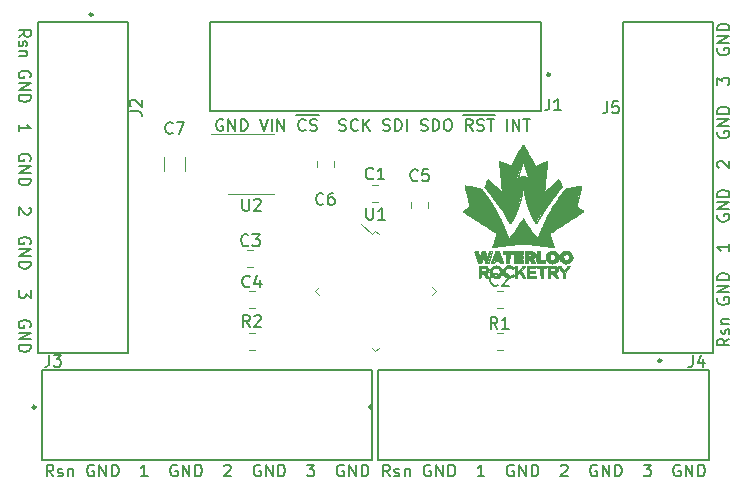
<source format=gbr>
%TF.GenerationSoftware,KiCad,Pcbnew,(5.1.6)-1*%
%TF.CreationDate,2021-05-26T21:04:48-04:00*%
%TF.ProjectId,spidey_sense,73706964-6579-45f7-9365-6e73652e6b69,rev?*%
%TF.SameCoordinates,Original*%
%TF.FileFunction,Legend,Top*%
%TF.FilePolarity,Positive*%
%FSLAX46Y46*%
G04 Gerber Fmt 4.6, Leading zero omitted, Abs format (unit mm)*
G04 Created by KiCad (PCBNEW (5.1.6)-1) date 2021-05-26 21:04:48*
%MOMM*%
%LPD*%
G01*
G04 APERTURE LIST*
%ADD10C,0.150000*%
%ADD11C,0.010000*%
%ADD12C,0.120000*%
%ADD13C,0.250000*%
G04 APERTURE END LIST*
D10*
X111833333Y-97500000D02*
X111738095Y-97452380D01*
X111595238Y-97452380D01*
X111452380Y-97500000D01*
X111357142Y-97595238D01*
X111309523Y-97690476D01*
X111261904Y-97880952D01*
X111261904Y-98023809D01*
X111309523Y-98214285D01*
X111357142Y-98309523D01*
X111452380Y-98404761D01*
X111595238Y-98452380D01*
X111690476Y-98452380D01*
X111833333Y-98404761D01*
X111880952Y-98357142D01*
X111880952Y-98023809D01*
X111690476Y-98023809D01*
X112309523Y-98452380D02*
X112309523Y-97452380D01*
X112880952Y-98452380D01*
X112880952Y-97452380D01*
X113357142Y-98452380D02*
X113357142Y-97452380D01*
X113595238Y-97452380D01*
X113738095Y-97500000D01*
X113833333Y-97595238D01*
X113880952Y-97690476D01*
X113928571Y-97880952D01*
X113928571Y-98023809D01*
X113880952Y-98214285D01*
X113833333Y-98309523D01*
X113738095Y-98404761D01*
X113595238Y-98452380D01*
X113357142Y-98452380D01*
X114976190Y-97452380D02*
X115309523Y-98452380D01*
X115642857Y-97452380D01*
X115976190Y-98452380D02*
X115976190Y-97452380D01*
X116452380Y-98452380D02*
X116452380Y-97452380D01*
X117023809Y-98452380D01*
X117023809Y-97452380D01*
X118023809Y-97085000D02*
X119023809Y-97085000D01*
X118833333Y-98357142D02*
X118785714Y-98404761D01*
X118642857Y-98452380D01*
X118547619Y-98452380D01*
X118404761Y-98404761D01*
X118309523Y-98309523D01*
X118261904Y-98214285D01*
X118214285Y-98023809D01*
X118214285Y-97880952D01*
X118261904Y-97690476D01*
X118309523Y-97595238D01*
X118404761Y-97500000D01*
X118547619Y-97452380D01*
X118642857Y-97452380D01*
X118785714Y-97500000D01*
X118833333Y-97547619D01*
X119023809Y-97085000D02*
X119976190Y-97085000D01*
X119214285Y-98404761D02*
X119357142Y-98452380D01*
X119595238Y-98452380D01*
X119690476Y-98404761D01*
X119738095Y-98357142D01*
X119785714Y-98261904D01*
X119785714Y-98166666D01*
X119738095Y-98071428D01*
X119690476Y-98023809D01*
X119595238Y-97976190D01*
X119404761Y-97928571D01*
X119309523Y-97880952D01*
X119261904Y-97833333D01*
X119214285Y-97738095D01*
X119214285Y-97642857D01*
X119261904Y-97547619D01*
X119309523Y-97500000D01*
X119404761Y-97452380D01*
X119642857Y-97452380D01*
X119785714Y-97500000D01*
X121690476Y-98404761D02*
X121833333Y-98452380D01*
X122071428Y-98452380D01*
X122166666Y-98404761D01*
X122214285Y-98357142D01*
X122261904Y-98261904D01*
X122261904Y-98166666D01*
X122214285Y-98071428D01*
X122166666Y-98023809D01*
X122071428Y-97976190D01*
X121880952Y-97928571D01*
X121785714Y-97880952D01*
X121738095Y-97833333D01*
X121690476Y-97738095D01*
X121690476Y-97642857D01*
X121738095Y-97547619D01*
X121785714Y-97500000D01*
X121880952Y-97452380D01*
X122119047Y-97452380D01*
X122261904Y-97500000D01*
X123261904Y-98357142D02*
X123214285Y-98404761D01*
X123071428Y-98452380D01*
X122976190Y-98452380D01*
X122833333Y-98404761D01*
X122738095Y-98309523D01*
X122690476Y-98214285D01*
X122642857Y-98023809D01*
X122642857Y-97880952D01*
X122690476Y-97690476D01*
X122738095Y-97595238D01*
X122833333Y-97500000D01*
X122976190Y-97452380D01*
X123071428Y-97452380D01*
X123214285Y-97500000D01*
X123261904Y-97547619D01*
X123690476Y-98452380D02*
X123690476Y-97452380D01*
X124261904Y-98452380D02*
X123833333Y-97880952D01*
X124261904Y-97452380D02*
X123690476Y-98023809D01*
X125404761Y-98404761D02*
X125547619Y-98452380D01*
X125785714Y-98452380D01*
X125880952Y-98404761D01*
X125928571Y-98357142D01*
X125976190Y-98261904D01*
X125976190Y-98166666D01*
X125928571Y-98071428D01*
X125880952Y-98023809D01*
X125785714Y-97976190D01*
X125595238Y-97928571D01*
X125500000Y-97880952D01*
X125452380Y-97833333D01*
X125404761Y-97738095D01*
X125404761Y-97642857D01*
X125452380Y-97547619D01*
X125500000Y-97500000D01*
X125595238Y-97452380D01*
X125833333Y-97452380D01*
X125976190Y-97500000D01*
X126404761Y-98452380D02*
X126404761Y-97452380D01*
X126642857Y-97452380D01*
X126785714Y-97500000D01*
X126880952Y-97595238D01*
X126928571Y-97690476D01*
X126976190Y-97880952D01*
X126976190Y-98023809D01*
X126928571Y-98214285D01*
X126880952Y-98309523D01*
X126785714Y-98404761D01*
X126642857Y-98452380D01*
X126404761Y-98452380D01*
X127404761Y-98452380D02*
X127404761Y-97452380D01*
X128595238Y-98404761D02*
X128738095Y-98452380D01*
X128976190Y-98452380D01*
X129071428Y-98404761D01*
X129119047Y-98357142D01*
X129166666Y-98261904D01*
X129166666Y-98166666D01*
X129119047Y-98071428D01*
X129071428Y-98023809D01*
X128976190Y-97976190D01*
X128785714Y-97928571D01*
X128690476Y-97880952D01*
X128642857Y-97833333D01*
X128595238Y-97738095D01*
X128595238Y-97642857D01*
X128642857Y-97547619D01*
X128690476Y-97500000D01*
X128785714Y-97452380D01*
X129023809Y-97452380D01*
X129166666Y-97500000D01*
X129595238Y-98452380D02*
X129595238Y-97452380D01*
X129833333Y-97452380D01*
X129976190Y-97500000D01*
X130071428Y-97595238D01*
X130119047Y-97690476D01*
X130166666Y-97880952D01*
X130166666Y-98023809D01*
X130119047Y-98214285D01*
X130071428Y-98309523D01*
X129976190Y-98404761D01*
X129833333Y-98452380D01*
X129595238Y-98452380D01*
X130785714Y-97452380D02*
X130976190Y-97452380D01*
X131071428Y-97500000D01*
X131166666Y-97595238D01*
X131214285Y-97785714D01*
X131214285Y-98119047D01*
X131166666Y-98309523D01*
X131071428Y-98404761D01*
X130976190Y-98452380D01*
X130785714Y-98452380D01*
X130690476Y-98404761D01*
X130595238Y-98309523D01*
X130547619Y-98119047D01*
X130547619Y-97785714D01*
X130595238Y-97595238D01*
X130690476Y-97500000D01*
X130785714Y-97452380D01*
X132166666Y-97085000D02*
X133166666Y-97085000D01*
X132976190Y-98452380D02*
X132642857Y-97976190D01*
X132404761Y-98452380D02*
X132404761Y-97452380D01*
X132785714Y-97452380D01*
X132880952Y-97500000D01*
X132928571Y-97547619D01*
X132976190Y-97642857D01*
X132976190Y-97785714D01*
X132928571Y-97880952D01*
X132880952Y-97928571D01*
X132785714Y-97976190D01*
X132404761Y-97976190D01*
X133166666Y-97085000D02*
X134119047Y-97085000D01*
X133357142Y-98404761D02*
X133499999Y-98452380D01*
X133738095Y-98452380D01*
X133833333Y-98404761D01*
X133880952Y-98357142D01*
X133928571Y-98261904D01*
X133928571Y-98166666D01*
X133880952Y-98071428D01*
X133833333Y-98023809D01*
X133738095Y-97976190D01*
X133547619Y-97928571D01*
X133452380Y-97880952D01*
X133404761Y-97833333D01*
X133357142Y-97738095D01*
X133357142Y-97642857D01*
X133404761Y-97547619D01*
X133452380Y-97500000D01*
X133547619Y-97452380D01*
X133785714Y-97452380D01*
X133928571Y-97500000D01*
X134119047Y-97085000D02*
X134880952Y-97085000D01*
X134214285Y-97452380D02*
X134785714Y-97452380D01*
X134500000Y-98452380D02*
X134500000Y-97452380D01*
X135880952Y-98452380D02*
X135880952Y-97452380D01*
X136357142Y-98452380D02*
X136357142Y-97452380D01*
X136928571Y-98452380D01*
X136928571Y-97452380D01*
X137261904Y-97452380D02*
X137833333Y-97452380D01*
X137547619Y-98452380D02*
X137547619Y-97452380D01*
X94547619Y-90476190D02*
X95023809Y-90142857D01*
X94547619Y-89904761D02*
X95547619Y-89904761D01*
X95547619Y-90285714D01*
X95500000Y-90380952D01*
X95452380Y-90428571D01*
X95357142Y-90476190D01*
X95214285Y-90476190D01*
X95119047Y-90428571D01*
X95071428Y-90380952D01*
X95023809Y-90285714D01*
X95023809Y-89904761D01*
X94595238Y-90857142D02*
X94547619Y-90952380D01*
X94547619Y-91142857D01*
X94595238Y-91238095D01*
X94690476Y-91285714D01*
X94738095Y-91285714D01*
X94833333Y-91238095D01*
X94880952Y-91142857D01*
X94880952Y-90999999D01*
X94928571Y-90904761D01*
X95023809Y-90857142D01*
X95071428Y-90857142D01*
X95166666Y-90904761D01*
X95214285Y-90999999D01*
X95214285Y-91142857D01*
X95166666Y-91238095D01*
X95214285Y-91714285D02*
X94547619Y-91714285D01*
X95119047Y-91714285D02*
X95166666Y-91761904D01*
X95214285Y-91857142D01*
X95214285Y-91999999D01*
X95166666Y-92095238D01*
X95071428Y-92142857D01*
X94547619Y-92142857D01*
X95500000Y-93904761D02*
X95547619Y-93809523D01*
X95547619Y-93666666D01*
X95500000Y-93523809D01*
X95404761Y-93428571D01*
X95309523Y-93380952D01*
X95119047Y-93333333D01*
X94976190Y-93333333D01*
X94785714Y-93380952D01*
X94690476Y-93428571D01*
X94595238Y-93523809D01*
X94547619Y-93666666D01*
X94547619Y-93761904D01*
X94595238Y-93904761D01*
X94642857Y-93952380D01*
X94976190Y-93952380D01*
X94976190Y-93761904D01*
X94547619Y-94380952D02*
X95547619Y-94380952D01*
X94547619Y-94952380D01*
X95547619Y-94952380D01*
X94547619Y-95428571D02*
X95547619Y-95428571D01*
X95547619Y-95666666D01*
X95500000Y-95809523D01*
X95404761Y-95904761D01*
X95309523Y-95952380D01*
X95119047Y-95999999D01*
X94976190Y-95999999D01*
X94785714Y-95952380D01*
X94690476Y-95904761D01*
X94595238Y-95809523D01*
X94547619Y-95666666D01*
X94547619Y-95428571D01*
X94547619Y-98476190D02*
X94547619Y-97904761D01*
X94547619Y-98190476D02*
X95547619Y-98190476D01*
X95404761Y-98095238D01*
X95309523Y-97999999D01*
X95261904Y-97904761D01*
X95500000Y-100952380D02*
X95547619Y-100857142D01*
X95547619Y-100714285D01*
X95500000Y-100571428D01*
X95404761Y-100476190D01*
X95309523Y-100428571D01*
X95119047Y-100380952D01*
X94976190Y-100380952D01*
X94785714Y-100428571D01*
X94690476Y-100476190D01*
X94595238Y-100571428D01*
X94547619Y-100714285D01*
X94547619Y-100809523D01*
X94595238Y-100952380D01*
X94642857Y-100999999D01*
X94976190Y-100999999D01*
X94976190Y-100809523D01*
X94547619Y-101428571D02*
X95547619Y-101428571D01*
X94547619Y-101999999D01*
X95547619Y-101999999D01*
X94547619Y-102476190D02*
X95547619Y-102476190D01*
X95547619Y-102714285D01*
X95500000Y-102857142D01*
X95404761Y-102952380D01*
X95309523Y-102999999D01*
X95119047Y-103047619D01*
X94976190Y-103047619D01*
X94785714Y-102999999D01*
X94690476Y-102952380D01*
X94595238Y-102857142D01*
X94547619Y-102714285D01*
X94547619Y-102476190D01*
X95452380Y-104952380D02*
X95500000Y-104999999D01*
X95547619Y-105095238D01*
X95547619Y-105333333D01*
X95500000Y-105428571D01*
X95452380Y-105476190D01*
X95357142Y-105523809D01*
X95261904Y-105523809D01*
X95119047Y-105476190D01*
X94547619Y-104904761D01*
X94547619Y-105523809D01*
X95500000Y-107999999D02*
X95547619Y-107904761D01*
X95547619Y-107761904D01*
X95500000Y-107619047D01*
X95404761Y-107523809D01*
X95309523Y-107476190D01*
X95119047Y-107428571D01*
X94976190Y-107428571D01*
X94785714Y-107476190D01*
X94690476Y-107523809D01*
X94595238Y-107619047D01*
X94547619Y-107761904D01*
X94547619Y-107857142D01*
X94595238Y-107999999D01*
X94642857Y-108047619D01*
X94976190Y-108047619D01*
X94976190Y-107857142D01*
X94547619Y-108476190D02*
X95547619Y-108476190D01*
X94547619Y-109047619D01*
X95547619Y-109047619D01*
X94547619Y-109523809D02*
X95547619Y-109523809D01*
X95547619Y-109761904D01*
X95500000Y-109904761D01*
X95404761Y-109999999D01*
X95309523Y-110047619D01*
X95119047Y-110095238D01*
X94976190Y-110095238D01*
X94785714Y-110047619D01*
X94690476Y-109999999D01*
X94595238Y-109904761D01*
X94547619Y-109761904D01*
X94547619Y-109523809D01*
X95547619Y-111952380D02*
X95547619Y-112571428D01*
X95166666Y-112238095D01*
X95166666Y-112380952D01*
X95119047Y-112476190D01*
X95071428Y-112523809D01*
X94976190Y-112571428D01*
X94738095Y-112571428D01*
X94642857Y-112523809D01*
X94595238Y-112476190D01*
X94547619Y-112380952D01*
X94547619Y-112095238D01*
X94595238Y-111999999D01*
X94642857Y-111952380D01*
X95500000Y-115047619D02*
X95547619Y-114952380D01*
X95547619Y-114809523D01*
X95500000Y-114666666D01*
X95404761Y-114571428D01*
X95309523Y-114523809D01*
X95119047Y-114476190D01*
X94976190Y-114476190D01*
X94785714Y-114523809D01*
X94690476Y-114571428D01*
X94595238Y-114666666D01*
X94547619Y-114809523D01*
X94547619Y-114904761D01*
X94595238Y-115047619D01*
X94642857Y-115095238D01*
X94976190Y-115095238D01*
X94976190Y-114904761D01*
X94547619Y-115523809D02*
X95547619Y-115523809D01*
X94547619Y-116095238D01*
X95547619Y-116095238D01*
X94547619Y-116571428D02*
X95547619Y-116571428D01*
X95547619Y-116809523D01*
X95500000Y-116952380D01*
X95404761Y-117047619D01*
X95309523Y-117095238D01*
X95119047Y-117142857D01*
X94976190Y-117142857D01*
X94785714Y-117095238D01*
X94690476Y-117047619D01*
X94595238Y-116952380D01*
X94547619Y-116809523D01*
X94547619Y-116571428D01*
X154702380Y-116023809D02*
X154226190Y-116357142D01*
X154702380Y-116595238D02*
X153702380Y-116595238D01*
X153702380Y-116214285D01*
X153750000Y-116119047D01*
X153797619Y-116071428D01*
X153892857Y-116023809D01*
X154035714Y-116023809D01*
X154130952Y-116071428D01*
X154178571Y-116119047D01*
X154226190Y-116214285D01*
X154226190Y-116595238D01*
X154654761Y-115642857D02*
X154702380Y-115547619D01*
X154702380Y-115357142D01*
X154654761Y-115261904D01*
X154559523Y-115214285D01*
X154511904Y-115214285D01*
X154416666Y-115261904D01*
X154369047Y-115357142D01*
X154369047Y-115500000D01*
X154321428Y-115595238D01*
X154226190Y-115642857D01*
X154178571Y-115642857D01*
X154083333Y-115595238D01*
X154035714Y-115500000D01*
X154035714Y-115357142D01*
X154083333Y-115261904D01*
X154035714Y-114785714D02*
X154702380Y-114785714D01*
X154130952Y-114785714D02*
X154083333Y-114738095D01*
X154035714Y-114642857D01*
X154035714Y-114500000D01*
X154083333Y-114404761D01*
X154178571Y-114357142D01*
X154702380Y-114357142D01*
X153750000Y-112595238D02*
X153702380Y-112690476D01*
X153702380Y-112833333D01*
X153750000Y-112976190D01*
X153845238Y-113071428D01*
X153940476Y-113119047D01*
X154130952Y-113166666D01*
X154273809Y-113166666D01*
X154464285Y-113119047D01*
X154559523Y-113071428D01*
X154654761Y-112976190D01*
X154702380Y-112833333D01*
X154702380Y-112738095D01*
X154654761Y-112595238D01*
X154607142Y-112547619D01*
X154273809Y-112547619D01*
X154273809Y-112738095D01*
X154702380Y-112119047D02*
X153702380Y-112119047D01*
X154702380Y-111547619D01*
X153702380Y-111547619D01*
X154702380Y-111071428D02*
X153702380Y-111071428D01*
X153702380Y-110833333D01*
X153750000Y-110690476D01*
X153845238Y-110595238D01*
X153940476Y-110547619D01*
X154130952Y-110500000D01*
X154273809Y-110500000D01*
X154464285Y-110547619D01*
X154559523Y-110595238D01*
X154654761Y-110690476D01*
X154702380Y-110833333D01*
X154702380Y-111071428D01*
X154702380Y-108023809D02*
X154702380Y-108595238D01*
X154702380Y-108309523D02*
X153702380Y-108309523D01*
X153845238Y-108404761D01*
X153940476Y-108500000D01*
X153988095Y-108595238D01*
X153750000Y-105547619D02*
X153702380Y-105642857D01*
X153702380Y-105785714D01*
X153750000Y-105928571D01*
X153845238Y-106023809D01*
X153940476Y-106071428D01*
X154130952Y-106119047D01*
X154273809Y-106119047D01*
X154464285Y-106071428D01*
X154559523Y-106023809D01*
X154654761Y-105928571D01*
X154702380Y-105785714D01*
X154702380Y-105690476D01*
X154654761Y-105547619D01*
X154607142Y-105500000D01*
X154273809Y-105500000D01*
X154273809Y-105690476D01*
X154702380Y-105071428D02*
X153702380Y-105071428D01*
X154702380Y-104500000D01*
X153702380Y-104500000D01*
X154702380Y-104023809D02*
X153702380Y-104023809D01*
X153702380Y-103785714D01*
X153750000Y-103642857D01*
X153845238Y-103547619D01*
X153940476Y-103500000D01*
X154130952Y-103452380D01*
X154273809Y-103452380D01*
X154464285Y-103500000D01*
X154559523Y-103547619D01*
X154654761Y-103642857D01*
X154702380Y-103785714D01*
X154702380Y-104023809D01*
X153797619Y-101547619D02*
X153750000Y-101500000D01*
X153702380Y-101404761D01*
X153702380Y-101166666D01*
X153750000Y-101071428D01*
X153797619Y-101023809D01*
X153892857Y-100976190D01*
X153988095Y-100976190D01*
X154130952Y-101023809D01*
X154702380Y-101595238D01*
X154702380Y-100976190D01*
X153750000Y-98500000D02*
X153702380Y-98595238D01*
X153702380Y-98738095D01*
X153750000Y-98880952D01*
X153845238Y-98976190D01*
X153940476Y-99023809D01*
X154130952Y-99071428D01*
X154273809Y-99071428D01*
X154464285Y-99023809D01*
X154559523Y-98976190D01*
X154654761Y-98880952D01*
X154702380Y-98738095D01*
X154702380Y-98642857D01*
X154654761Y-98500000D01*
X154607142Y-98452380D01*
X154273809Y-98452380D01*
X154273809Y-98642857D01*
X154702380Y-98023809D02*
X153702380Y-98023809D01*
X154702380Y-97452380D01*
X153702380Y-97452380D01*
X154702380Y-96976190D02*
X153702380Y-96976190D01*
X153702380Y-96738095D01*
X153750000Y-96595238D01*
X153845238Y-96500000D01*
X153940476Y-96452380D01*
X154130952Y-96404761D01*
X154273809Y-96404761D01*
X154464285Y-96452380D01*
X154559523Y-96500000D01*
X154654761Y-96595238D01*
X154702380Y-96738095D01*
X154702380Y-96976190D01*
X153702380Y-94547619D02*
X153702380Y-93928571D01*
X154083333Y-94261904D01*
X154083333Y-94119047D01*
X154130952Y-94023809D01*
X154178571Y-93976190D01*
X154273809Y-93928571D01*
X154511904Y-93928571D01*
X154607142Y-93976190D01*
X154654761Y-94023809D01*
X154702380Y-94119047D01*
X154702380Y-94404761D01*
X154654761Y-94500000D01*
X154607142Y-94547619D01*
X153750000Y-91452380D02*
X153702380Y-91547619D01*
X153702380Y-91690476D01*
X153750000Y-91833333D01*
X153845238Y-91928571D01*
X153940476Y-91976190D01*
X154130952Y-92023809D01*
X154273809Y-92023809D01*
X154464285Y-91976190D01*
X154559523Y-91928571D01*
X154654761Y-91833333D01*
X154702380Y-91690476D01*
X154702380Y-91595238D01*
X154654761Y-91452380D01*
X154607142Y-91404761D01*
X154273809Y-91404761D01*
X154273809Y-91595238D01*
X154702380Y-90976190D02*
X153702380Y-90976190D01*
X154702380Y-90404761D01*
X153702380Y-90404761D01*
X154702380Y-89928571D02*
X153702380Y-89928571D01*
X153702380Y-89690476D01*
X153750000Y-89547619D01*
X153845238Y-89452380D01*
X153940476Y-89404761D01*
X154130952Y-89357142D01*
X154273809Y-89357142D01*
X154464285Y-89404761D01*
X154559523Y-89452380D01*
X154654761Y-89547619D01*
X154702380Y-89690476D01*
X154702380Y-89928571D01*
X125976190Y-127702380D02*
X125642857Y-127226190D01*
X125404761Y-127702380D02*
X125404761Y-126702380D01*
X125785714Y-126702380D01*
X125880952Y-126750000D01*
X125928571Y-126797619D01*
X125976190Y-126892857D01*
X125976190Y-127035714D01*
X125928571Y-127130952D01*
X125880952Y-127178571D01*
X125785714Y-127226190D01*
X125404761Y-127226190D01*
X126357142Y-127654761D02*
X126452380Y-127702380D01*
X126642857Y-127702380D01*
X126738095Y-127654761D01*
X126785714Y-127559523D01*
X126785714Y-127511904D01*
X126738095Y-127416666D01*
X126642857Y-127369047D01*
X126499999Y-127369047D01*
X126404761Y-127321428D01*
X126357142Y-127226190D01*
X126357142Y-127178571D01*
X126404761Y-127083333D01*
X126499999Y-127035714D01*
X126642857Y-127035714D01*
X126738095Y-127083333D01*
X127214285Y-127035714D02*
X127214285Y-127702380D01*
X127214285Y-127130952D02*
X127261904Y-127083333D01*
X127357142Y-127035714D01*
X127499999Y-127035714D01*
X127595238Y-127083333D01*
X127642857Y-127178571D01*
X127642857Y-127702380D01*
X129404761Y-126750000D02*
X129309523Y-126702380D01*
X129166666Y-126702380D01*
X129023809Y-126750000D01*
X128928571Y-126845238D01*
X128880952Y-126940476D01*
X128833333Y-127130952D01*
X128833333Y-127273809D01*
X128880952Y-127464285D01*
X128928571Y-127559523D01*
X129023809Y-127654761D01*
X129166666Y-127702380D01*
X129261904Y-127702380D01*
X129404761Y-127654761D01*
X129452380Y-127607142D01*
X129452380Y-127273809D01*
X129261904Y-127273809D01*
X129880952Y-127702380D02*
X129880952Y-126702380D01*
X130452380Y-127702380D01*
X130452380Y-126702380D01*
X130928571Y-127702380D02*
X130928571Y-126702380D01*
X131166666Y-126702380D01*
X131309523Y-126750000D01*
X131404761Y-126845238D01*
X131452380Y-126940476D01*
X131499999Y-127130952D01*
X131499999Y-127273809D01*
X131452380Y-127464285D01*
X131404761Y-127559523D01*
X131309523Y-127654761D01*
X131166666Y-127702380D01*
X130928571Y-127702380D01*
X133976190Y-127702380D02*
X133404761Y-127702380D01*
X133690476Y-127702380D02*
X133690476Y-126702380D01*
X133595238Y-126845238D01*
X133499999Y-126940476D01*
X133404761Y-126988095D01*
X136452380Y-126750000D02*
X136357142Y-126702380D01*
X136214285Y-126702380D01*
X136071428Y-126750000D01*
X135976190Y-126845238D01*
X135928571Y-126940476D01*
X135880952Y-127130952D01*
X135880952Y-127273809D01*
X135928571Y-127464285D01*
X135976190Y-127559523D01*
X136071428Y-127654761D01*
X136214285Y-127702380D01*
X136309523Y-127702380D01*
X136452380Y-127654761D01*
X136500000Y-127607142D01*
X136500000Y-127273809D01*
X136309523Y-127273809D01*
X136928571Y-127702380D02*
X136928571Y-126702380D01*
X137500000Y-127702380D01*
X137500000Y-126702380D01*
X137976190Y-127702380D02*
X137976190Y-126702380D01*
X138214285Y-126702380D01*
X138357142Y-126750000D01*
X138452380Y-126845238D01*
X138500000Y-126940476D01*
X138547619Y-127130952D01*
X138547619Y-127273809D01*
X138500000Y-127464285D01*
X138452380Y-127559523D01*
X138357142Y-127654761D01*
X138214285Y-127702380D01*
X137976190Y-127702380D01*
X140452380Y-126797619D02*
X140500000Y-126750000D01*
X140595238Y-126702380D01*
X140833333Y-126702380D01*
X140928571Y-126750000D01*
X140976190Y-126797619D01*
X141023809Y-126892857D01*
X141023809Y-126988095D01*
X140976190Y-127130952D01*
X140404761Y-127702380D01*
X141023809Y-127702380D01*
X143500000Y-126750000D02*
X143404761Y-126702380D01*
X143261904Y-126702380D01*
X143119047Y-126750000D01*
X143023809Y-126845238D01*
X142976190Y-126940476D01*
X142928571Y-127130952D01*
X142928571Y-127273809D01*
X142976190Y-127464285D01*
X143023809Y-127559523D01*
X143119047Y-127654761D01*
X143261904Y-127702380D01*
X143357142Y-127702380D01*
X143500000Y-127654761D01*
X143547619Y-127607142D01*
X143547619Y-127273809D01*
X143357142Y-127273809D01*
X143976190Y-127702380D02*
X143976190Y-126702380D01*
X144547619Y-127702380D01*
X144547619Y-126702380D01*
X145023809Y-127702380D02*
X145023809Y-126702380D01*
X145261904Y-126702380D01*
X145404761Y-126750000D01*
X145500000Y-126845238D01*
X145547619Y-126940476D01*
X145595238Y-127130952D01*
X145595238Y-127273809D01*
X145547619Y-127464285D01*
X145500000Y-127559523D01*
X145404761Y-127654761D01*
X145261904Y-127702380D01*
X145023809Y-127702380D01*
X147452380Y-126702380D02*
X148071428Y-126702380D01*
X147738095Y-127083333D01*
X147880952Y-127083333D01*
X147976190Y-127130952D01*
X148023809Y-127178571D01*
X148071428Y-127273809D01*
X148071428Y-127511904D01*
X148023809Y-127607142D01*
X147976190Y-127654761D01*
X147880952Y-127702380D01*
X147595238Y-127702380D01*
X147500000Y-127654761D01*
X147452380Y-127607142D01*
X150547619Y-126750000D02*
X150452380Y-126702380D01*
X150309523Y-126702380D01*
X150166666Y-126750000D01*
X150071428Y-126845238D01*
X150023809Y-126940476D01*
X149976190Y-127130952D01*
X149976190Y-127273809D01*
X150023809Y-127464285D01*
X150071428Y-127559523D01*
X150166666Y-127654761D01*
X150309523Y-127702380D01*
X150404761Y-127702380D01*
X150547619Y-127654761D01*
X150595238Y-127607142D01*
X150595238Y-127273809D01*
X150404761Y-127273809D01*
X151023809Y-127702380D02*
X151023809Y-126702380D01*
X151595238Y-127702380D01*
X151595238Y-126702380D01*
X152071428Y-127702380D02*
X152071428Y-126702380D01*
X152309523Y-126702380D01*
X152452380Y-126750000D01*
X152547619Y-126845238D01*
X152595238Y-126940476D01*
X152642857Y-127130952D01*
X152642857Y-127273809D01*
X152595238Y-127464285D01*
X152547619Y-127559523D01*
X152452380Y-127654761D01*
X152309523Y-127702380D01*
X152071428Y-127702380D01*
X97476190Y-127702380D02*
X97142857Y-127226190D01*
X96904761Y-127702380D02*
X96904761Y-126702380D01*
X97285714Y-126702380D01*
X97380952Y-126750000D01*
X97428571Y-126797619D01*
X97476190Y-126892857D01*
X97476190Y-127035714D01*
X97428571Y-127130952D01*
X97380952Y-127178571D01*
X97285714Y-127226190D01*
X96904761Y-127226190D01*
X97857142Y-127654761D02*
X97952380Y-127702380D01*
X98142857Y-127702380D01*
X98238095Y-127654761D01*
X98285714Y-127559523D01*
X98285714Y-127511904D01*
X98238095Y-127416666D01*
X98142857Y-127369047D01*
X97999999Y-127369047D01*
X97904761Y-127321428D01*
X97857142Y-127226190D01*
X97857142Y-127178571D01*
X97904761Y-127083333D01*
X97999999Y-127035714D01*
X98142857Y-127035714D01*
X98238095Y-127083333D01*
X98714285Y-127035714D02*
X98714285Y-127702380D01*
X98714285Y-127130952D02*
X98761904Y-127083333D01*
X98857142Y-127035714D01*
X98999999Y-127035714D01*
X99095238Y-127083333D01*
X99142857Y-127178571D01*
X99142857Y-127702380D01*
X100904761Y-126750000D02*
X100809523Y-126702380D01*
X100666666Y-126702380D01*
X100523809Y-126750000D01*
X100428571Y-126845238D01*
X100380952Y-126940476D01*
X100333333Y-127130952D01*
X100333333Y-127273809D01*
X100380952Y-127464285D01*
X100428571Y-127559523D01*
X100523809Y-127654761D01*
X100666666Y-127702380D01*
X100761904Y-127702380D01*
X100904761Y-127654761D01*
X100952380Y-127607142D01*
X100952380Y-127273809D01*
X100761904Y-127273809D01*
X101380952Y-127702380D02*
X101380952Y-126702380D01*
X101952380Y-127702380D01*
X101952380Y-126702380D01*
X102428571Y-127702380D02*
X102428571Y-126702380D01*
X102666666Y-126702380D01*
X102809523Y-126750000D01*
X102904761Y-126845238D01*
X102952380Y-126940476D01*
X102999999Y-127130952D01*
X102999999Y-127273809D01*
X102952380Y-127464285D01*
X102904761Y-127559523D01*
X102809523Y-127654761D01*
X102666666Y-127702380D01*
X102428571Y-127702380D01*
X105476190Y-127702380D02*
X104904761Y-127702380D01*
X105190476Y-127702380D02*
X105190476Y-126702380D01*
X105095238Y-126845238D01*
X104999999Y-126940476D01*
X104904761Y-126988095D01*
X107952380Y-126750000D02*
X107857142Y-126702380D01*
X107714285Y-126702380D01*
X107571428Y-126750000D01*
X107476190Y-126845238D01*
X107428571Y-126940476D01*
X107380952Y-127130952D01*
X107380952Y-127273809D01*
X107428571Y-127464285D01*
X107476190Y-127559523D01*
X107571428Y-127654761D01*
X107714285Y-127702380D01*
X107809523Y-127702380D01*
X107952380Y-127654761D01*
X107999999Y-127607142D01*
X107999999Y-127273809D01*
X107809523Y-127273809D01*
X108428571Y-127702380D02*
X108428571Y-126702380D01*
X108999999Y-127702380D01*
X108999999Y-126702380D01*
X109476190Y-127702380D02*
X109476190Y-126702380D01*
X109714285Y-126702380D01*
X109857142Y-126750000D01*
X109952380Y-126845238D01*
X109999999Y-126940476D01*
X110047619Y-127130952D01*
X110047619Y-127273809D01*
X109999999Y-127464285D01*
X109952380Y-127559523D01*
X109857142Y-127654761D01*
X109714285Y-127702380D01*
X109476190Y-127702380D01*
X111952380Y-126797619D02*
X111999999Y-126750000D01*
X112095238Y-126702380D01*
X112333333Y-126702380D01*
X112428571Y-126750000D01*
X112476190Y-126797619D01*
X112523809Y-126892857D01*
X112523809Y-126988095D01*
X112476190Y-127130952D01*
X111904761Y-127702380D01*
X112523809Y-127702380D01*
X114999999Y-126750000D02*
X114904761Y-126702380D01*
X114761904Y-126702380D01*
X114619047Y-126750000D01*
X114523809Y-126845238D01*
X114476190Y-126940476D01*
X114428571Y-127130952D01*
X114428571Y-127273809D01*
X114476190Y-127464285D01*
X114523809Y-127559523D01*
X114619047Y-127654761D01*
X114761904Y-127702380D01*
X114857142Y-127702380D01*
X114999999Y-127654761D01*
X115047619Y-127607142D01*
X115047619Y-127273809D01*
X114857142Y-127273809D01*
X115476190Y-127702380D02*
X115476190Y-126702380D01*
X116047619Y-127702380D01*
X116047619Y-126702380D01*
X116523809Y-127702380D02*
X116523809Y-126702380D01*
X116761904Y-126702380D01*
X116904761Y-126750000D01*
X116999999Y-126845238D01*
X117047619Y-126940476D01*
X117095238Y-127130952D01*
X117095238Y-127273809D01*
X117047619Y-127464285D01*
X116999999Y-127559523D01*
X116904761Y-127654761D01*
X116761904Y-127702380D01*
X116523809Y-127702380D01*
X118952380Y-126702380D02*
X119571428Y-126702380D01*
X119238095Y-127083333D01*
X119380952Y-127083333D01*
X119476190Y-127130952D01*
X119523809Y-127178571D01*
X119571428Y-127273809D01*
X119571428Y-127511904D01*
X119523809Y-127607142D01*
X119476190Y-127654761D01*
X119380952Y-127702380D01*
X119095238Y-127702380D01*
X118999999Y-127654761D01*
X118952380Y-127607142D01*
X122047619Y-126750000D02*
X121952380Y-126702380D01*
X121809523Y-126702380D01*
X121666666Y-126750000D01*
X121571428Y-126845238D01*
X121523809Y-126940476D01*
X121476190Y-127130952D01*
X121476190Y-127273809D01*
X121523809Y-127464285D01*
X121571428Y-127559523D01*
X121666666Y-127654761D01*
X121809523Y-127702380D01*
X121904761Y-127702380D01*
X122047619Y-127654761D01*
X122095238Y-127607142D01*
X122095238Y-127273809D01*
X121904761Y-127273809D01*
X122523809Y-127702380D02*
X122523809Y-126702380D01*
X123095238Y-127702380D01*
X123095238Y-126702380D01*
X123571428Y-127702380D02*
X123571428Y-126702380D01*
X123809523Y-126702380D01*
X123952380Y-126750000D01*
X124047619Y-126845238D01*
X124095238Y-126940476D01*
X124142857Y-127130952D01*
X124142857Y-127273809D01*
X124095238Y-127464285D01*
X124047619Y-127559523D01*
X123952380Y-127654761D01*
X123809523Y-127702380D01*
X123571428Y-127702380D01*
D11*
%TO.C,G\u002A\u002A\u002A*%
G36*
X133835818Y-109842632D02*
G01*
X133923047Y-109845132D01*
X133998926Y-109850013D01*
X134055592Y-109857341D01*
X134063684Y-109859049D01*
X134143547Y-109892077D01*
X134221781Y-109949029D01*
X134285312Y-110019825D01*
X134298120Y-110039786D01*
X134329057Y-110125827D01*
X134329379Y-110218139D01*
X134301443Y-110308856D01*
X134247608Y-110390113D01*
X134174754Y-110451300D01*
X134135047Y-110482062D01*
X134121545Y-110507060D01*
X134122992Y-110511807D01*
X134138712Y-110534684D01*
X134170541Y-110578559D01*
X134212933Y-110635833D01*
X134236441Y-110667231D01*
X134294630Y-110745245D01*
X134332933Y-110798301D01*
X134353498Y-110829749D01*
X134358476Y-110842941D01*
X134350016Y-110841228D01*
X134346839Y-110839354D01*
X134328415Y-110838798D01*
X134326130Y-110846438D01*
X134309318Y-110858477D01*
X134262059Y-110862808D01*
X134236209Y-110862218D01*
X134146288Y-110858115D01*
X134020617Y-110690922D01*
X133894947Y-110523728D01*
X133681713Y-110523728D01*
X133675794Y-110689653D01*
X133669875Y-110855579D01*
X133666152Y-110680685D01*
X133662429Y-110505790D01*
X133783510Y-110506357D01*
X133904590Y-110506923D01*
X134029392Y-110676766D01*
X134078620Y-110743094D01*
X134119781Y-110797295D01*
X134148496Y-110833690D01*
X134160332Y-110846610D01*
X134161670Y-110841775D01*
X134152530Y-110824653D01*
X134130266Y-110791316D01*
X134092233Y-110737839D01*
X134035784Y-110660293D01*
X134023579Y-110643634D01*
X133909376Y-110487853D01*
X133644491Y-110487853D01*
X133644491Y-110864548D01*
X133518926Y-110864548D01*
X133518926Y-110362288D01*
X133644491Y-110362288D01*
X133837323Y-110362221D01*
X133929529Y-110361038D01*
X133994259Y-110356795D01*
X134039864Y-110348334D01*
X134074694Y-110334497D01*
X134086742Y-110327650D01*
X134137775Y-110276965D01*
X134160747Y-110206749D01*
X134155587Y-110128488D01*
X134139249Y-110083828D01*
X134109428Y-110051451D01*
X134060992Y-110029318D01*
X133988808Y-110015394D01*
X133887745Y-110007643D01*
X133847098Y-110006090D01*
X133644491Y-109999659D01*
X133644491Y-110362288D01*
X133518926Y-110362288D01*
X133518926Y-109874746D01*
X133792479Y-109880840D01*
X133902077Y-109883894D01*
X133982643Y-109887995D01*
X134041016Y-109894003D01*
X134084039Y-109902775D01*
X134118553Y-109915170D01*
X134136766Y-109924041D01*
X134217044Y-109983555D01*
X134269503Y-110058798D01*
X134294432Y-110143208D01*
X134292119Y-110230223D01*
X134262853Y-110313279D01*
X134206924Y-110385813D01*
X134124620Y-110441263D01*
X134113772Y-110446121D01*
X134075595Y-110465093D01*
X134065735Y-110481806D01*
X134077897Y-110504640D01*
X134164715Y-110622940D01*
X134231824Y-110712721D01*
X134279963Y-110774940D01*
X134309873Y-110810555D01*
X134322297Y-110820523D01*
X134322419Y-110820424D01*
X134314978Y-110804352D01*
X134289657Y-110765707D01*
X134250466Y-110710340D01*
X134203067Y-110646290D01*
X134149673Y-110574695D01*
X134115816Y-110526255D01*
X134098959Y-110495845D01*
X134096566Y-110478336D01*
X134106099Y-110468603D01*
X134113561Y-110465411D01*
X134154112Y-110444492D01*
X134196591Y-110415377D01*
X134268182Y-110339042D01*
X134308017Y-110251503D01*
X134315818Y-110158761D01*
X134291307Y-110066821D01*
X134234208Y-109981686D01*
X134217420Y-109964632D01*
X134165995Y-109923956D01*
X134105974Y-109894592D01*
X134031473Y-109875306D01*
X133936608Y-109864864D01*
X133815493Y-109862033D01*
X133734181Y-109863308D01*
X133509958Y-109868997D01*
X133491150Y-110855579D01*
X133487100Y-110370360D01*
X133486258Y-110212882D01*
X133486717Y-110088448D01*
X133488572Y-109994246D01*
X133491923Y-109927462D01*
X133496864Y-109885285D01*
X133503495Y-109864903D01*
X133504576Y-109863615D01*
X133530632Y-109855169D01*
X133584645Y-109848783D01*
X133658755Y-109844522D01*
X133745100Y-109842451D01*
X133835818Y-109842632D01*
G37*
X133835818Y-109842632D02*
X133923047Y-109845132D01*
X133998926Y-109850013D01*
X134055592Y-109857341D01*
X134063684Y-109859049D01*
X134143547Y-109892077D01*
X134221781Y-109949029D01*
X134285312Y-110019825D01*
X134298120Y-110039786D01*
X134329057Y-110125827D01*
X134329379Y-110218139D01*
X134301443Y-110308856D01*
X134247608Y-110390113D01*
X134174754Y-110451300D01*
X134135047Y-110482062D01*
X134121545Y-110507060D01*
X134122992Y-110511807D01*
X134138712Y-110534684D01*
X134170541Y-110578559D01*
X134212933Y-110635833D01*
X134236441Y-110667231D01*
X134294630Y-110745245D01*
X134332933Y-110798301D01*
X134353498Y-110829749D01*
X134358476Y-110842941D01*
X134350016Y-110841228D01*
X134346839Y-110839354D01*
X134328415Y-110838798D01*
X134326130Y-110846438D01*
X134309318Y-110858477D01*
X134262059Y-110862808D01*
X134236209Y-110862218D01*
X134146288Y-110858115D01*
X134020617Y-110690922D01*
X133894947Y-110523728D01*
X133681713Y-110523728D01*
X133675794Y-110689653D01*
X133669875Y-110855579D01*
X133666152Y-110680685D01*
X133662429Y-110505790D01*
X133783510Y-110506357D01*
X133904590Y-110506923D01*
X134029392Y-110676766D01*
X134078620Y-110743094D01*
X134119781Y-110797295D01*
X134148496Y-110833690D01*
X134160332Y-110846610D01*
X134161670Y-110841775D01*
X134152530Y-110824653D01*
X134130266Y-110791316D01*
X134092233Y-110737839D01*
X134035784Y-110660293D01*
X134023579Y-110643634D01*
X133909376Y-110487853D01*
X133644491Y-110487853D01*
X133644491Y-110864548D01*
X133518926Y-110864548D01*
X133518926Y-110362288D01*
X133644491Y-110362288D01*
X133837323Y-110362221D01*
X133929529Y-110361038D01*
X133994259Y-110356795D01*
X134039864Y-110348334D01*
X134074694Y-110334497D01*
X134086742Y-110327650D01*
X134137775Y-110276965D01*
X134160747Y-110206749D01*
X134155587Y-110128488D01*
X134139249Y-110083828D01*
X134109428Y-110051451D01*
X134060992Y-110029318D01*
X133988808Y-110015394D01*
X133887745Y-110007643D01*
X133847098Y-110006090D01*
X133644491Y-109999659D01*
X133644491Y-110362288D01*
X133518926Y-110362288D01*
X133518926Y-109874746D01*
X133792479Y-109880840D01*
X133902077Y-109883894D01*
X133982643Y-109887995D01*
X134041016Y-109894003D01*
X134084039Y-109902775D01*
X134118553Y-109915170D01*
X134136766Y-109924041D01*
X134217044Y-109983555D01*
X134269503Y-110058798D01*
X134294432Y-110143208D01*
X134292119Y-110230223D01*
X134262853Y-110313279D01*
X134206924Y-110385813D01*
X134124620Y-110441263D01*
X134113772Y-110446121D01*
X134075595Y-110465093D01*
X134065735Y-110481806D01*
X134077897Y-110504640D01*
X134164715Y-110622940D01*
X134231824Y-110712721D01*
X134279963Y-110774940D01*
X134309873Y-110810555D01*
X134322297Y-110820523D01*
X134322419Y-110820424D01*
X134314978Y-110804352D01*
X134289657Y-110765707D01*
X134250466Y-110710340D01*
X134203067Y-110646290D01*
X134149673Y-110574695D01*
X134115816Y-110526255D01*
X134098959Y-110495845D01*
X134096566Y-110478336D01*
X134106099Y-110468603D01*
X134113561Y-110465411D01*
X134154112Y-110444492D01*
X134196591Y-110415377D01*
X134268182Y-110339042D01*
X134308017Y-110251503D01*
X134315818Y-110158761D01*
X134291307Y-110066821D01*
X134234208Y-109981686D01*
X134217420Y-109964632D01*
X134165995Y-109923956D01*
X134105974Y-109894592D01*
X134031473Y-109875306D01*
X133936608Y-109864864D01*
X133815493Y-109862033D01*
X133734181Y-109863308D01*
X133509958Y-109868997D01*
X133491150Y-110855579D01*
X133487100Y-110370360D01*
X133486258Y-110212882D01*
X133486717Y-110088448D01*
X133488572Y-109994246D01*
X133491923Y-109927462D01*
X133496864Y-109885285D01*
X133503495Y-109864903D01*
X133504576Y-109863615D01*
X133530632Y-109855169D01*
X133584645Y-109848783D01*
X133658755Y-109844522D01*
X133745100Y-109842451D01*
X133835818Y-109842632D01*
G36*
X135066246Y-109845723D02*
G01*
X135154730Y-109875179D01*
X135270308Y-109948916D01*
X135363464Y-110044486D01*
X135430470Y-110156289D01*
X135467596Y-110278726D01*
X135473977Y-110354608D01*
X135464729Y-110473781D01*
X135433676Y-110575287D01*
X135376494Y-110669221D01*
X135304372Y-110750394D01*
X135194553Y-110860463D01*
X134949271Y-110860072D01*
X134849602Y-110859492D01*
X134778618Y-110857456D01*
X134729132Y-110852959D01*
X134693956Y-110845000D01*
X134665902Y-110832574D01*
X134641306Y-110817086D01*
X134600253Y-110783015D01*
X134560128Y-110741974D01*
X134586227Y-110741974D01*
X134593562Y-110756234D01*
X134621499Y-110781222D01*
X134659730Y-110809452D01*
X134697948Y-110833435D01*
X134725847Y-110845685D01*
X134729518Y-110846064D01*
X134730811Y-110838790D01*
X134711794Y-110825677D01*
X134671288Y-110798462D01*
X134635629Y-110769348D01*
X134604782Y-110746415D01*
X134586391Y-110741821D01*
X134586227Y-110741974D01*
X134560128Y-110741974D01*
X134553641Y-110735340D01*
X134508760Y-110682797D01*
X134472896Y-110634122D01*
X134453340Y-110598049D01*
X134451695Y-110589825D01*
X134460392Y-110593120D01*
X134482945Y-110620483D01*
X134507716Y-110655968D01*
X134539332Y-110700270D01*
X134563207Y-110727445D01*
X134572310Y-110731973D01*
X134568120Y-110713740D01*
X134547311Y-110678390D01*
X134537094Y-110663925D01*
X134476664Y-110553261D01*
X134446293Y-110431087D01*
X134446470Y-110376580D01*
X134579251Y-110376580D01*
X134594776Y-110480717D01*
X134638552Y-110578407D01*
X134681637Y-110634112D01*
X134734920Y-110681095D01*
X134794291Y-110719425D01*
X134819421Y-110730855D01*
X134901581Y-110747148D01*
X134995252Y-110745206D01*
X135082424Y-110726134D01*
X135113716Y-110712790D01*
X135197391Y-110649818D01*
X135256950Y-110562392D01*
X135290328Y-110454359D01*
X135297016Y-110371462D01*
X135282167Y-110252945D01*
X135240564Y-110152785D01*
X135176622Y-110073867D01*
X135094754Y-110019076D01*
X134999377Y-109991298D01*
X134894906Y-109993417D01*
X134785754Y-110028319D01*
X134777838Y-110032171D01*
X134691272Y-110093793D01*
X134628591Y-110176288D01*
X134590887Y-110272827D01*
X134579251Y-110376580D01*
X134446470Y-110376580D01*
X134446702Y-110305634D01*
X134478611Y-110185132D01*
X134492542Y-110154864D01*
X134551906Y-110064679D01*
X134630761Y-109982181D01*
X134717600Y-109918580D01*
X134754135Y-109900004D01*
X134840180Y-109876849D01*
X134942965Y-109870098D01*
X135047547Y-109879324D01*
X135138983Y-109904103D01*
X135155554Y-109911454D01*
X135262532Y-109981395D01*
X135344421Y-110071594D01*
X135400891Y-110176538D01*
X135431614Y-110290714D01*
X135436262Y-110408609D01*
X135414506Y-110524710D01*
X135366017Y-110633504D01*
X135290466Y-110729479D01*
X135208190Y-110794683D01*
X135166544Y-110824175D01*
X135151129Y-110842352D01*
X135158163Y-110846610D01*
X135185147Y-110834528D01*
X135228389Y-110802458D01*
X135279695Y-110756664D01*
X135293337Y-110743290D01*
X135376708Y-110645449D01*
X135428470Y-110546637D01*
X135452014Y-110438000D01*
X135452172Y-110328497D01*
X135432290Y-110208872D01*
X135388344Y-110108150D01*
X135315350Y-110016102D01*
X135286234Y-109987903D01*
X135200308Y-109918856D01*
X135116799Y-109876968D01*
X135022573Y-109857064D01*
X134944986Y-109853446D01*
X134808076Y-109869520D01*
X134686616Y-109917477D01*
X134583001Y-109995785D01*
X134499629Y-110102909D01*
X134470926Y-110156759D01*
X134443750Y-110240213D01*
X134428815Y-110340627D01*
X134427495Y-110441498D01*
X134440394Y-110523728D01*
X134448180Y-110553541D01*
X134442962Y-110551294D01*
X134430880Y-110532697D01*
X134413539Y-110480838D01*
X134407330Y-110406568D01*
X134411592Y-110321360D01*
X134425665Y-110236687D01*
X134448888Y-110164020D01*
X134452569Y-110156002D01*
X134514208Y-110057812D01*
X134596982Y-109967864D01*
X134689971Y-109897092D01*
X134735178Y-109873075D01*
X134838065Y-109842444D01*
X134953136Y-109833350D01*
X135066246Y-109845723D01*
G37*
X135066246Y-109845723D02*
X135154730Y-109875179D01*
X135270308Y-109948916D01*
X135363464Y-110044486D01*
X135430470Y-110156289D01*
X135467596Y-110278726D01*
X135473977Y-110354608D01*
X135464729Y-110473781D01*
X135433676Y-110575287D01*
X135376494Y-110669221D01*
X135304372Y-110750394D01*
X135194553Y-110860463D01*
X134949271Y-110860072D01*
X134849602Y-110859492D01*
X134778618Y-110857456D01*
X134729132Y-110852959D01*
X134693956Y-110845000D01*
X134665902Y-110832574D01*
X134641306Y-110817086D01*
X134600253Y-110783015D01*
X134560128Y-110741974D01*
X134586227Y-110741974D01*
X134593562Y-110756234D01*
X134621499Y-110781222D01*
X134659730Y-110809452D01*
X134697948Y-110833435D01*
X134725847Y-110845685D01*
X134729518Y-110846064D01*
X134730811Y-110838790D01*
X134711794Y-110825677D01*
X134671288Y-110798462D01*
X134635629Y-110769348D01*
X134604782Y-110746415D01*
X134586391Y-110741821D01*
X134586227Y-110741974D01*
X134560128Y-110741974D01*
X134553641Y-110735340D01*
X134508760Y-110682797D01*
X134472896Y-110634122D01*
X134453340Y-110598049D01*
X134451695Y-110589825D01*
X134460392Y-110593120D01*
X134482945Y-110620483D01*
X134507716Y-110655968D01*
X134539332Y-110700270D01*
X134563207Y-110727445D01*
X134572310Y-110731973D01*
X134568120Y-110713740D01*
X134547311Y-110678390D01*
X134537094Y-110663925D01*
X134476664Y-110553261D01*
X134446293Y-110431087D01*
X134446470Y-110376580D01*
X134579251Y-110376580D01*
X134594776Y-110480717D01*
X134638552Y-110578407D01*
X134681637Y-110634112D01*
X134734920Y-110681095D01*
X134794291Y-110719425D01*
X134819421Y-110730855D01*
X134901581Y-110747148D01*
X134995252Y-110745206D01*
X135082424Y-110726134D01*
X135113716Y-110712790D01*
X135197391Y-110649818D01*
X135256950Y-110562392D01*
X135290328Y-110454359D01*
X135297016Y-110371462D01*
X135282167Y-110252945D01*
X135240564Y-110152785D01*
X135176622Y-110073867D01*
X135094754Y-110019076D01*
X134999377Y-109991298D01*
X134894906Y-109993417D01*
X134785754Y-110028319D01*
X134777838Y-110032171D01*
X134691272Y-110093793D01*
X134628591Y-110176288D01*
X134590887Y-110272827D01*
X134579251Y-110376580D01*
X134446470Y-110376580D01*
X134446702Y-110305634D01*
X134478611Y-110185132D01*
X134492542Y-110154864D01*
X134551906Y-110064679D01*
X134630761Y-109982181D01*
X134717600Y-109918580D01*
X134754135Y-109900004D01*
X134840180Y-109876849D01*
X134942965Y-109870098D01*
X135047547Y-109879324D01*
X135138983Y-109904103D01*
X135155554Y-109911454D01*
X135262532Y-109981395D01*
X135344421Y-110071594D01*
X135400891Y-110176538D01*
X135431614Y-110290714D01*
X135436262Y-110408609D01*
X135414506Y-110524710D01*
X135366017Y-110633504D01*
X135290466Y-110729479D01*
X135208190Y-110794683D01*
X135166544Y-110824175D01*
X135151129Y-110842352D01*
X135158163Y-110846610D01*
X135185147Y-110834528D01*
X135228389Y-110802458D01*
X135279695Y-110756664D01*
X135293337Y-110743290D01*
X135376708Y-110645449D01*
X135428470Y-110546637D01*
X135452014Y-110438000D01*
X135452172Y-110328497D01*
X135432290Y-110208872D01*
X135388344Y-110108150D01*
X135315350Y-110016102D01*
X135286234Y-109987903D01*
X135200308Y-109918856D01*
X135116799Y-109876968D01*
X135022573Y-109857064D01*
X134944986Y-109853446D01*
X134808076Y-109869520D01*
X134686616Y-109917477D01*
X134583001Y-109995785D01*
X134499629Y-110102909D01*
X134470926Y-110156759D01*
X134443750Y-110240213D01*
X134428815Y-110340627D01*
X134427495Y-110441498D01*
X134440394Y-110523728D01*
X134448180Y-110553541D01*
X134442962Y-110551294D01*
X134430880Y-110532697D01*
X134413539Y-110480838D01*
X134407330Y-110406568D01*
X134411592Y-110321360D01*
X134425665Y-110236687D01*
X134448888Y-110164020D01*
X134452569Y-110156002D01*
X134514208Y-110057812D01*
X134596982Y-109967864D01*
X134689971Y-109897092D01*
X134735178Y-109873075D01*
X134838065Y-109842444D01*
X134953136Y-109833350D01*
X135066246Y-109845723D01*
G36*
X136192813Y-109847858D02*
G01*
X136310396Y-109897219D01*
X136346977Y-109920310D01*
X136410817Y-109967220D01*
X136445768Y-110003063D01*
X136454355Y-110034095D01*
X136439105Y-110066574D01*
X136416515Y-110092567D01*
X136376655Y-110130925D01*
X136346990Y-110143502D01*
X136314004Y-110131443D01*
X136275675Y-110104478D01*
X136222624Y-110070210D01*
X136169454Y-110043435D01*
X136164760Y-110041588D01*
X136110946Y-110021254D01*
X136164760Y-110031727D01*
X136215500Y-110049951D01*
X136269119Y-110080841D01*
X136275675Y-110085648D01*
X136321862Y-110117621D01*
X136352624Y-110126283D01*
X136379195Y-110112328D01*
X136397952Y-110093220D01*
X136415490Y-110067533D01*
X136411620Y-110057344D01*
X136389508Y-110071686D01*
X136382496Y-110084251D01*
X136364548Y-110107267D01*
X136334495Y-110104857D01*
X136287204Y-110076211D01*
X136275350Y-110067357D01*
X136178900Y-110013828D01*
X136076101Y-109991196D01*
X135973530Y-109997977D01*
X135877767Y-110032689D01*
X135795392Y-110093849D01*
X135732984Y-110179976D01*
X135727693Y-110190757D01*
X135694078Y-110303212D01*
X135693935Y-110421977D01*
X135727162Y-110540712D01*
X135733448Y-110554788D01*
X135792166Y-110642178D01*
X135871477Y-110704681D01*
X135964966Y-110741022D01*
X136066215Y-110749925D01*
X136168808Y-110730114D01*
X136266329Y-110680315D01*
X136286973Y-110664802D01*
X136328717Y-110632746D01*
X136354312Y-110621109D01*
X136375290Y-110627493D01*
X136394600Y-110642388D01*
X136433828Y-110674868D01*
X136356590Y-110590990D01*
X136287582Y-110645661D01*
X136190786Y-110703175D01*
X136088970Y-110730244D01*
X135988227Y-110727926D01*
X135894652Y-110697278D01*
X135814338Y-110639358D01*
X135753378Y-110555223D01*
X135752132Y-110552747D01*
X135716247Y-110446484D01*
X135709031Y-110336328D01*
X135729439Y-110230805D01*
X135776424Y-110138439D01*
X135807394Y-110101994D01*
X135868112Y-110057465D01*
X135943771Y-110024134D01*
X136019771Y-110007241D01*
X136067950Y-110008464D01*
X136090101Y-110014082D01*
X136079465Y-110017419D01*
X136052072Y-110019026D01*
X135977142Y-110032553D01*
X135897771Y-110062681D01*
X135832890Y-110101995D01*
X135826548Y-110107357D01*
X135774838Y-110175056D01*
X135741506Y-110263952D01*
X135728214Y-110363497D01*
X135736625Y-110463144D01*
X135759299Y-110534107D01*
X135814961Y-110617305D01*
X135891210Y-110675660D01*
X135981704Y-110708038D01*
X136080105Y-110713305D01*
X136180071Y-110690325D01*
X136275263Y-110637963D01*
X136287348Y-110628625D01*
X136356123Y-110573428D01*
X136417390Y-110632809D01*
X136478656Y-110692191D01*
X136429335Y-110743750D01*
X136382584Y-110789422D01*
X136339068Y-110821411D01*
X136290912Y-110842107D01*
X136230240Y-110853895D01*
X136149177Y-110859163D01*
X136044840Y-110860303D01*
X135943281Y-110859288D01*
X135870666Y-110855853D01*
X135820100Y-110849234D01*
X135784690Y-110838666D01*
X135766803Y-110829482D01*
X135669993Y-110750470D01*
X135593982Y-110647115D01*
X135542729Y-110526751D01*
X135522363Y-110409238D01*
X135534860Y-110409238D01*
X135559073Y-110531467D01*
X135615465Y-110651874D01*
X135618315Y-110656414D01*
X135656045Y-110705534D01*
X135705586Y-110756632D01*
X135758267Y-110802188D01*
X135805417Y-110834683D01*
X135837628Y-110846610D01*
X136257215Y-110846610D01*
X136281800Y-110836780D01*
X136322872Y-110811838D01*
X136345931Y-110795787D01*
X136411535Y-110743696D01*
X136446346Y-110705320D01*
X136449674Y-110681473D01*
X136445707Y-110677999D01*
X136428581Y-110683776D01*
X136419818Y-110702505D01*
X136400269Y-110731007D01*
X136359637Y-110767338D01*
X136324578Y-110791993D01*
X136281649Y-110821054D01*
X136257925Y-110840864D01*
X136257215Y-110846610D01*
X135837628Y-110846610D01*
X135833611Y-110837784D01*
X135805748Y-110814842D01*
X135768193Y-110788312D01*
X135674671Y-110704755D01*
X135605203Y-110599709D01*
X135562794Y-110480735D01*
X135550452Y-110355399D01*
X135561323Y-110267879D01*
X135606357Y-110141623D01*
X135677827Y-110035480D01*
X135771118Y-109952497D01*
X135881614Y-109895722D01*
X136004699Y-109868202D01*
X136135757Y-109872986D01*
X136154256Y-109876362D01*
X136218255Y-109895597D01*
X136287459Y-109926289D01*
X136352279Y-109962952D01*
X136403128Y-110000097D01*
X136430417Y-110032238D01*
X136431504Y-110035032D01*
X136436620Y-110041065D01*
X136436486Y-110028049D01*
X136418418Y-109995971D01*
X136374801Y-109958128D01*
X136314219Y-109919798D01*
X136245255Y-109886260D01*
X136176495Y-109862793D01*
X136162458Y-109859550D01*
X136030382Y-109848236D01*
X135908008Y-109868015D01*
X135798147Y-109914773D01*
X135703608Y-109984394D01*
X135627200Y-110072766D01*
X135571733Y-110175774D01*
X135540017Y-110289302D01*
X135534860Y-110409238D01*
X135522363Y-110409238D01*
X135520192Y-110396713D01*
X135519482Y-110371257D01*
X135534885Y-110239863D01*
X135579100Y-110122323D01*
X135647544Y-110021134D01*
X135735635Y-109938793D01*
X135838791Y-109877797D01*
X135952427Y-109840645D01*
X136071962Y-109829832D01*
X136192813Y-109847858D01*
G37*
X136192813Y-109847858D02*
X136310396Y-109897219D01*
X136346977Y-109920310D01*
X136410817Y-109967220D01*
X136445768Y-110003063D01*
X136454355Y-110034095D01*
X136439105Y-110066574D01*
X136416515Y-110092567D01*
X136376655Y-110130925D01*
X136346990Y-110143502D01*
X136314004Y-110131443D01*
X136275675Y-110104478D01*
X136222624Y-110070210D01*
X136169454Y-110043435D01*
X136164760Y-110041588D01*
X136110946Y-110021254D01*
X136164760Y-110031727D01*
X136215500Y-110049951D01*
X136269119Y-110080841D01*
X136275675Y-110085648D01*
X136321862Y-110117621D01*
X136352624Y-110126283D01*
X136379195Y-110112328D01*
X136397952Y-110093220D01*
X136415490Y-110067533D01*
X136411620Y-110057344D01*
X136389508Y-110071686D01*
X136382496Y-110084251D01*
X136364548Y-110107267D01*
X136334495Y-110104857D01*
X136287204Y-110076211D01*
X136275350Y-110067357D01*
X136178900Y-110013828D01*
X136076101Y-109991196D01*
X135973530Y-109997977D01*
X135877767Y-110032689D01*
X135795392Y-110093849D01*
X135732984Y-110179976D01*
X135727693Y-110190757D01*
X135694078Y-110303212D01*
X135693935Y-110421977D01*
X135727162Y-110540712D01*
X135733448Y-110554788D01*
X135792166Y-110642178D01*
X135871477Y-110704681D01*
X135964966Y-110741022D01*
X136066215Y-110749925D01*
X136168808Y-110730114D01*
X136266329Y-110680315D01*
X136286973Y-110664802D01*
X136328717Y-110632746D01*
X136354312Y-110621109D01*
X136375290Y-110627493D01*
X136394600Y-110642388D01*
X136433828Y-110674868D01*
X136356590Y-110590990D01*
X136287582Y-110645661D01*
X136190786Y-110703175D01*
X136088970Y-110730244D01*
X135988227Y-110727926D01*
X135894652Y-110697278D01*
X135814338Y-110639358D01*
X135753378Y-110555223D01*
X135752132Y-110552747D01*
X135716247Y-110446484D01*
X135709031Y-110336328D01*
X135729439Y-110230805D01*
X135776424Y-110138439D01*
X135807394Y-110101994D01*
X135868112Y-110057465D01*
X135943771Y-110024134D01*
X136019771Y-110007241D01*
X136067950Y-110008464D01*
X136090101Y-110014082D01*
X136079465Y-110017419D01*
X136052072Y-110019026D01*
X135977142Y-110032553D01*
X135897771Y-110062681D01*
X135832890Y-110101995D01*
X135826548Y-110107357D01*
X135774838Y-110175056D01*
X135741506Y-110263952D01*
X135728214Y-110363497D01*
X135736625Y-110463144D01*
X135759299Y-110534107D01*
X135814961Y-110617305D01*
X135891210Y-110675660D01*
X135981704Y-110708038D01*
X136080105Y-110713305D01*
X136180071Y-110690325D01*
X136275263Y-110637963D01*
X136287348Y-110628625D01*
X136356123Y-110573428D01*
X136417390Y-110632809D01*
X136478656Y-110692191D01*
X136429335Y-110743750D01*
X136382584Y-110789422D01*
X136339068Y-110821411D01*
X136290912Y-110842107D01*
X136230240Y-110853895D01*
X136149177Y-110859163D01*
X136044840Y-110860303D01*
X135943281Y-110859288D01*
X135870666Y-110855853D01*
X135820100Y-110849234D01*
X135784690Y-110838666D01*
X135766803Y-110829482D01*
X135669993Y-110750470D01*
X135593982Y-110647115D01*
X135542729Y-110526751D01*
X135522363Y-110409238D01*
X135534860Y-110409238D01*
X135559073Y-110531467D01*
X135615465Y-110651874D01*
X135618315Y-110656414D01*
X135656045Y-110705534D01*
X135705586Y-110756632D01*
X135758267Y-110802188D01*
X135805417Y-110834683D01*
X135837628Y-110846610D01*
X136257215Y-110846610D01*
X136281800Y-110836780D01*
X136322872Y-110811838D01*
X136345931Y-110795787D01*
X136411535Y-110743696D01*
X136446346Y-110705320D01*
X136449674Y-110681473D01*
X136445707Y-110677999D01*
X136428581Y-110683776D01*
X136419818Y-110702505D01*
X136400269Y-110731007D01*
X136359637Y-110767338D01*
X136324578Y-110791993D01*
X136281649Y-110821054D01*
X136257925Y-110840864D01*
X136257215Y-110846610D01*
X135837628Y-110846610D01*
X135833611Y-110837784D01*
X135805748Y-110814842D01*
X135768193Y-110788312D01*
X135674671Y-110704755D01*
X135605203Y-110599709D01*
X135562794Y-110480735D01*
X135550452Y-110355399D01*
X135561323Y-110267879D01*
X135606357Y-110141623D01*
X135677827Y-110035480D01*
X135771118Y-109952497D01*
X135881614Y-109895722D01*
X136004699Y-109868202D01*
X136135757Y-109872986D01*
X136154256Y-109876362D01*
X136218255Y-109895597D01*
X136287459Y-109926289D01*
X136352279Y-109962952D01*
X136403128Y-110000097D01*
X136430417Y-110032238D01*
X136431504Y-110035032D01*
X136436620Y-110041065D01*
X136436486Y-110028049D01*
X136418418Y-109995971D01*
X136374801Y-109958128D01*
X136314219Y-109919798D01*
X136245255Y-109886260D01*
X136176495Y-109862793D01*
X136162458Y-109859550D01*
X136030382Y-109848236D01*
X135908008Y-109868015D01*
X135798147Y-109914773D01*
X135703608Y-109984394D01*
X135627200Y-110072766D01*
X135571733Y-110175774D01*
X135540017Y-110289302D01*
X135534860Y-110409238D01*
X135522363Y-110409238D01*
X135520192Y-110396713D01*
X135519482Y-110371257D01*
X135534885Y-110239863D01*
X135579100Y-110122323D01*
X135647544Y-110021134D01*
X135735635Y-109938793D01*
X135838791Y-109877797D01*
X135952427Y-109840645D01*
X136071962Y-109829832D01*
X136192813Y-109847858D01*
G36*
X137333059Y-109844024D02*
G01*
X137346161Y-109844487D01*
X137420410Y-109846883D01*
X137335959Y-109858681D01*
X137285368Y-109867294D01*
X137252442Y-109875819D01*
X137246269Y-109879269D01*
X137232632Y-109894778D01*
X137198856Y-109931225D01*
X137149606Y-109983629D01*
X137089546Y-110047006D01*
X137070631Y-110066875D01*
X136900232Y-110245692D01*
X137088876Y-110061829D01*
X137163802Y-109989549D01*
X137218877Y-109939019D01*
X137259411Y-109906417D01*
X137290717Y-109887923D01*
X137318107Y-109879716D01*
X137344480Y-109877966D01*
X137387625Y-109880792D01*
X137410389Y-109887795D01*
X137411441Y-109889902D01*
X137399530Y-109906154D01*
X137366639Y-109943283D01*
X137317028Y-109996674D01*
X137254957Y-110061709D01*
X137212952Y-110104967D01*
X137014463Y-110308096D01*
X137109809Y-110429868D01*
X137208246Y-110555296D01*
X137286693Y-110654542D01*
X137347012Y-110729880D01*
X137391064Y-110783581D01*
X137420709Y-110817920D01*
X137437808Y-110835167D01*
X137443962Y-110838005D01*
X137435637Y-110822488D01*
X137408262Y-110783893D01*
X137365409Y-110726992D01*
X137310647Y-110656552D01*
X137266724Y-110601224D01*
X137191372Y-110507069D01*
X137135639Y-110437295D01*
X137096753Y-110388256D01*
X137071939Y-110356303D01*
X137058424Y-110337789D01*
X137053433Y-110329068D01*
X137054194Y-110326491D01*
X137057745Y-110326412D01*
X137073927Y-110339910D01*
X137106583Y-110376715D01*
X137151498Y-110431293D01*
X137204460Y-110498112D01*
X137261254Y-110571639D01*
X137317667Y-110646339D01*
X137369485Y-110716681D01*
X137412494Y-110777130D01*
X137442481Y-110822153D01*
X137455232Y-110846217D01*
X137455212Y-110848346D01*
X137432500Y-110857621D01*
X137385868Y-110862403D01*
X137346317Y-110862305D01*
X137248495Y-110858347D01*
X137079317Y-110646193D01*
X137021671Y-110572945D01*
X136974180Y-110510745D01*
X136940362Y-110464354D01*
X136923731Y-110438529D01*
X136923113Y-110434809D01*
X136938599Y-110448405D01*
X136971263Y-110484885D01*
X137016360Y-110538732D01*
X137069146Y-110604432D01*
X137070621Y-110606303D01*
X137143468Y-110698524D01*
X137196576Y-110765141D01*
X137232224Y-110808874D01*
X137252692Y-110832441D01*
X137260259Y-110838565D01*
X137257204Y-110829963D01*
X137255869Y-110827379D01*
X137239728Y-110803568D01*
X137205691Y-110757713D01*
X137158281Y-110695778D01*
X137102025Y-110623724D01*
X137083645Y-110600453D01*
X136926259Y-110401728D01*
X136828031Y-110504710D01*
X136729802Y-110607692D01*
X136729802Y-110864548D01*
X136604237Y-110864548D01*
X136604237Y-109877966D01*
X136729802Y-109877966D01*
X136729802Y-110441659D01*
X136819491Y-110353319D01*
X136866774Y-110303906D01*
X136896647Y-110267330D01*
X136907929Y-110246821D01*
X136899437Y-110245606D01*
X136869987Y-110266913D01*
X136842144Y-110291502D01*
X136831947Y-110299492D01*
X136844104Y-110284355D01*
X136876127Y-110248848D01*
X136925531Y-110195730D01*
X136988556Y-110129096D01*
X137077339Y-110035861D01*
X137145188Y-109965349D01*
X137196037Y-109914427D01*
X137233824Y-109879963D01*
X137262483Y-109858822D01*
X137285951Y-109847874D01*
X137308165Y-109843986D01*
X137333059Y-109844024D01*
G37*
X137333059Y-109844024D02*
X137346161Y-109844487D01*
X137420410Y-109846883D01*
X137335959Y-109858681D01*
X137285368Y-109867294D01*
X137252442Y-109875819D01*
X137246269Y-109879269D01*
X137232632Y-109894778D01*
X137198856Y-109931225D01*
X137149606Y-109983629D01*
X137089546Y-110047006D01*
X137070631Y-110066875D01*
X136900232Y-110245692D01*
X137088876Y-110061829D01*
X137163802Y-109989549D01*
X137218877Y-109939019D01*
X137259411Y-109906417D01*
X137290717Y-109887923D01*
X137318107Y-109879716D01*
X137344480Y-109877966D01*
X137387625Y-109880792D01*
X137410389Y-109887795D01*
X137411441Y-109889902D01*
X137399530Y-109906154D01*
X137366639Y-109943283D01*
X137317028Y-109996674D01*
X137254957Y-110061709D01*
X137212952Y-110104967D01*
X137014463Y-110308096D01*
X137109809Y-110429868D01*
X137208246Y-110555296D01*
X137286693Y-110654542D01*
X137347012Y-110729880D01*
X137391064Y-110783581D01*
X137420709Y-110817920D01*
X137437808Y-110835167D01*
X137443962Y-110838005D01*
X137435637Y-110822488D01*
X137408262Y-110783893D01*
X137365409Y-110726992D01*
X137310647Y-110656552D01*
X137266724Y-110601224D01*
X137191372Y-110507069D01*
X137135639Y-110437295D01*
X137096753Y-110388256D01*
X137071939Y-110356303D01*
X137058424Y-110337789D01*
X137053433Y-110329068D01*
X137054194Y-110326491D01*
X137057745Y-110326412D01*
X137073927Y-110339910D01*
X137106583Y-110376715D01*
X137151498Y-110431293D01*
X137204460Y-110498112D01*
X137261254Y-110571639D01*
X137317667Y-110646339D01*
X137369485Y-110716681D01*
X137412494Y-110777130D01*
X137442481Y-110822153D01*
X137455232Y-110846217D01*
X137455212Y-110848346D01*
X137432500Y-110857621D01*
X137385868Y-110862403D01*
X137346317Y-110862305D01*
X137248495Y-110858347D01*
X137079317Y-110646193D01*
X137021671Y-110572945D01*
X136974180Y-110510745D01*
X136940362Y-110464354D01*
X136923731Y-110438529D01*
X136923113Y-110434809D01*
X136938599Y-110448405D01*
X136971263Y-110484885D01*
X137016360Y-110538732D01*
X137069146Y-110604432D01*
X137070621Y-110606303D01*
X137143468Y-110698524D01*
X137196576Y-110765141D01*
X137232224Y-110808874D01*
X137252692Y-110832441D01*
X137260259Y-110838565D01*
X137257204Y-110829963D01*
X137255869Y-110827379D01*
X137239728Y-110803568D01*
X137205691Y-110757713D01*
X137158281Y-110695778D01*
X137102025Y-110623724D01*
X137083645Y-110600453D01*
X136926259Y-110401728D01*
X136828031Y-110504710D01*
X136729802Y-110607692D01*
X136729802Y-110864548D01*
X136604237Y-110864548D01*
X136604237Y-109877966D01*
X136729802Y-109877966D01*
X136729802Y-110441659D01*
X136819491Y-110353319D01*
X136866774Y-110303906D01*
X136896647Y-110267330D01*
X136907929Y-110246821D01*
X136899437Y-110245606D01*
X136869987Y-110266913D01*
X136842144Y-110291502D01*
X136831947Y-110299492D01*
X136844104Y-110284355D01*
X136876127Y-110248848D01*
X136925531Y-110195730D01*
X136988556Y-110129096D01*
X137077339Y-110035861D01*
X137145188Y-109965349D01*
X137196037Y-109914427D01*
X137233824Y-109879963D01*
X137262483Y-109858822D01*
X137285951Y-109847874D01*
X137308165Y-109843986D01*
X137333059Y-109844024D01*
G36*
X136842719Y-110523728D02*
G01*
X136803910Y-110567146D01*
X136780870Y-110602409D01*
X136768862Y-110642005D01*
X136763152Y-110698420D01*
X136761079Y-110738983D01*
X136754868Y-110873516D01*
X136751304Y-110738233D01*
X136747740Y-110602949D01*
X136832945Y-110522979D01*
X136918150Y-110443008D01*
X136842719Y-110523728D01*
G37*
X136842719Y-110523728D02*
X136803910Y-110567146D01*
X136780870Y-110602409D01*
X136768862Y-110642005D01*
X136763152Y-110698420D01*
X136761079Y-110738983D01*
X136754868Y-110873516D01*
X136751304Y-110738233D01*
X136747740Y-110602949D01*
X136832945Y-110522979D01*
X136918150Y-110443008D01*
X136842719Y-110523728D01*
G36*
X137945092Y-109874056D02*
G01*
X138308333Y-109877966D01*
X138308333Y-110003531D01*
X137716384Y-110003531D01*
X137716384Y-110308474D01*
X138236582Y-110308474D01*
X138236582Y-110434039D01*
X137716384Y-110434039D01*
X137716384Y-110738983D01*
X138308333Y-110738983D01*
X138308333Y-110864548D01*
X137590819Y-110864548D01*
X137590819Y-110371257D01*
X137590662Y-110241576D01*
X137590219Y-110123679D01*
X137589532Y-110022314D01*
X137588642Y-109942228D01*
X137587593Y-109888169D01*
X137586692Y-109870198D01*
X137945092Y-109874056D01*
G37*
X137945092Y-109874056D02*
X138308333Y-109877966D01*
X138308333Y-110003531D01*
X137716384Y-110003531D01*
X137716384Y-110308474D01*
X138236582Y-110308474D01*
X138236582Y-110434039D01*
X137716384Y-110434039D01*
X137716384Y-110738983D01*
X138308333Y-110738983D01*
X138308333Y-110864548D01*
X137590819Y-110864548D01*
X137590819Y-110371257D01*
X137590662Y-110241576D01*
X137590219Y-110123679D01*
X137589532Y-110022314D01*
X137588642Y-109942228D01*
X137587593Y-109888169D01*
X137586692Y-109870198D01*
X137945092Y-109874056D01*
G36*
X137586692Y-109870198D02*
G01*
X137581850Y-109870146D01*
X137586682Y-109870007D01*
X137586692Y-109870198D01*
G37*
X137586692Y-109870198D02*
X137581850Y-109870146D01*
X137586682Y-109870007D01*
X137586692Y-109870198D01*
G36*
X137586682Y-109870007D02*
G01*
X137586425Y-109864884D01*
X137586335Y-109864512D01*
X137601970Y-109860392D01*
X137648200Y-109856705D01*
X137719743Y-109853664D01*
X137811319Y-109851479D01*
X137917648Y-109850364D01*
X137940607Y-109850287D01*
X138299364Y-109849516D01*
X137586682Y-109870007D01*
G37*
X137586682Y-109870007D02*
X137586425Y-109864884D01*
X137586335Y-109864512D01*
X137601970Y-109860392D01*
X137648200Y-109856705D01*
X137719743Y-109853664D01*
X137811319Y-109851479D01*
X137917648Y-109850364D01*
X137940607Y-109850287D01*
X138299364Y-109849516D01*
X137586682Y-109870007D01*
G36*
X137989936Y-110455912D02*
G01*
X138245551Y-110459846D01*
X137998905Y-110465387D01*
X137752260Y-110470927D01*
X137752260Y-110703107D01*
X138028100Y-110703107D01*
X138143099Y-110703760D01*
X138226872Y-110706820D01*
X138284060Y-110713937D01*
X138319305Y-110726763D01*
X138337248Y-110746948D01*
X138342531Y-110776144D01*
X138340016Y-110814047D01*
X138335579Y-110850204D01*
X138332326Y-110855012D01*
X138328169Y-110826723D01*
X138325338Y-110801765D01*
X138317302Y-110730014D01*
X137734322Y-110720156D01*
X137734322Y-110451977D01*
X137989936Y-110455912D01*
G37*
X137989936Y-110455912D02*
X138245551Y-110459846D01*
X137998905Y-110465387D01*
X137752260Y-110470927D01*
X137752260Y-110703107D01*
X138028100Y-110703107D01*
X138143099Y-110703760D01*
X138226872Y-110706820D01*
X138284060Y-110713937D01*
X138319305Y-110726763D01*
X138337248Y-110746948D01*
X138342531Y-110776144D01*
X138340016Y-110814047D01*
X138335579Y-110850204D01*
X138332326Y-110855012D01*
X138328169Y-110826723D01*
X138325338Y-110801765D01*
X138317302Y-110730014D01*
X137734322Y-110720156D01*
X137734322Y-110451977D01*
X137989936Y-110455912D01*
G36*
X139205226Y-110003531D02*
G01*
X138882345Y-110003531D01*
X138882345Y-110864548D01*
X138756780Y-110864548D01*
X138756780Y-110003531D01*
X138433898Y-110003531D01*
X138433898Y-109877966D01*
X139205226Y-109877966D01*
X139205226Y-110003531D01*
G37*
X139205226Y-110003531D02*
X138882345Y-110003531D01*
X138882345Y-110864548D01*
X138756780Y-110864548D01*
X138756780Y-110003531D01*
X138433898Y-110003531D01*
X138433898Y-109877966D01*
X139205226Y-109877966D01*
X139205226Y-110003531D01*
G36*
X138952996Y-109842365D02*
G01*
X139054823Y-109843855D01*
X139129313Y-109847559D01*
X139180732Y-109854477D01*
X139213350Y-109865607D01*
X139231435Y-109881949D01*
X139239256Y-109904501D01*
X139241081Y-109934263D01*
X139241102Y-109940748D01*
X139236351Y-109985870D01*
X139218063Y-110015004D01*
X139180186Y-110031422D01*
X139116667Y-110038393D01*
X139058466Y-110039406D01*
X138918881Y-110039406D01*
X138908557Y-110873516D01*
X138904420Y-110448191D01*
X138900282Y-110022865D01*
X139057239Y-110017682D01*
X139214195Y-110012500D01*
X139214195Y-109868997D01*
X138424929Y-109868997D01*
X138424929Y-110012500D01*
X138581886Y-110017682D01*
X138738842Y-110022865D01*
X138734711Y-110439222D01*
X138730581Y-110855579D01*
X138725406Y-110447492D01*
X138720230Y-110039406D01*
X138580652Y-110039406D01*
X138497125Y-110036840D01*
X138443192Y-110026960D01*
X138412801Y-110006498D01*
X138399898Y-109972183D01*
X138398023Y-109940748D01*
X138399196Y-109909519D01*
X138405563Y-109885687D01*
X138421392Y-109868253D01*
X138450950Y-109856219D01*
X138498507Y-109848585D01*
X138568330Y-109844352D01*
X138664689Y-109842522D01*
X138791852Y-109842095D01*
X138819562Y-109842090D01*
X138952996Y-109842365D01*
G37*
X138952996Y-109842365D02*
X139054823Y-109843855D01*
X139129313Y-109847559D01*
X139180732Y-109854477D01*
X139213350Y-109865607D01*
X139231435Y-109881949D01*
X139239256Y-109904501D01*
X139241081Y-109934263D01*
X139241102Y-109940748D01*
X139236351Y-109985870D01*
X139218063Y-110015004D01*
X139180186Y-110031422D01*
X139116667Y-110038393D01*
X139058466Y-110039406D01*
X138918881Y-110039406D01*
X138908557Y-110873516D01*
X138904420Y-110448191D01*
X138900282Y-110022865D01*
X139057239Y-110017682D01*
X139214195Y-110012500D01*
X139214195Y-109868997D01*
X138424929Y-109868997D01*
X138424929Y-110012500D01*
X138581886Y-110017682D01*
X138738842Y-110022865D01*
X138734711Y-110439222D01*
X138730581Y-110855579D01*
X138725406Y-110447492D01*
X138720230Y-110039406D01*
X138580652Y-110039406D01*
X138497125Y-110036840D01*
X138443192Y-110026960D01*
X138412801Y-110006498D01*
X138399898Y-109972183D01*
X138398023Y-109940748D01*
X138399196Y-109909519D01*
X138405563Y-109885687D01*
X138421392Y-109868253D01*
X138450950Y-109856219D01*
X138498507Y-109848585D01*
X138568330Y-109844352D01*
X138664689Y-109842522D01*
X138791852Y-109842095D01*
X138819562Y-109842090D01*
X138952996Y-109842365D01*
G36*
X139715339Y-109879549D02*
G01*
X139806582Y-109883865D01*
X139882468Y-109890261D01*
X139932915Y-109898084D01*
X139934073Y-109898370D01*
X140024900Y-109936984D01*
X140095593Y-109998107D01*
X140143177Y-110075129D01*
X140164675Y-110161439D01*
X140157112Y-110250429D01*
X140125458Y-110323484D01*
X140109546Y-110357264D01*
X140109335Y-110375484D01*
X140121717Y-110366797D01*
X140142139Y-110333465D01*
X140155219Y-110306661D01*
X140175478Y-110266861D01*
X140188607Y-110250357D01*
X140191347Y-110254661D01*
X140180512Y-110292405D01*
X140151448Y-110338996D01*
X140110452Y-110388351D01*
X140063824Y-110434390D01*
X140017862Y-110471032D01*
X139978865Y-110492196D01*
X139953132Y-110491801D01*
X139949705Y-110487946D01*
X139952305Y-110471434D01*
X139959924Y-110469915D01*
X139987556Y-110461753D01*
X140025740Y-110441973D01*
X140063414Y-110417628D01*
X140089518Y-110395773D01*
X140094203Y-110384269D01*
X140075295Y-110387045D01*
X140052867Y-110403004D01*
X140012037Y-110430943D01*
X139970910Y-110450713D01*
X139920488Y-110469883D01*
X139975538Y-110546135D01*
X140026999Y-110616121D01*
X140079233Y-110684964D01*
X140127925Y-110747249D01*
X140168759Y-110797561D01*
X140197422Y-110830485D01*
X140209597Y-110840607D01*
X140209746Y-110840042D01*
X140199488Y-110821266D01*
X140171737Y-110780617D01*
X140131022Y-110724540D01*
X140093150Y-110674195D01*
X140045499Y-110610744D01*
X140007256Y-110557917D01*
X139982941Y-110522080D01*
X139976554Y-110510001D01*
X139978538Y-110505419D01*
X139986695Y-110511313D01*
X140004329Y-110531669D01*
X140034747Y-110570473D01*
X140081255Y-110631710D01*
X140118248Y-110680868D01*
X140163441Y-110744100D01*
X140197472Y-110797717D01*
X140216260Y-110834902D01*
X140218072Y-110847650D01*
X140195090Y-110857344D01*
X140148306Y-110862377D01*
X140109373Y-110862330D01*
X140012178Y-110858398D01*
X139886402Y-110691063D01*
X139760625Y-110523728D01*
X139563983Y-110523728D01*
X139560549Y-110689653D01*
X139557116Y-110855579D01*
X139534974Y-110514759D01*
X139531541Y-110689653D01*
X139528107Y-110864548D01*
X139384604Y-110864548D01*
X139384604Y-110495072D01*
X139501200Y-110495072D01*
X139772830Y-110507184D01*
X139897114Y-110675125D01*
X139946213Y-110740370D01*
X139987218Y-110792783D01*
X140015749Y-110826909D01*
X140027358Y-110837383D01*
X140019568Y-110821760D01*
X139993962Y-110783378D01*
X139954519Y-110727972D01*
X139905221Y-110661279D01*
X139904092Y-110659776D01*
X139774866Y-110487853D01*
X139638033Y-110491463D01*
X139501200Y-110495072D01*
X139384604Y-110495072D01*
X139384604Y-110009441D01*
X139501200Y-110009441D01*
X139707486Y-110020786D01*
X139819908Y-110028866D01*
X139901278Y-110040560D01*
X139956402Y-110058424D01*
X139990086Y-110085013D01*
X140007139Y-110122882D01*
X140012367Y-110174589D01*
X140012429Y-110182909D01*
X140005616Y-110244432D01*
X139982354Y-110288947D01*
X139938410Y-110318778D01*
X139869551Y-110336244D01*
X139771545Y-110343667D01*
X139718044Y-110344350D01*
X139547442Y-110344350D01*
X139546839Y-110326412D01*
X139563983Y-110326412D01*
X139731974Y-110326412D01*
X139815129Y-110325251D01*
X139871379Y-110320740D01*
X139909645Y-110311339D01*
X139938853Y-110295505D01*
X139947228Y-110289234D01*
X139982187Y-110250131D01*
X139994173Y-110198542D01*
X139994491Y-110184387D01*
X139989204Y-110131058D01*
X139969977Y-110093203D01*
X139931765Y-110067982D01*
X139869524Y-110052557D01*
X139778206Y-110044089D01*
X139742124Y-110042389D01*
X139563983Y-110035234D01*
X139563983Y-110326412D01*
X139546839Y-110326412D01*
X139542159Y-110187394D01*
X139536875Y-110030437D01*
X139528007Y-110196404D01*
X139519138Y-110362370D01*
X139703892Y-110362329D01*
X139810265Y-110359776D01*
X139885861Y-110351810D01*
X139935447Y-110337884D01*
X139941037Y-110335195D01*
X139998259Y-110291003D01*
X140026147Y-110229792D01*
X140030367Y-110182909D01*
X140022119Y-110117542D01*
X139995062Y-110069022D01*
X139945733Y-110035578D01*
X139870665Y-110015434D01*
X139766394Y-110006818D01*
X139685640Y-110006486D01*
X139501200Y-110009441D01*
X139384604Y-110009441D01*
X139384604Y-109877966D01*
X139618822Y-109877966D01*
X139715339Y-109879549D01*
G37*
X139715339Y-109879549D02*
X139806582Y-109883865D01*
X139882468Y-109890261D01*
X139932915Y-109898084D01*
X139934073Y-109898370D01*
X140024900Y-109936984D01*
X140095593Y-109998107D01*
X140143177Y-110075129D01*
X140164675Y-110161439D01*
X140157112Y-110250429D01*
X140125458Y-110323484D01*
X140109546Y-110357264D01*
X140109335Y-110375484D01*
X140121717Y-110366797D01*
X140142139Y-110333465D01*
X140155219Y-110306661D01*
X140175478Y-110266861D01*
X140188607Y-110250357D01*
X140191347Y-110254661D01*
X140180512Y-110292405D01*
X140151448Y-110338996D01*
X140110452Y-110388351D01*
X140063824Y-110434390D01*
X140017862Y-110471032D01*
X139978865Y-110492196D01*
X139953132Y-110491801D01*
X139949705Y-110487946D01*
X139952305Y-110471434D01*
X139959924Y-110469915D01*
X139987556Y-110461753D01*
X140025740Y-110441973D01*
X140063414Y-110417628D01*
X140089518Y-110395773D01*
X140094203Y-110384269D01*
X140075295Y-110387045D01*
X140052867Y-110403004D01*
X140012037Y-110430943D01*
X139970910Y-110450713D01*
X139920488Y-110469883D01*
X139975538Y-110546135D01*
X140026999Y-110616121D01*
X140079233Y-110684964D01*
X140127925Y-110747249D01*
X140168759Y-110797561D01*
X140197422Y-110830485D01*
X140209597Y-110840607D01*
X140209746Y-110840042D01*
X140199488Y-110821266D01*
X140171737Y-110780617D01*
X140131022Y-110724540D01*
X140093150Y-110674195D01*
X140045499Y-110610744D01*
X140007256Y-110557917D01*
X139982941Y-110522080D01*
X139976554Y-110510001D01*
X139978538Y-110505419D01*
X139986695Y-110511313D01*
X140004329Y-110531669D01*
X140034747Y-110570473D01*
X140081255Y-110631710D01*
X140118248Y-110680868D01*
X140163441Y-110744100D01*
X140197472Y-110797717D01*
X140216260Y-110834902D01*
X140218072Y-110847650D01*
X140195090Y-110857344D01*
X140148306Y-110862377D01*
X140109373Y-110862330D01*
X140012178Y-110858398D01*
X139886402Y-110691063D01*
X139760625Y-110523728D01*
X139563983Y-110523728D01*
X139560549Y-110689653D01*
X139557116Y-110855579D01*
X139534974Y-110514759D01*
X139531541Y-110689653D01*
X139528107Y-110864548D01*
X139384604Y-110864548D01*
X139384604Y-110495072D01*
X139501200Y-110495072D01*
X139772830Y-110507184D01*
X139897114Y-110675125D01*
X139946213Y-110740370D01*
X139987218Y-110792783D01*
X140015749Y-110826909D01*
X140027358Y-110837383D01*
X140019568Y-110821760D01*
X139993962Y-110783378D01*
X139954519Y-110727972D01*
X139905221Y-110661279D01*
X139904092Y-110659776D01*
X139774866Y-110487853D01*
X139638033Y-110491463D01*
X139501200Y-110495072D01*
X139384604Y-110495072D01*
X139384604Y-110009441D01*
X139501200Y-110009441D01*
X139707486Y-110020786D01*
X139819908Y-110028866D01*
X139901278Y-110040560D01*
X139956402Y-110058424D01*
X139990086Y-110085013D01*
X140007139Y-110122882D01*
X140012367Y-110174589D01*
X140012429Y-110182909D01*
X140005616Y-110244432D01*
X139982354Y-110288947D01*
X139938410Y-110318778D01*
X139869551Y-110336244D01*
X139771545Y-110343667D01*
X139718044Y-110344350D01*
X139547442Y-110344350D01*
X139546839Y-110326412D01*
X139563983Y-110326412D01*
X139731974Y-110326412D01*
X139815129Y-110325251D01*
X139871379Y-110320740D01*
X139909645Y-110311339D01*
X139938853Y-110295505D01*
X139947228Y-110289234D01*
X139982187Y-110250131D01*
X139994173Y-110198542D01*
X139994491Y-110184387D01*
X139989204Y-110131058D01*
X139969977Y-110093203D01*
X139931765Y-110067982D01*
X139869524Y-110052557D01*
X139778206Y-110044089D01*
X139742124Y-110042389D01*
X139563983Y-110035234D01*
X139563983Y-110326412D01*
X139546839Y-110326412D01*
X139542159Y-110187394D01*
X139536875Y-110030437D01*
X139528007Y-110196404D01*
X139519138Y-110362370D01*
X139703892Y-110362329D01*
X139810265Y-110359776D01*
X139885861Y-110351810D01*
X139935447Y-110337884D01*
X139941037Y-110335195D01*
X139998259Y-110291003D01*
X140026147Y-110229792D01*
X140030367Y-110182909D01*
X140022119Y-110117542D01*
X139995062Y-110069022D01*
X139945733Y-110035578D01*
X139870665Y-110015434D01*
X139766394Y-110006818D01*
X139685640Y-110006486D01*
X139501200Y-110009441D01*
X139384604Y-110009441D01*
X139384604Y-109877966D01*
X139618822Y-109877966D01*
X139715339Y-109879549D01*
G36*
X140372136Y-109852602D02*
G01*
X140412957Y-109876400D01*
X140418899Y-109882450D01*
X140445159Y-109915104D01*
X140482590Y-109965719D01*
X140526722Y-110027752D01*
X140573086Y-110094662D01*
X140617211Y-110159904D01*
X140654628Y-110216936D01*
X140680868Y-110259216D01*
X140691461Y-110280199D01*
X140691328Y-110281247D01*
X140679555Y-110269562D01*
X140651444Y-110233257D01*
X140610762Y-110177427D01*
X140561274Y-110107166D01*
X140541258Y-110078201D01*
X140397418Y-109868997D01*
X140317035Y-109868997D01*
X140264873Y-109872255D01*
X140241571Y-109883529D01*
X140238771Y-109895903D01*
X140249254Y-109918618D01*
X140277123Y-109965537D01*
X140319115Y-110031528D01*
X140371964Y-110111460D01*
X140431603Y-110199038D01*
X140622316Y-110475267D01*
X140622316Y-110669907D01*
X140621546Y-110748615D01*
X140619458Y-110812061D01*
X140616389Y-110852955D01*
X140613347Y-110864548D01*
X140609720Y-110847826D01*
X140606797Y-110802520D01*
X140604912Y-110735922D01*
X140604378Y-110669928D01*
X140604378Y-110475308D01*
X140419567Y-110208028D01*
X140359438Y-110120912D01*
X140305898Y-110043054D01*
X140262500Y-109979642D01*
X140232795Y-109935862D01*
X140220707Y-109917540D01*
X140215111Y-109885138D01*
X140236114Y-109860910D01*
X140275057Y-109846390D01*
X140323283Y-109843109D01*
X140372136Y-109852602D01*
G37*
X140372136Y-109852602D02*
X140412957Y-109876400D01*
X140418899Y-109882450D01*
X140445159Y-109915104D01*
X140482590Y-109965719D01*
X140526722Y-110027752D01*
X140573086Y-110094662D01*
X140617211Y-110159904D01*
X140654628Y-110216936D01*
X140680868Y-110259216D01*
X140691461Y-110280199D01*
X140691328Y-110281247D01*
X140679555Y-110269562D01*
X140651444Y-110233257D01*
X140610762Y-110177427D01*
X140561274Y-110107166D01*
X140541258Y-110078201D01*
X140397418Y-109868997D01*
X140317035Y-109868997D01*
X140264873Y-109872255D01*
X140241571Y-109883529D01*
X140238771Y-109895903D01*
X140249254Y-109918618D01*
X140277123Y-109965537D01*
X140319115Y-110031528D01*
X140371964Y-110111460D01*
X140431603Y-110199038D01*
X140622316Y-110475267D01*
X140622316Y-110669907D01*
X140621546Y-110748615D01*
X140619458Y-110812061D01*
X140616389Y-110852955D01*
X140613347Y-110864548D01*
X140609720Y-110847826D01*
X140606797Y-110802520D01*
X140604912Y-110735922D01*
X140604378Y-110669928D01*
X140604378Y-110475308D01*
X140419567Y-110208028D01*
X140359438Y-110120912D01*
X140305898Y-110043054D01*
X140262500Y-109979642D01*
X140232795Y-109935862D01*
X140220707Y-109917540D01*
X140215111Y-109885138D01*
X140236114Y-109860910D01*
X140275057Y-109846390D01*
X140323283Y-109843109D01*
X140372136Y-109852602D01*
G36*
X140545443Y-110112854D02*
G01*
X140701914Y-110347743D01*
X140738351Y-110302045D01*
X140762326Y-110269530D01*
X140800749Y-110214679D01*
X140848343Y-110145123D01*
X140899834Y-110068493D01*
X140900353Y-110067713D01*
X140952729Y-109989706D01*
X140990441Y-109936816D01*
X141018479Y-109904148D01*
X141041833Y-109886805D01*
X141065493Y-109879892D01*
X141093185Y-109878523D01*
X141136433Y-109881619D01*
X141159349Y-109889995D01*
X141160452Y-109892630D01*
X141150716Y-109911300D01*
X141123597Y-109954619D01*
X141082229Y-110017806D01*
X141029747Y-110096079D01*
X140969286Y-110184657D01*
X140963479Y-110193089D01*
X140766506Y-110478884D01*
X140766163Y-110671716D01*
X140765819Y-110864548D01*
X140640254Y-110864548D01*
X140640254Y-110472968D01*
X140442938Y-110186110D01*
X140381948Y-110096921D01*
X140328618Y-110017930D01*
X140286061Y-109953837D01*
X140257394Y-109909338D01*
X140245733Y-109889129D01*
X140245621Y-109888609D01*
X140261549Y-109881938D01*
X140301328Y-109878234D01*
X140317297Y-109877966D01*
X140388972Y-109877966D01*
X140545443Y-110112854D01*
G37*
X140545443Y-110112854D02*
X140701914Y-110347743D01*
X140738351Y-110302045D01*
X140762326Y-110269530D01*
X140800749Y-110214679D01*
X140848343Y-110145123D01*
X140899834Y-110068493D01*
X140900353Y-110067713D01*
X140952729Y-109989706D01*
X140990441Y-109936816D01*
X141018479Y-109904148D01*
X141041833Y-109886805D01*
X141065493Y-109879892D01*
X141093185Y-109878523D01*
X141136433Y-109881619D01*
X141159349Y-109889995D01*
X141160452Y-109892630D01*
X141150716Y-109911300D01*
X141123597Y-109954619D01*
X141082229Y-110017806D01*
X141029747Y-110096079D01*
X140969286Y-110184657D01*
X140963479Y-110193089D01*
X140766506Y-110478884D01*
X140766163Y-110671716D01*
X140765819Y-110864548D01*
X140640254Y-110864548D01*
X140640254Y-110472968D01*
X140442938Y-110186110D01*
X140381948Y-110096921D01*
X140328618Y-110017930D01*
X140286061Y-109953837D01*
X140257394Y-109909338D01*
X140245733Y-109889129D01*
X140245621Y-109888609D01*
X140261549Y-109881938D01*
X140301328Y-109878234D01*
X140317297Y-109877966D01*
X140388972Y-109877966D01*
X140545443Y-110112854D01*
G36*
X136722466Y-109851148D02*
G01*
X136744247Y-109864788D01*
X136750003Y-109888366D01*
X136755465Y-109939694D01*
X136760338Y-110010648D01*
X136764327Y-110093102D01*
X136767138Y-110178931D01*
X136768475Y-110260009D01*
X136768044Y-110328212D01*
X136765550Y-110375414D01*
X136763275Y-110389194D01*
X136760911Y-110378736D01*
X136757756Y-110338076D01*
X136754143Y-110272872D01*
X136750405Y-110188780D01*
X136748472Y-110138064D01*
X136738771Y-109868997D01*
X136595268Y-109868997D01*
X136585865Y-110362288D01*
X136576461Y-110855579D01*
X136572411Y-110370360D01*
X136571569Y-110212882D01*
X136572027Y-110088448D01*
X136573883Y-109994246D01*
X136577233Y-109927462D01*
X136582175Y-109885285D01*
X136588805Y-109864903D01*
X136589887Y-109863615D01*
X136625719Y-109847042D01*
X136675779Y-109842931D01*
X136722466Y-109851148D01*
G37*
X136722466Y-109851148D02*
X136744247Y-109864788D01*
X136750003Y-109888366D01*
X136755465Y-109939694D01*
X136760338Y-110010648D01*
X136764327Y-110093102D01*
X136767138Y-110178931D01*
X136768475Y-110260009D01*
X136768044Y-110328212D01*
X136765550Y-110375414D01*
X136763275Y-110389194D01*
X136760911Y-110378736D01*
X136757756Y-110338076D01*
X136754143Y-110272872D01*
X136750405Y-110188780D01*
X136748472Y-110138064D01*
X136738771Y-109868997D01*
X136595268Y-109868997D01*
X136585865Y-110362288D01*
X136576461Y-110855579D01*
X136572411Y-110370360D01*
X136571569Y-110212882D01*
X136572027Y-110088448D01*
X136573883Y-109994246D01*
X136577233Y-109927462D01*
X136582175Y-109885285D01*
X136588805Y-109864903D01*
X136589887Y-109863615D01*
X136625719Y-109847042D01*
X136675779Y-109842931D01*
X136722466Y-109851148D01*
G36*
X137567833Y-110103901D02*
G01*
X137568343Y-110123539D01*
X137570115Y-110240297D01*
X137570639Y-110374855D01*
X137569916Y-110509156D01*
X137568360Y-110607861D01*
X137566971Y-110654396D01*
X137565709Y-110666977D01*
X137564617Y-110647524D01*
X137563742Y-110597959D01*
X137563129Y-110520204D01*
X137562822Y-110416178D01*
X137562795Y-110371257D01*
X137562969Y-110257379D01*
X137563470Y-110168529D01*
X137564252Y-110106730D01*
X137565270Y-110074009D01*
X137566479Y-110072391D01*
X137567833Y-110103901D01*
G37*
X137567833Y-110103901D02*
X137568343Y-110123539D01*
X137570115Y-110240297D01*
X137570639Y-110374855D01*
X137569916Y-110509156D01*
X137568360Y-110607861D01*
X137566971Y-110654396D01*
X137565709Y-110666977D01*
X137564617Y-110647524D01*
X137563742Y-110597959D01*
X137563129Y-110520204D01*
X137562822Y-110416178D01*
X137562795Y-110371257D01*
X137562969Y-110257379D01*
X137563470Y-110168529D01*
X137564252Y-110106730D01*
X137565270Y-110074009D01*
X137566479Y-110072391D01*
X137567833Y-110103901D01*
G36*
X139361618Y-110103901D02*
G01*
X139362128Y-110123539D01*
X139363900Y-110240297D01*
X139364425Y-110374855D01*
X139363702Y-110509156D01*
X139362145Y-110607861D01*
X139360757Y-110654396D01*
X139359494Y-110666977D01*
X139358403Y-110647524D01*
X139357527Y-110597959D01*
X139356914Y-110520204D01*
X139356607Y-110416178D01*
X139356580Y-110371257D01*
X139356754Y-110257379D01*
X139357255Y-110168529D01*
X139358037Y-110106730D01*
X139359055Y-110074009D01*
X139360264Y-110072391D01*
X139361618Y-110103901D01*
G37*
X139361618Y-110103901D02*
X139362128Y-110123539D01*
X139363900Y-110240297D01*
X139364425Y-110374855D01*
X139363702Y-110509156D01*
X139362145Y-110607861D01*
X139360757Y-110654396D01*
X139359494Y-110666977D01*
X139358403Y-110647524D01*
X139357527Y-110597959D01*
X139356914Y-110520204D01*
X139356607Y-110416178D01*
X139356580Y-110371257D01*
X139356754Y-110257379D01*
X139357255Y-110168529D01*
X139358037Y-110106730D01*
X139359055Y-110074009D01*
X139360264Y-110072391D01*
X139361618Y-110103901D01*
G36*
X141185008Y-109920298D02*
G01*
X141159498Y-109960843D01*
X141119465Y-110021625D01*
X141067930Y-110098065D01*
X141007914Y-110185584D01*
X141000805Y-110195864D01*
X140803019Y-110481604D01*
X140797171Y-110668591D01*
X140791323Y-110855579D01*
X140783757Y-110484107D01*
X140985558Y-110191561D01*
X141047410Y-110102552D01*
X141102161Y-110025010D01*
X141146666Y-109963288D01*
X141177780Y-109921737D01*
X141192359Y-109904706D01*
X141192974Y-109904570D01*
X141185008Y-109920298D01*
G37*
X141185008Y-109920298D02*
X141159498Y-109960843D01*
X141119465Y-110021625D01*
X141067930Y-110098065D01*
X141007914Y-110185584D01*
X141000805Y-110195864D01*
X140803019Y-110481604D01*
X140797171Y-110668591D01*
X140791323Y-110855579D01*
X140783757Y-110484107D01*
X140985558Y-110191561D01*
X141047410Y-110102552D01*
X141102161Y-110025010D01*
X141146666Y-109963288D01*
X141177780Y-109921737D01*
X141192359Y-109904706D01*
X141192974Y-109904570D01*
X141185008Y-109920298D01*
G36*
X138016843Y-110025450D02*
G01*
X138299364Y-110029431D01*
X137752260Y-110040341D01*
X137752260Y-110272598D01*
X137992224Y-110272598D01*
X138100235Y-110273592D01*
X138177175Y-110277752D01*
X138227822Y-110286844D01*
X138256956Y-110302635D01*
X138269353Y-110326893D01*
X138269792Y-110361384D01*
X138268217Y-110374656D01*
X138263366Y-110405044D01*
X138259549Y-110404025D01*
X138254396Y-110369612D01*
X138253467Y-110362288D01*
X138245551Y-110299505D01*
X137989936Y-110294528D01*
X137734322Y-110289551D01*
X137734322Y-110021468D01*
X138016843Y-110025450D01*
G37*
X138016843Y-110025450D02*
X138299364Y-110029431D01*
X137752260Y-110040341D01*
X137752260Y-110272598D01*
X137992224Y-110272598D01*
X138100235Y-110273592D01*
X138177175Y-110277752D01*
X138227822Y-110286844D01*
X138256956Y-110302635D01*
X138269353Y-110326893D01*
X138269792Y-110361384D01*
X138268217Y-110374656D01*
X138263366Y-110405044D01*
X138259549Y-110404025D01*
X138254396Y-110369612D01*
X138253467Y-110362288D01*
X138245551Y-110299505D01*
X137989936Y-110294528D01*
X137734322Y-110289551D01*
X137734322Y-110021468D01*
X138016843Y-110025450D01*
G36*
X137443160Y-109907546D02*
G01*
X137418363Y-109942284D01*
X137366860Y-109999827D01*
X137288904Y-110079890D01*
X137220928Y-110147033D01*
X137028009Y-110335381D01*
X137230714Y-110115642D01*
X137298411Y-110042725D01*
X137357432Y-109980038D01*
X137403618Y-109931931D01*
X137432805Y-109902753D01*
X137440999Y-109895903D01*
X137443160Y-109907546D01*
G37*
X137443160Y-109907546D02*
X137418363Y-109942284D01*
X137366860Y-109999827D01*
X137288904Y-110079890D01*
X137220928Y-110147033D01*
X137028009Y-110335381D01*
X137230714Y-110115642D01*
X137298411Y-110042725D01*
X137357432Y-109980038D01*
X137403618Y-109931931D01*
X137432805Y-109902753D01*
X137440999Y-109895903D01*
X137443160Y-109907546D01*
G36*
X141169421Y-109847478D02*
G01*
X141093229Y-109858237D01*
X141063122Y-109863545D01*
X141038066Y-109872925D01*
X141013500Y-109891034D01*
X140984863Y-109922528D01*
X140947596Y-109972062D01*
X140897138Y-110044292D01*
X140864808Y-110091439D01*
X140802326Y-110182587D01*
X140757215Y-110247841D01*
X140726672Y-110290975D01*
X140707898Y-110315764D01*
X140698092Y-110325983D01*
X140694455Y-110325406D01*
X140694068Y-110321593D01*
X140703789Y-110303919D01*
X140730638Y-110262101D01*
X140771147Y-110201369D01*
X140821846Y-110126951D01*
X140856729Y-110076442D01*
X141019391Y-109842090D01*
X141169421Y-109847478D01*
G37*
X141169421Y-109847478D02*
X141093229Y-109858237D01*
X141063122Y-109863545D01*
X141038066Y-109872925D01*
X141013500Y-109891034D01*
X140984863Y-109922528D01*
X140947596Y-109972062D01*
X140897138Y-110044292D01*
X140864808Y-110091439D01*
X140802326Y-110182587D01*
X140757215Y-110247841D01*
X140726672Y-110290975D01*
X140707898Y-110315764D01*
X140698092Y-110325983D01*
X140694455Y-110325406D01*
X140694068Y-110321593D01*
X140703789Y-110303919D01*
X140730638Y-110262101D01*
X140771147Y-110201369D01*
X140821846Y-110126951D01*
X140856729Y-110076442D01*
X141019391Y-109842090D01*
X141169421Y-109847478D01*
G36*
X139724626Y-109845655D02*
G01*
X139815524Y-109848431D01*
X139890466Y-109853333D01*
X139940461Y-109859912D01*
X139947040Y-109861490D01*
X140022146Y-109895655D01*
X140091810Y-109950812D01*
X140150001Y-110019109D01*
X140190687Y-110092693D01*
X140207836Y-110163710D01*
X140205300Y-110197713D01*
X140199260Y-110199670D01*
X140190813Y-110172356D01*
X140185095Y-110141792D01*
X140152573Y-110044869D01*
X140116181Y-109992888D01*
X140076195Y-109950368D01*
X140037320Y-109918732D01*
X139993205Y-109896107D01*
X139937497Y-109880622D01*
X139863843Y-109870402D01*
X139765891Y-109863576D01*
X139662641Y-109859185D01*
X139375636Y-109848624D01*
X139626765Y-109845457D01*
X139724626Y-109845655D01*
G37*
X139724626Y-109845655D02*
X139815524Y-109848431D01*
X139890466Y-109853333D01*
X139940461Y-109859912D01*
X139947040Y-109861490D01*
X140022146Y-109895655D01*
X140091810Y-109950812D01*
X140150001Y-110019109D01*
X140190687Y-110092693D01*
X140207836Y-110163710D01*
X140205300Y-110197713D01*
X140199260Y-110199670D01*
X140190813Y-110172356D01*
X140185095Y-110141792D01*
X140152573Y-110044869D01*
X140116181Y-109992888D01*
X140076195Y-109950368D01*
X140037320Y-109918732D01*
X139993205Y-109896107D01*
X139937497Y-109880622D01*
X139863843Y-109870402D01*
X139765891Y-109863576D01*
X139662641Y-109859185D01*
X139375636Y-109848624D01*
X139626765Y-109845457D01*
X139724626Y-109845655D01*
G36*
X138337814Y-109915583D02*
G01*
X138338702Y-109918667D01*
X138341328Y-109957741D01*
X138338037Y-109972481D01*
X138332148Y-109973077D01*
X138329743Y-109944996D01*
X138329768Y-109940748D01*
X138332355Y-109912927D01*
X138337814Y-109915583D01*
G37*
X138337814Y-109915583D02*
X138338702Y-109918667D01*
X138341328Y-109957741D01*
X138338037Y-109972481D01*
X138332148Y-109973077D01*
X138329743Y-109944996D01*
X138329768Y-109940748D01*
X138332355Y-109912927D01*
X138337814Y-109915583D01*
G36*
X139842474Y-108604203D02*
G01*
X139942874Y-108634633D01*
X140048298Y-108698098D01*
X140145510Y-108785705D01*
X140221879Y-108885992D01*
X140224192Y-108889883D01*
X140248770Y-108936315D01*
X140263352Y-108980232D01*
X140270431Y-109033731D01*
X140272496Y-109108908D01*
X140272528Y-109124576D01*
X140270580Y-109208746D01*
X140263159Y-109269987D01*
X140247897Y-109321109D01*
X140228390Y-109363450D01*
X140163485Y-109459482D01*
X140075342Y-109547364D01*
X139976419Y-109615328D01*
X139945863Y-109630357D01*
X139872441Y-109654196D01*
X139786047Y-109669674D01*
X139701048Y-109675210D01*
X139631810Y-109669220D01*
X139620223Y-109666231D01*
X139614309Y-109659918D01*
X139641078Y-109655500D01*
X139697367Y-109653391D01*
X139718984Y-109653270D01*
X139801332Y-109650879D01*
X139863595Y-109641563D01*
X139921372Y-109622111D01*
X139962742Y-109603084D01*
X140073152Y-109530367D01*
X140166682Y-109431538D01*
X140222051Y-109342427D01*
X140241132Y-109289094D01*
X140251513Y-109218891D01*
X140254590Y-109124576D01*
X140253134Y-109044625D01*
X140247092Y-108988369D01*
X140233960Y-108943687D01*
X140211229Y-108898457D01*
X140205947Y-108889359D01*
X140120008Y-108774660D01*
X140015362Y-108690528D01*
X139892785Y-108637406D01*
X139753053Y-108615736D01*
X139725424Y-108615210D01*
X139644175Y-108617969D01*
X139582875Y-108628324D01*
X139525850Y-108649594D01*
X139497838Y-108663387D01*
X139378780Y-108743708D01*
X139283611Y-108847529D01*
X139237152Y-108924976D01*
X139207602Y-109014447D01*
X139195378Y-109118710D01*
X139200480Y-109224212D01*
X139222912Y-109317398D01*
X139237066Y-109348799D01*
X139267757Y-109401167D01*
X139299449Y-109448222D01*
X139326814Y-109482966D01*
X139344523Y-109498404D01*
X139348330Y-109494891D01*
X139337991Y-109472375D01*
X139311895Y-109436001D01*
X139304326Y-109426774D01*
X139266904Y-109366106D01*
X139234431Y-109285152D01*
X139212176Y-109199498D01*
X139205226Y-109133545D01*
X139205395Y-109132393D01*
X139456356Y-109132393D01*
X139469943Y-109230668D01*
X139513076Y-109312004D01*
X139564715Y-109364600D01*
X139630195Y-109399030D01*
X139712577Y-109413406D01*
X139798689Y-109407236D01*
X139875359Y-109380028D01*
X139881509Y-109376432D01*
X139946823Y-109316319D01*
X139986724Y-109232688D01*
X139999617Y-109133545D01*
X139985755Y-109028715D01*
X139945181Y-108947209D01*
X139879410Y-108890578D01*
X139789957Y-108860373D01*
X139728191Y-108855575D01*
X139652545Y-108862272D01*
X139591611Y-108880200D01*
X139581895Y-108885284D01*
X139522175Y-108939531D01*
X139478835Y-109016806D01*
X139457577Y-109105887D01*
X139456356Y-109132393D01*
X139205395Y-109132393D01*
X139222185Y-109018049D01*
X139269778Y-108905375D01*
X139343081Y-108803102D01*
X139437171Y-108718810D01*
X139498988Y-108681321D01*
X139614832Y-108641146D01*
X139741473Y-108629820D01*
X139868400Y-108647330D01*
X139962638Y-108681873D01*
X140076496Y-108755847D01*
X140162229Y-108851137D01*
X140218136Y-108964790D01*
X140242513Y-109093854D01*
X140242130Y-109166573D01*
X140220019Y-109292127D01*
X140169712Y-109399767D01*
X140096420Y-109489031D01*
X139992537Y-109568884D01*
X139874321Y-109618768D01*
X139747936Y-109638159D01*
X139619543Y-109626533D01*
X139495304Y-109583368D01*
X139430433Y-109545625D01*
X139388629Y-109519706D01*
X139360573Y-109506871D01*
X139355035Y-109506923D01*
X139363379Y-109520892D01*
X139397313Y-109546702D01*
X139450431Y-109579970D01*
X139510169Y-109613097D01*
X139543301Y-109632094D01*
X139543873Y-109637378D01*
X139528107Y-109633987D01*
X139441235Y-109594822D01*
X139354416Y-109527317D01*
X139274939Y-109438268D01*
X139212829Y-109339830D01*
X139188883Y-109265947D01*
X139178594Y-109172153D01*
X139181825Y-109071654D01*
X139198441Y-108977655D01*
X139217132Y-108924584D01*
X139279753Y-108824692D01*
X139368980Y-108732574D01*
X139475573Y-108657446D01*
X139496103Y-108646329D01*
X139602220Y-108608957D01*
X139722256Y-108594796D01*
X139842474Y-108604203D01*
G37*
X139842474Y-108604203D02*
X139942874Y-108634633D01*
X140048298Y-108698098D01*
X140145510Y-108785705D01*
X140221879Y-108885992D01*
X140224192Y-108889883D01*
X140248770Y-108936315D01*
X140263352Y-108980232D01*
X140270431Y-109033731D01*
X140272496Y-109108908D01*
X140272528Y-109124576D01*
X140270580Y-109208746D01*
X140263159Y-109269987D01*
X140247897Y-109321109D01*
X140228390Y-109363450D01*
X140163485Y-109459482D01*
X140075342Y-109547364D01*
X139976419Y-109615328D01*
X139945863Y-109630357D01*
X139872441Y-109654196D01*
X139786047Y-109669674D01*
X139701048Y-109675210D01*
X139631810Y-109669220D01*
X139620223Y-109666231D01*
X139614309Y-109659918D01*
X139641078Y-109655500D01*
X139697367Y-109653391D01*
X139718984Y-109653270D01*
X139801332Y-109650879D01*
X139863595Y-109641563D01*
X139921372Y-109622111D01*
X139962742Y-109603084D01*
X140073152Y-109530367D01*
X140166682Y-109431538D01*
X140222051Y-109342427D01*
X140241132Y-109289094D01*
X140251513Y-109218891D01*
X140254590Y-109124576D01*
X140253134Y-109044625D01*
X140247092Y-108988369D01*
X140233960Y-108943687D01*
X140211229Y-108898457D01*
X140205947Y-108889359D01*
X140120008Y-108774660D01*
X140015362Y-108690528D01*
X139892785Y-108637406D01*
X139753053Y-108615736D01*
X139725424Y-108615210D01*
X139644175Y-108617969D01*
X139582875Y-108628324D01*
X139525850Y-108649594D01*
X139497838Y-108663387D01*
X139378780Y-108743708D01*
X139283611Y-108847529D01*
X139237152Y-108924976D01*
X139207602Y-109014447D01*
X139195378Y-109118710D01*
X139200480Y-109224212D01*
X139222912Y-109317398D01*
X139237066Y-109348799D01*
X139267757Y-109401167D01*
X139299449Y-109448222D01*
X139326814Y-109482966D01*
X139344523Y-109498404D01*
X139348330Y-109494891D01*
X139337991Y-109472375D01*
X139311895Y-109436001D01*
X139304326Y-109426774D01*
X139266904Y-109366106D01*
X139234431Y-109285152D01*
X139212176Y-109199498D01*
X139205226Y-109133545D01*
X139205395Y-109132393D01*
X139456356Y-109132393D01*
X139469943Y-109230668D01*
X139513076Y-109312004D01*
X139564715Y-109364600D01*
X139630195Y-109399030D01*
X139712577Y-109413406D01*
X139798689Y-109407236D01*
X139875359Y-109380028D01*
X139881509Y-109376432D01*
X139946823Y-109316319D01*
X139986724Y-109232688D01*
X139999617Y-109133545D01*
X139985755Y-109028715D01*
X139945181Y-108947209D01*
X139879410Y-108890578D01*
X139789957Y-108860373D01*
X139728191Y-108855575D01*
X139652545Y-108862272D01*
X139591611Y-108880200D01*
X139581895Y-108885284D01*
X139522175Y-108939531D01*
X139478835Y-109016806D01*
X139457577Y-109105887D01*
X139456356Y-109132393D01*
X139205395Y-109132393D01*
X139222185Y-109018049D01*
X139269778Y-108905375D01*
X139343081Y-108803102D01*
X139437171Y-108718810D01*
X139498988Y-108681321D01*
X139614832Y-108641146D01*
X139741473Y-108629820D01*
X139868400Y-108647330D01*
X139962638Y-108681873D01*
X140076496Y-108755847D01*
X140162229Y-108851137D01*
X140218136Y-108964790D01*
X140242513Y-109093854D01*
X140242130Y-109166573D01*
X140220019Y-109292127D01*
X140169712Y-109399767D01*
X140096420Y-109489031D01*
X139992537Y-109568884D01*
X139874321Y-109618768D01*
X139747936Y-109638159D01*
X139619543Y-109626533D01*
X139495304Y-109583368D01*
X139430433Y-109545625D01*
X139388629Y-109519706D01*
X139360573Y-109506871D01*
X139355035Y-109506923D01*
X139363379Y-109520892D01*
X139397313Y-109546702D01*
X139450431Y-109579970D01*
X139510169Y-109613097D01*
X139543301Y-109632094D01*
X139543873Y-109637378D01*
X139528107Y-109633987D01*
X139441235Y-109594822D01*
X139354416Y-109527317D01*
X139274939Y-109438268D01*
X139212829Y-109339830D01*
X139188883Y-109265947D01*
X139178594Y-109172153D01*
X139181825Y-109071654D01*
X139198441Y-108977655D01*
X139217132Y-108924584D01*
X139279753Y-108824692D01*
X139368980Y-108732574D01*
X139475573Y-108657446D01*
X139496103Y-108646329D01*
X139602220Y-108608957D01*
X139722256Y-108594796D01*
X139842474Y-108604203D01*
G36*
X141029032Y-108610775D02*
G01*
X141127559Y-108645508D01*
X141244551Y-108722261D01*
X141342936Y-108827278D01*
X141397041Y-108912998D01*
X141419765Y-108964700D01*
X141432511Y-109020783D01*
X141437684Y-109094143D01*
X141438178Y-109133545D01*
X141436611Y-109211887D01*
X141429447Y-109268407D01*
X141413601Y-109317067D01*
X141385988Y-109371832D01*
X141385246Y-109373173D01*
X141308015Y-109480198D01*
X141209405Y-109566897D01*
X141095879Y-109630457D01*
X140973900Y-109668064D01*
X140849930Y-109676904D01*
X140735758Y-109655951D01*
X140670213Y-109629828D01*
X140606155Y-109597417D01*
X140597259Y-109592103D01*
X140556078Y-109561239D01*
X140507639Y-109517248D01*
X140459444Y-109468047D01*
X140418997Y-109421552D01*
X140393801Y-109385679D01*
X140389124Y-109372508D01*
X140399269Y-109377011D01*
X140425958Y-109404004D01*
X140463574Y-109447764D01*
X140466401Y-109451222D01*
X140566554Y-109549926D01*
X140679654Y-109615385D01*
X140807355Y-109648407D01*
X140879745Y-109653026D01*
X140957908Y-109649543D01*
X141028687Y-109639597D01*
X141070763Y-109627879D01*
X141121438Y-109603941D01*
X141174291Y-109574294D01*
X141220801Y-109544414D01*
X141252449Y-109519779D01*
X141260714Y-109505867D01*
X141260653Y-109505803D01*
X141242867Y-109510495D01*
X141208010Y-109532016D01*
X141193021Y-109542994D01*
X141142840Y-109572526D01*
X141074659Y-109601939D01*
X141020948Y-109619633D01*
X140894254Y-109638805D01*
X140774474Y-109627207D01*
X140664621Y-109588848D01*
X140567711Y-109527734D01*
X140486755Y-109447873D01*
X140424768Y-109353272D01*
X140384764Y-109247937D01*
X140369844Y-109136536D01*
X140622316Y-109136536D01*
X140637170Y-109237596D01*
X140680046Y-109321105D01*
X140738912Y-109375930D01*
X140807901Y-109403496D01*
X140892405Y-109412188D01*
X140977444Y-109402030D01*
X141044313Y-109375423D01*
X141107672Y-109315868D01*
X141147236Y-109232718D01*
X141160452Y-109134427D01*
X141146820Y-109036240D01*
X141103580Y-108954895D01*
X141052093Y-108902489D01*
X141010357Y-108873612D01*
X140964744Y-108859493D01*
X140899975Y-108855584D01*
X140894492Y-108855575D01*
X140791165Y-108869228D01*
X140711727Y-108909525D01*
X140656921Y-108975697D01*
X140627492Y-109066977D01*
X140622316Y-109136536D01*
X140369844Y-109136536D01*
X140369755Y-109135876D01*
X140382756Y-109021097D01*
X140426781Y-108907605D01*
X140453050Y-108864499D01*
X140478510Y-108822772D01*
X140490464Y-108794511D01*
X140489987Y-108788951D01*
X140476733Y-108797032D01*
X140453969Y-108829348D01*
X140426366Y-108877176D01*
X140398594Y-108931797D01*
X140375324Y-108984489D01*
X140361227Y-109026533D01*
X140360221Y-109031233D01*
X140355265Y-109091712D01*
X140357163Y-109169855D01*
X140364817Y-109248345D01*
X140377128Y-109309861D01*
X140378084Y-109312923D01*
X140379353Y-109323342D01*
X140368072Y-109304509D01*
X140363297Y-109294985D01*
X140348638Y-109247154D01*
X140338714Y-109180744D01*
X140336120Y-109131925D01*
X140352372Y-109009771D01*
X140399964Y-108891863D01*
X140474435Y-108784769D01*
X140495236Y-108765508D01*
X140513172Y-108765508D01*
X140513176Y-108771267D01*
X140541296Y-108755822D01*
X140597218Y-108719306D01*
X140615450Y-108706938D01*
X140678797Y-108673669D01*
X140756375Y-108646350D01*
X140794488Y-108637404D01*
X140925724Y-108629077D01*
X141048159Y-108651305D01*
X141158332Y-108700112D01*
X141252780Y-108771526D01*
X141328041Y-108861574D01*
X141380652Y-108966283D01*
X141407152Y-109081678D01*
X141404078Y-109203787D01*
X141377112Y-109305999D01*
X141350383Y-109366557D01*
X141321457Y-109416810D01*
X141303579Y-109438828D01*
X141277054Y-109469665D01*
X141268478Y-109490597D01*
X141277105Y-109493624D01*
X141299006Y-109471940D01*
X141329268Y-109431761D01*
X141362983Y-109379304D01*
X141380490Y-109348799D01*
X141402343Y-109300196D01*
X141414599Y-109245891D01*
X141419513Y-109173581D01*
X141419930Y-109133545D01*
X141412592Y-109021581D01*
X141387239Y-108929381D01*
X141338857Y-108843695D01*
X141284680Y-108776005D01*
X141192707Y-108697099D01*
X141082400Y-108643835D01*
X140960879Y-108616576D01*
X140835262Y-108615680D01*
X140712668Y-108641508D01*
X140600216Y-108694421D01*
X140541596Y-108738412D01*
X140513172Y-108765508D01*
X140495236Y-108765508D01*
X140571322Y-108695056D01*
X140673934Y-108634633D01*
X140783765Y-108602257D01*
X140906469Y-108594408D01*
X141029032Y-108610775D01*
G37*
X141029032Y-108610775D02*
X141127559Y-108645508D01*
X141244551Y-108722261D01*
X141342936Y-108827278D01*
X141397041Y-108912998D01*
X141419765Y-108964700D01*
X141432511Y-109020783D01*
X141437684Y-109094143D01*
X141438178Y-109133545D01*
X141436611Y-109211887D01*
X141429447Y-109268407D01*
X141413601Y-109317067D01*
X141385988Y-109371832D01*
X141385246Y-109373173D01*
X141308015Y-109480198D01*
X141209405Y-109566897D01*
X141095879Y-109630457D01*
X140973900Y-109668064D01*
X140849930Y-109676904D01*
X140735758Y-109655951D01*
X140670213Y-109629828D01*
X140606155Y-109597417D01*
X140597259Y-109592103D01*
X140556078Y-109561239D01*
X140507639Y-109517248D01*
X140459444Y-109468047D01*
X140418997Y-109421552D01*
X140393801Y-109385679D01*
X140389124Y-109372508D01*
X140399269Y-109377011D01*
X140425958Y-109404004D01*
X140463574Y-109447764D01*
X140466401Y-109451222D01*
X140566554Y-109549926D01*
X140679654Y-109615385D01*
X140807355Y-109648407D01*
X140879745Y-109653026D01*
X140957908Y-109649543D01*
X141028687Y-109639597D01*
X141070763Y-109627879D01*
X141121438Y-109603941D01*
X141174291Y-109574294D01*
X141220801Y-109544414D01*
X141252449Y-109519779D01*
X141260714Y-109505867D01*
X141260653Y-109505803D01*
X141242867Y-109510495D01*
X141208010Y-109532016D01*
X141193021Y-109542994D01*
X141142840Y-109572526D01*
X141074659Y-109601939D01*
X141020948Y-109619633D01*
X140894254Y-109638805D01*
X140774474Y-109627207D01*
X140664621Y-109588848D01*
X140567711Y-109527734D01*
X140486755Y-109447873D01*
X140424768Y-109353272D01*
X140384764Y-109247937D01*
X140369844Y-109136536D01*
X140622316Y-109136536D01*
X140637170Y-109237596D01*
X140680046Y-109321105D01*
X140738912Y-109375930D01*
X140807901Y-109403496D01*
X140892405Y-109412188D01*
X140977444Y-109402030D01*
X141044313Y-109375423D01*
X141107672Y-109315868D01*
X141147236Y-109232718D01*
X141160452Y-109134427D01*
X141146820Y-109036240D01*
X141103580Y-108954895D01*
X141052093Y-108902489D01*
X141010357Y-108873612D01*
X140964744Y-108859493D01*
X140899975Y-108855584D01*
X140894492Y-108855575D01*
X140791165Y-108869228D01*
X140711727Y-108909525D01*
X140656921Y-108975697D01*
X140627492Y-109066977D01*
X140622316Y-109136536D01*
X140369844Y-109136536D01*
X140369755Y-109135876D01*
X140382756Y-109021097D01*
X140426781Y-108907605D01*
X140453050Y-108864499D01*
X140478510Y-108822772D01*
X140490464Y-108794511D01*
X140489987Y-108788951D01*
X140476733Y-108797032D01*
X140453969Y-108829348D01*
X140426366Y-108877176D01*
X140398594Y-108931797D01*
X140375324Y-108984489D01*
X140361227Y-109026533D01*
X140360221Y-109031233D01*
X140355265Y-109091712D01*
X140357163Y-109169855D01*
X140364817Y-109248345D01*
X140377128Y-109309861D01*
X140378084Y-109312923D01*
X140379353Y-109323342D01*
X140368072Y-109304509D01*
X140363297Y-109294985D01*
X140348638Y-109247154D01*
X140338714Y-109180744D01*
X140336120Y-109131925D01*
X140352372Y-109009771D01*
X140399964Y-108891863D01*
X140474435Y-108784769D01*
X140495236Y-108765508D01*
X140513172Y-108765508D01*
X140513176Y-108771267D01*
X140541296Y-108755822D01*
X140597218Y-108719306D01*
X140615450Y-108706938D01*
X140678797Y-108673669D01*
X140756375Y-108646350D01*
X140794488Y-108637404D01*
X140925724Y-108629077D01*
X141048159Y-108651305D01*
X141158332Y-108700112D01*
X141252780Y-108771526D01*
X141328041Y-108861574D01*
X141380652Y-108966283D01*
X141407152Y-109081678D01*
X141404078Y-109203787D01*
X141377112Y-109305999D01*
X141350383Y-109366557D01*
X141321457Y-109416810D01*
X141303579Y-109438828D01*
X141277054Y-109469665D01*
X141268478Y-109490597D01*
X141277105Y-109493624D01*
X141299006Y-109471940D01*
X141329268Y-109431761D01*
X141362983Y-109379304D01*
X141380490Y-109348799D01*
X141402343Y-109300196D01*
X141414599Y-109245891D01*
X141419513Y-109173581D01*
X141419930Y-109133545D01*
X141412592Y-109021581D01*
X141387239Y-108929381D01*
X141338857Y-108843695D01*
X141284680Y-108776005D01*
X141192707Y-108697099D01*
X141082400Y-108643835D01*
X140960879Y-108616576D01*
X140835262Y-108615680D01*
X140712668Y-108641508D01*
X140600216Y-108694421D01*
X140541596Y-108738412D01*
X140513172Y-108765508D01*
X140495236Y-108765508D01*
X140571322Y-108695056D01*
X140673934Y-108634633D01*
X140783765Y-108602257D01*
X140906469Y-108594408D01*
X141029032Y-108610775D01*
G36*
X134499746Y-108637086D02*
G01*
X134628517Y-108640254D01*
X134299223Y-109626626D01*
X134191596Y-109629746D01*
X134083969Y-109632867D01*
X134191596Y-109644774D01*
X134299223Y-109656680D01*
X134198861Y-109659696D01*
X134132424Y-109658193D01*
X134091393Y-109647293D01*
X134071146Y-109631320D01*
X134055541Y-109603132D01*
X134032126Y-109548119D01*
X134003826Y-109473690D01*
X133973567Y-109387250D01*
X133967280Y-109368394D01*
X133890766Y-109136859D01*
X133857323Y-109224891D01*
X133835135Y-109285739D01*
X133807514Y-109364889D01*
X133779983Y-109446483D01*
X133776704Y-109456426D01*
X133746322Y-109544040D01*
X133719845Y-109602619D01*
X133691720Y-109637734D01*
X133656392Y-109654956D01*
X133608309Y-109659857D01*
X133574444Y-109659320D01*
X133474082Y-109655928D01*
X133689336Y-109637710D01*
X133582568Y-109627788D01*
X133528943Y-109622805D01*
X133683153Y-109622805D01*
X133692759Y-109617867D01*
X133704588Y-109595246D01*
X133725226Y-109545093D01*
X133752162Y-109473919D01*
X133782884Y-109388236D01*
X133796549Y-109348799D01*
X133827020Y-109260347D01*
X133853279Y-109184882D01*
X133873196Y-109128466D01*
X133884643Y-109097160D01*
X133886476Y-109092863D01*
X133893164Y-109107179D01*
X133909078Y-109149820D01*
X133932167Y-109215049D01*
X133960385Y-109297133D01*
X133976209Y-109343993D01*
X134007452Y-109434848D01*
X134036057Y-109513973D01*
X134059580Y-109574908D01*
X134075580Y-109611194D01*
X134079777Y-109617867D01*
X134092374Y-109625878D01*
X134090696Y-109617250D01*
X134082871Y-109594783D01*
X134065509Y-109544446D01*
X134040698Y-109472307D01*
X134010525Y-109384435D01*
X133987191Y-109316405D01*
X133954851Y-109223217D01*
X133926478Y-109143617D01*
X133904074Y-109083056D01*
X133889643Y-109046980D01*
X133885268Y-109039261D01*
X133877972Y-109057121D01*
X133861245Y-109102977D01*
X133837210Y-109170864D01*
X133807990Y-109254814D01*
X133790973Y-109304230D01*
X133758943Y-109397385D01*
X133730182Y-109480668D01*
X133707092Y-109547154D01*
X133692073Y-109589917D01*
X133688456Y-109599929D01*
X133683153Y-109622805D01*
X133528943Y-109622805D01*
X133475801Y-109617867D01*
X133309522Y-109129060D01*
X133143243Y-108640254D01*
X133272787Y-108637086D01*
X133398228Y-108634019D01*
X133402672Y-108648852D01*
X133402706Y-108649223D01*
X133408488Y-108675015D01*
X133422566Y-108726949D01*
X133442845Y-108798048D01*
X133467233Y-108881334D01*
X133493635Y-108969829D01*
X133519957Y-109056558D01*
X133544105Y-109134542D01*
X133563987Y-109196805D01*
X133577507Y-109236368D01*
X133582029Y-109246781D01*
X133588958Y-109232487D01*
X133605213Y-109189353D01*
X133628928Y-109122628D01*
X133658237Y-109037557D01*
X133689242Y-108945480D01*
X133791535Y-108638569D01*
X133992225Y-108649223D01*
X134194787Y-109264627D01*
X134282881Y-108974863D01*
X134312250Y-108876252D01*
X134337503Y-108787637D01*
X134356866Y-108715546D01*
X134368569Y-108666509D01*
X134371255Y-108649223D01*
X134374225Y-108633999D01*
X134499746Y-108637086D01*
G37*
X134499746Y-108637086D02*
X134628517Y-108640254D01*
X134299223Y-109626626D01*
X134191596Y-109629746D01*
X134083969Y-109632867D01*
X134191596Y-109644774D01*
X134299223Y-109656680D01*
X134198861Y-109659696D01*
X134132424Y-109658193D01*
X134091393Y-109647293D01*
X134071146Y-109631320D01*
X134055541Y-109603132D01*
X134032126Y-109548119D01*
X134003826Y-109473690D01*
X133973567Y-109387250D01*
X133967280Y-109368394D01*
X133890766Y-109136859D01*
X133857323Y-109224891D01*
X133835135Y-109285739D01*
X133807514Y-109364889D01*
X133779983Y-109446483D01*
X133776704Y-109456426D01*
X133746322Y-109544040D01*
X133719845Y-109602619D01*
X133691720Y-109637734D01*
X133656392Y-109654956D01*
X133608309Y-109659857D01*
X133574444Y-109659320D01*
X133474082Y-109655928D01*
X133689336Y-109637710D01*
X133582568Y-109627788D01*
X133528943Y-109622805D01*
X133683153Y-109622805D01*
X133692759Y-109617867D01*
X133704588Y-109595246D01*
X133725226Y-109545093D01*
X133752162Y-109473919D01*
X133782884Y-109388236D01*
X133796549Y-109348799D01*
X133827020Y-109260347D01*
X133853279Y-109184882D01*
X133873196Y-109128466D01*
X133884643Y-109097160D01*
X133886476Y-109092863D01*
X133893164Y-109107179D01*
X133909078Y-109149820D01*
X133932167Y-109215049D01*
X133960385Y-109297133D01*
X133976209Y-109343993D01*
X134007452Y-109434848D01*
X134036057Y-109513973D01*
X134059580Y-109574908D01*
X134075580Y-109611194D01*
X134079777Y-109617867D01*
X134092374Y-109625878D01*
X134090696Y-109617250D01*
X134082871Y-109594783D01*
X134065509Y-109544446D01*
X134040698Y-109472307D01*
X134010525Y-109384435D01*
X133987191Y-109316405D01*
X133954851Y-109223217D01*
X133926478Y-109143617D01*
X133904074Y-109083056D01*
X133889643Y-109046980D01*
X133885268Y-109039261D01*
X133877972Y-109057121D01*
X133861245Y-109102977D01*
X133837210Y-109170864D01*
X133807990Y-109254814D01*
X133790973Y-109304230D01*
X133758943Y-109397385D01*
X133730182Y-109480668D01*
X133707092Y-109547154D01*
X133692073Y-109589917D01*
X133688456Y-109599929D01*
X133683153Y-109622805D01*
X133528943Y-109622805D01*
X133475801Y-109617867D01*
X133309522Y-109129060D01*
X133143243Y-108640254D01*
X133272787Y-108637086D01*
X133398228Y-108634019D01*
X133402672Y-108648852D01*
X133402706Y-108649223D01*
X133408488Y-108675015D01*
X133422566Y-108726949D01*
X133442845Y-108798048D01*
X133467233Y-108881334D01*
X133493635Y-108969829D01*
X133519957Y-109056558D01*
X133544105Y-109134542D01*
X133563987Y-109196805D01*
X133577507Y-109236368D01*
X133582029Y-109246781D01*
X133588958Y-109232487D01*
X133605213Y-109189353D01*
X133628928Y-109122628D01*
X133658237Y-109037557D01*
X133689242Y-108945480D01*
X133791535Y-108638569D01*
X133992225Y-108649223D01*
X134194787Y-109264627D01*
X134282881Y-108974863D01*
X134312250Y-108876252D01*
X134337503Y-108787637D01*
X134356866Y-108715546D01*
X134368569Y-108666509D01*
X134371255Y-108649223D01*
X134374225Y-108633999D01*
X134499746Y-108637086D01*
G36*
X133402330Y-108633919D02*
G01*
X133398228Y-108634019D01*
X133398075Y-108633510D01*
X133402330Y-108633919D01*
G37*
X133402330Y-108633919D02*
X133398228Y-108634019D01*
X133398075Y-108633510D01*
X133402330Y-108633919D01*
G36*
X134374225Y-108633999D02*
G01*
X134370975Y-108633919D01*
X134374303Y-108633599D01*
X134374225Y-108633999D01*
G37*
X134374225Y-108633999D02*
X134370975Y-108633919D01*
X134374303Y-108633599D01*
X134374225Y-108633999D01*
G36*
X134496539Y-108621856D02*
G01*
X134374303Y-108633599D01*
X134374950Y-108630281D01*
X134390785Y-108619245D01*
X134426441Y-108613811D01*
X134489598Y-108611678D01*
X134496820Y-108611570D01*
X134622104Y-108609793D01*
X134496539Y-108621856D01*
G37*
X134496539Y-108621856D02*
X134374303Y-108633599D01*
X134374950Y-108630281D01*
X134390785Y-108619245D01*
X134426441Y-108613811D01*
X134489598Y-108611678D01*
X134496820Y-108611570D01*
X134622104Y-108609793D01*
X134496539Y-108621856D01*
G36*
X133275338Y-108611570D02*
G01*
X133341229Y-108613619D01*
X133379152Y-108618960D01*
X133397001Y-108629926D01*
X133398075Y-108633510D01*
X133151200Y-108609793D01*
X133275338Y-108611570D01*
G37*
X133275338Y-108611570D02*
X133341229Y-108613619D01*
X133379152Y-108618960D01*
X133397001Y-108629926D01*
X133398075Y-108633510D01*
X133151200Y-108609793D01*
X133275338Y-108611570D01*
G36*
X134707309Y-109649735D02*
G01*
X134720848Y-109653252D01*
X134702534Y-109655825D01*
X134656389Y-109656955D01*
X134649011Y-109656970D01*
X134599730Y-109656051D01*
X134577788Y-109653629D01*
X134587204Y-109650200D01*
X134590713Y-109649735D01*
X134653613Y-109646767D01*
X134707309Y-109649735D01*
G37*
X134707309Y-109649735D02*
X134720848Y-109653252D01*
X134702534Y-109655825D01*
X134656389Y-109656955D01*
X134649011Y-109656970D01*
X134599730Y-109656051D01*
X134577788Y-109653629D01*
X134587204Y-109650200D01*
X134590713Y-109649735D01*
X134653613Y-109646767D01*
X134707309Y-109649735D01*
G36*
X135066808Y-108642178D02*
G01*
X135191583Y-108645821D01*
X135234970Y-108743925D01*
X135256836Y-108797056D01*
X135269632Y-108835560D01*
X135270972Y-108849413D01*
X135261012Y-108838304D01*
X135242515Y-108801991D01*
X135223023Y-108756850D01*
X135200603Y-108705494D01*
X135182997Y-108672215D01*
X135174982Y-108664377D01*
X135179786Y-108682155D01*
X135197117Y-108728518D01*
X135225221Y-108799140D01*
X135262348Y-108889695D01*
X135306745Y-108995855D01*
X135356660Y-109113296D01*
X135358654Y-109117953D01*
X135409638Y-109237289D01*
X135456156Y-109346845D01*
X135496266Y-109441987D01*
X135528021Y-109518080D01*
X135549477Y-109570490D01*
X135558688Y-109594582D01*
X135558739Y-109611064D01*
X135542507Y-109621320D01*
X135503173Y-109627553D01*
X135444628Y-109631429D01*
X135321681Y-109637747D01*
X135443324Y-109641260D01*
X135518943Y-109640454D01*
X135561751Y-109632441D01*
X135573482Y-109622351D01*
X135569227Y-109599895D01*
X135552534Y-109549689D01*
X135525341Y-109476853D01*
X135489584Y-109386507D01*
X135447202Y-109283772D01*
X135429694Y-109242388D01*
X135385364Y-109137392D01*
X135346688Y-109044008D01*
X135315612Y-108967079D01*
X135294080Y-108911449D01*
X135284034Y-108881962D01*
X135283674Y-108878566D01*
X135292184Y-108892445D01*
X135312560Y-108934799D01*
X135342733Y-109001045D01*
X135380632Y-109086601D01*
X135424187Y-109186884D01*
X135447153Y-109240447D01*
X135501921Y-109369214D01*
X135542687Y-109468718D01*
X135569441Y-109542732D01*
X135582176Y-109595026D01*
X135580881Y-109629372D01*
X135565547Y-109649543D01*
X135536164Y-109659310D01*
X135492724Y-109662445D01*
X135446108Y-109662711D01*
X135385474Y-109660071D01*
X135340229Y-109653192D01*
X135321681Y-109644774D01*
X135316996Y-109627999D01*
X135319382Y-109626836D01*
X135317826Y-109611803D01*
X135305065Y-109572598D01*
X135286242Y-109523693D01*
X135244314Y-109420550D01*
X134849700Y-109410438D01*
X134765790Y-109626836D01*
X134643123Y-109626836D01*
X134583117Y-109624935D01*
X134541316Y-109619939D01*
X134526312Y-109612903D01*
X134526436Y-109612476D01*
X134534756Y-109592895D01*
X134555346Y-109544580D01*
X134586387Y-109471792D01*
X134626063Y-109378790D01*
X134672556Y-109269837D01*
X134710524Y-109180876D01*
X134950036Y-109180876D01*
X134963289Y-109192863D01*
X134995136Y-109194952D01*
X135047046Y-109193055D01*
X135048572Y-109193009D01*
X135160240Y-109189691D01*
X135064527Y-109183049D01*
X135003615Y-109175267D01*
X134977395Y-109162633D01*
X134976788Y-109154976D01*
X134987698Y-109125040D01*
X135004636Y-109078002D01*
X135008837Y-109066278D01*
X135027277Y-109023807D01*
X135043685Y-109000524D01*
X135047248Y-108999011D01*
X135060773Y-109010771D01*
X135055273Y-109033298D01*
X135045410Y-109042764D01*
X135028592Y-109065426D01*
X135010659Y-109106058D01*
X135010468Y-109106605D01*
X134999930Y-109143694D01*
X135009309Y-109158055D01*
X135045665Y-109160451D01*
X135045786Y-109160452D01*
X135082839Y-109156981D01*
X135092901Y-109141188D01*
X135088949Y-109120091D01*
X135083017Y-109094632D01*
X135089074Y-109098086D01*
X135106426Y-109124576D01*
X135134830Y-109169420D01*
X135123096Y-109126515D01*
X135108284Y-109082890D01*
X135085765Y-109026812D01*
X135078583Y-109010395D01*
X135045805Y-108937182D01*
X135007125Y-109026394D01*
X134973424Y-109103554D01*
X134953905Y-109153077D01*
X134950036Y-109180876D01*
X134710524Y-109180876D01*
X134724048Y-109149191D01*
X134737224Y-109118325D01*
X134942033Y-108638534D01*
X135066808Y-108642178D01*
G37*
X135066808Y-108642178D02*
X135191583Y-108645821D01*
X135234970Y-108743925D01*
X135256836Y-108797056D01*
X135269632Y-108835560D01*
X135270972Y-108849413D01*
X135261012Y-108838304D01*
X135242515Y-108801991D01*
X135223023Y-108756850D01*
X135200603Y-108705494D01*
X135182997Y-108672215D01*
X135174982Y-108664377D01*
X135179786Y-108682155D01*
X135197117Y-108728518D01*
X135225221Y-108799140D01*
X135262348Y-108889695D01*
X135306745Y-108995855D01*
X135356660Y-109113296D01*
X135358654Y-109117953D01*
X135409638Y-109237289D01*
X135456156Y-109346845D01*
X135496266Y-109441987D01*
X135528021Y-109518080D01*
X135549477Y-109570490D01*
X135558688Y-109594582D01*
X135558739Y-109611064D01*
X135542507Y-109621320D01*
X135503173Y-109627553D01*
X135444628Y-109631429D01*
X135321681Y-109637747D01*
X135443324Y-109641260D01*
X135518943Y-109640454D01*
X135561751Y-109632441D01*
X135573482Y-109622351D01*
X135569227Y-109599895D01*
X135552534Y-109549689D01*
X135525341Y-109476853D01*
X135489584Y-109386507D01*
X135447202Y-109283772D01*
X135429694Y-109242388D01*
X135385364Y-109137392D01*
X135346688Y-109044008D01*
X135315612Y-108967079D01*
X135294080Y-108911449D01*
X135284034Y-108881962D01*
X135283674Y-108878566D01*
X135292184Y-108892445D01*
X135312560Y-108934799D01*
X135342733Y-109001045D01*
X135380632Y-109086601D01*
X135424187Y-109186884D01*
X135447153Y-109240447D01*
X135501921Y-109369214D01*
X135542687Y-109468718D01*
X135569441Y-109542732D01*
X135582176Y-109595026D01*
X135580881Y-109629372D01*
X135565547Y-109649543D01*
X135536164Y-109659310D01*
X135492724Y-109662445D01*
X135446108Y-109662711D01*
X135385474Y-109660071D01*
X135340229Y-109653192D01*
X135321681Y-109644774D01*
X135316996Y-109627999D01*
X135319382Y-109626836D01*
X135317826Y-109611803D01*
X135305065Y-109572598D01*
X135286242Y-109523693D01*
X135244314Y-109420550D01*
X134849700Y-109410438D01*
X134765790Y-109626836D01*
X134643123Y-109626836D01*
X134583117Y-109624935D01*
X134541316Y-109619939D01*
X134526312Y-109612903D01*
X134526436Y-109612476D01*
X134534756Y-109592895D01*
X134555346Y-109544580D01*
X134586387Y-109471792D01*
X134626063Y-109378790D01*
X134672556Y-109269837D01*
X134710524Y-109180876D01*
X134950036Y-109180876D01*
X134963289Y-109192863D01*
X134995136Y-109194952D01*
X135047046Y-109193055D01*
X135048572Y-109193009D01*
X135160240Y-109189691D01*
X135064527Y-109183049D01*
X135003615Y-109175267D01*
X134977395Y-109162633D01*
X134976788Y-109154976D01*
X134987698Y-109125040D01*
X135004636Y-109078002D01*
X135008837Y-109066278D01*
X135027277Y-109023807D01*
X135043685Y-109000524D01*
X135047248Y-108999011D01*
X135060773Y-109010771D01*
X135055273Y-109033298D01*
X135045410Y-109042764D01*
X135028592Y-109065426D01*
X135010659Y-109106058D01*
X135010468Y-109106605D01*
X134999930Y-109143694D01*
X135009309Y-109158055D01*
X135045665Y-109160451D01*
X135045786Y-109160452D01*
X135082839Y-109156981D01*
X135092901Y-109141188D01*
X135088949Y-109120091D01*
X135083017Y-109094632D01*
X135089074Y-109098086D01*
X135106426Y-109124576D01*
X135134830Y-109169420D01*
X135123096Y-109126515D01*
X135108284Y-109082890D01*
X135085765Y-109026812D01*
X135078583Y-109010395D01*
X135045805Y-108937182D01*
X135007125Y-109026394D01*
X134973424Y-109103554D01*
X134953905Y-109153077D01*
X134950036Y-109180876D01*
X134710524Y-109180876D01*
X134724048Y-109149191D01*
X134737224Y-109118325D01*
X134942033Y-108638534D01*
X135066808Y-108642178D01*
G36*
X136016773Y-109649735D02*
G01*
X136030311Y-109653252D01*
X136011997Y-109655825D01*
X135965853Y-109656955D01*
X135958475Y-109656970D01*
X135909194Y-109656051D01*
X135887251Y-109653629D01*
X135896668Y-109650200D01*
X135900176Y-109649735D01*
X135963076Y-109646767D01*
X136016773Y-109649735D01*
G37*
X136016773Y-109649735D02*
X136030311Y-109653252D01*
X136011997Y-109655825D01*
X135965853Y-109656955D01*
X135958475Y-109656970D01*
X135909194Y-109656051D01*
X135887251Y-109653629D01*
X135896668Y-109650200D01*
X135900176Y-109649735D01*
X135963076Y-109646767D01*
X136016773Y-109649735D01*
G36*
X137038203Y-109648354D02*
G01*
X137076081Y-109649343D01*
X137112373Y-109650983D01*
X137115102Y-109652441D01*
X137086580Y-109653649D01*
X137029118Y-109654536D01*
X136945030Y-109655035D01*
X136882274Y-109655119D01*
X136783910Y-109654876D01*
X136711428Y-109654208D01*
X136666990Y-109653185D01*
X136652759Y-109651874D01*
X136670899Y-109650345D01*
X136699386Y-109649316D01*
X136806517Y-109647339D01*
X136926183Y-109647019D01*
X137038203Y-109648354D01*
G37*
X137038203Y-109648354D02*
X137076081Y-109649343D01*
X137112373Y-109650983D01*
X137115102Y-109652441D01*
X137086580Y-109653649D01*
X137029118Y-109654536D01*
X136945030Y-109655035D01*
X136882274Y-109655119D01*
X136783910Y-109654876D01*
X136711428Y-109654208D01*
X136666990Y-109653185D01*
X136652759Y-109651874D01*
X136670899Y-109650345D01*
X136699386Y-109649316D01*
X136806517Y-109647339D01*
X136926183Y-109647019D01*
X137038203Y-109648354D01*
G36*
X137595304Y-109649735D02*
G01*
X137608842Y-109653252D01*
X137590528Y-109655825D01*
X137544384Y-109656955D01*
X137537006Y-109656970D01*
X137487725Y-109656051D01*
X137465782Y-109653629D01*
X137475199Y-109650200D01*
X137478708Y-109649735D01*
X137541607Y-109646767D01*
X137595304Y-109649735D01*
G37*
X137595304Y-109649735D02*
X137608842Y-109653252D01*
X137590528Y-109655825D01*
X137544384Y-109656955D01*
X137537006Y-109656970D01*
X137487725Y-109656051D01*
X137465782Y-109653629D01*
X137475199Y-109650200D01*
X137478708Y-109649735D01*
X137541607Y-109646767D01*
X137595304Y-109649735D01*
G36*
X137734322Y-109340406D02*
G01*
X137764661Y-109342858D01*
X137789817Y-109353199D01*
X137815875Y-109377009D01*
X137848920Y-109419866D01*
X137895037Y-109487352D01*
X137895763Y-109488435D01*
X137994421Y-109635805D01*
X138128955Y-109646026D01*
X138263489Y-109656248D01*
X138136566Y-109659480D01*
X138067324Y-109659799D01*
X138023510Y-109654843D01*
X137994797Y-109642265D01*
X137973206Y-109622351D01*
X137945066Y-109587304D01*
X137905721Y-109533533D01*
X137863485Y-109472419D01*
X137861784Y-109469879D01*
X137817269Y-109407905D01*
X137783085Y-109372624D01*
X137753530Y-109358634D01*
X137743408Y-109357768D01*
X137720936Y-109359946D01*
X137707480Y-109371588D01*
X137700167Y-109400354D01*
X137696123Y-109453905D01*
X137694616Y-109487817D01*
X137689215Y-109617867D01*
X137671539Y-109339747D01*
X137734322Y-109340406D01*
G37*
X137734322Y-109340406D02*
X137764661Y-109342858D01*
X137789817Y-109353199D01*
X137815875Y-109377009D01*
X137848920Y-109419866D01*
X137895037Y-109487352D01*
X137895763Y-109488435D01*
X137994421Y-109635805D01*
X138128955Y-109646026D01*
X138263489Y-109656248D01*
X138136566Y-109659480D01*
X138067324Y-109659799D01*
X138023510Y-109654843D01*
X137994797Y-109642265D01*
X137973206Y-109622351D01*
X137945066Y-109587304D01*
X137905721Y-109533533D01*
X137863485Y-109472419D01*
X137861784Y-109469879D01*
X137817269Y-109407905D01*
X137783085Y-109372624D01*
X137753530Y-109358634D01*
X137743408Y-109357768D01*
X137720936Y-109359946D01*
X137707480Y-109371588D01*
X137700167Y-109400354D01*
X137696123Y-109453905D01*
X137694616Y-109487817D01*
X137689215Y-109617867D01*
X137671539Y-109339747D01*
X137734322Y-109340406D01*
G36*
X138921302Y-109648512D02*
G01*
X138950566Y-109649350D01*
X138985502Y-109651044D01*
X138986935Y-109652542D01*
X138957239Y-109653771D01*
X138898785Y-109654656D01*
X138813946Y-109655121D01*
X138765749Y-109655174D01*
X138670075Y-109654917D01*
X138600350Y-109654212D01*
X138558789Y-109653134D01*
X138547602Y-109651758D01*
X138569004Y-109650157D01*
X138591809Y-109649321D01*
X138696550Y-109647302D01*
X138813252Y-109647032D01*
X138921302Y-109648512D01*
G37*
X138921302Y-109648512D02*
X138950566Y-109649350D01*
X138985502Y-109651044D01*
X138986935Y-109652542D01*
X138957239Y-109653771D01*
X138898785Y-109654656D01*
X138813946Y-109655121D01*
X138765749Y-109655174D01*
X138670075Y-109654917D01*
X138600350Y-109654212D01*
X138558789Y-109653134D01*
X138547602Y-109651758D01*
X138569004Y-109650157D01*
X138591809Y-109649321D01*
X138696550Y-109647302D01*
X138813252Y-109647032D01*
X138921302Y-109648512D01*
G36*
X136371045Y-108855508D02*
G01*
X136066102Y-108855508D01*
X136066102Y-109626836D01*
X135832910Y-109626836D01*
X135832910Y-108855508D01*
X135545904Y-108855508D01*
X135545904Y-108640254D01*
X136371045Y-108640254D01*
X136371045Y-108855508D01*
G37*
X136371045Y-108855508D02*
X136066102Y-108855508D01*
X136066102Y-109626836D01*
X135832910Y-109626836D01*
X135832910Y-108855508D01*
X135545904Y-108855508D01*
X135545904Y-108640254D01*
X136371045Y-108640254D01*
X136371045Y-108855508D01*
G36*
X137250000Y-108855508D02*
G01*
X136729802Y-108855508D01*
X136729770Y-108940713D01*
X136729737Y-109025918D01*
X137178249Y-109014898D01*
X137178249Y-109232203D01*
X136729802Y-109232203D01*
X136729802Y-109411581D01*
X137250000Y-109411581D01*
X137250000Y-109626836D01*
X136496610Y-109626836D01*
X136496610Y-108640254D01*
X137250000Y-108640254D01*
X137250000Y-108855508D01*
G37*
X137250000Y-108855508D02*
X136729802Y-108855508D01*
X136729770Y-108940713D01*
X136729737Y-109025918D01*
X137178249Y-109014898D01*
X137178249Y-109232203D01*
X136729802Y-109232203D01*
X136729802Y-109411581D01*
X137250000Y-109411581D01*
X137250000Y-109626836D01*
X136496610Y-109626836D01*
X136496610Y-108640254D01*
X137250000Y-108640254D01*
X137250000Y-108855508D01*
G36*
X137907095Y-108611676D02*
G01*
X137982926Y-108621305D01*
X138042414Y-108637906D01*
X138092035Y-108662867D01*
X138138261Y-108697578D01*
X138150904Y-108708714D01*
X138221657Y-108788087D01*
X138260791Y-108873440D01*
X138272458Y-108970360D01*
X138264354Y-109058890D01*
X138236277Y-109132381D01*
X138182582Y-109204024D01*
X138163995Y-109223702D01*
X138093492Y-109295922D01*
X138192645Y-109444020D01*
X138233575Y-109508308D01*
X138264003Y-109562250D01*
X138280090Y-109598662D01*
X138281069Y-109609477D01*
X138259093Y-109617948D01*
X138211145Y-109624129D01*
X138147109Y-109626807D01*
X138139558Y-109626836D01*
X138008775Y-109626836D01*
X137805839Y-109321892D01*
X137644633Y-109321892D01*
X137644633Y-109626836D01*
X137411441Y-109626836D01*
X137411441Y-108855508D01*
X137644633Y-108855508D01*
X137644633Y-109106638D01*
X137769030Y-109106638D01*
X137839203Y-109104232D01*
X137900617Y-109097945D01*
X137937778Y-109089776D01*
X137978949Y-109055915D01*
X137994096Y-109018427D01*
X137999393Y-108953622D01*
X137980780Y-108906875D01*
X137935581Y-108876248D01*
X137861118Y-108859798D01*
X137769354Y-108855508D01*
X137644633Y-108855508D01*
X137411441Y-108855508D01*
X137411441Y-108637167D01*
X137702931Y-108643279D01*
X137818272Y-108646354D01*
X137904088Y-108650503D01*
X137966729Y-108656433D01*
X138012542Y-108664847D01*
X138047877Y-108676451D01*
X138062700Y-108683222D01*
X138147845Y-108743034D01*
X138203984Y-108823871D01*
X138231334Y-108926063D01*
X138233062Y-108944548D01*
X138227671Y-109053690D01*
X138193173Y-109143340D01*
X138128117Y-109216854D01*
X138109151Y-109231493D01*
X138041600Y-109280426D01*
X138157029Y-109447776D01*
X138202550Y-109512774D01*
X138239611Y-109563789D01*
X138264226Y-109595467D01*
X138272458Y-109602867D01*
X138263105Y-109583665D01*
X138237886Y-109541688D01*
X138201064Y-109483858D01*
X138171870Y-109439459D01*
X138071282Y-109288309D01*
X138138666Y-109229145D01*
X138208479Y-109149428D01*
X138245845Y-109058541D01*
X138254520Y-108973848D01*
X138243328Y-108872970D01*
X138207141Y-108790597D01*
X138168174Y-108741795D01*
X138129680Y-108703939D01*
X138091823Y-108675710D01*
X138048347Y-108655441D01*
X137992998Y-108641465D01*
X137919522Y-108632118D01*
X137821663Y-108625732D01*
X137716384Y-108621450D01*
X137420410Y-108610966D01*
X137680508Y-108607772D01*
X137808448Y-108607628D01*
X137907095Y-108611676D01*
G37*
X137907095Y-108611676D02*
X137982926Y-108621305D01*
X138042414Y-108637906D01*
X138092035Y-108662867D01*
X138138261Y-108697578D01*
X138150904Y-108708714D01*
X138221657Y-108788087D01*
X138260791Y-108873440D01*
X138272458Y-108970360D01*
X138264354Y-109058890D01*
X138236277Y-109132381D01*
X138182582Y-109204024D01*
X138163995Y-109223702D01*
X138093492Y-109295922D01*
X138192645Y-109444020D01*
X138233575Y-109508308D01*
X138264003Y-109562250D01*
X138280090Y-109598662D01*
X138281069Y-109609477D01*
X138259093Y-109617948D01*
X138211145Y-109624129D01*
X138147109Y-109626807D01*
X138139558Y-109626836D01*
X138008775Y-109626836D01*
X137805839Y-109321892D01*
X137644633Y-109321892D01*
X137644633Y-109626836D01*
X137411441Y-109626836D01*
X137411441Y-108855508D01*
X137644633Y-108855508D01*
X137644633Y-109106638D01*
X137769030Y-109106638D01*
X137839203Y-109104232D01*
X137900617Y-109097945D01*
X137937778Y-109089776D01*
X137978949Y-109055915D01*
X137994096Y-109018427D01*
X137999393Y-108953622D01*
X137980780Y-108906875D01*
X137935581Y-108876248D01*
X137861118Y-108859798D01*
X137769354Y-108855508D01*
X137644633Y-108855508D01*
X137411441Y-108855508D01*
X137411441Y-108637167D01*
X137702931Y-108643279D01*
X137818272Y-108646354D01*
X137904088Y-108650503D01*
X137966729Y-108656433D01*
X138012542Y-108664847D01*
X138047877Y-108676451D01*
X138062700Y-108683222D01*
X138147845Y-108743034D01*
X138203984Y-108823871D01*
X138231334Y-108926063D01*
X138233062Y-108944548D01*
X138227671Y-109053690D01*
X138193173Y-109143340D01*
X138128117Y-109216854D01*
X138109151Y-109231493D01*
X138041600Y-109280426D01*
X138157029Y-109447776D01*
X138202550Y-109512774D01*
X138239611Y-109563789D01*
X138264226Y-109595467D01*
X138272458Y-109602867D01*
X138263105Y-109583665D01*
X138237886Y-109541688D01*
X138201064Y-109483858D01*
X138171870Y-109439459D01*
X138071282Y-109288309D01*
X138138666Y-109229145D01*
X138208479Y-109149428D01*
X138245845Y-109058541D01*
X138254520Y-108973848D01*
X138243328Y-108872970D01*
X138207141Y-108790597D01*
X138168174Y-108741795D01*
X138129680Y-108703939D01*
X138091823Y-108675710D01*
X138048347Y-108655441D01*
X137992998Y-108641465D01*
X137919522Y-108632118D01*
X137821663Y-108625732D01*
X137716384Y-108621450D01*
X137420410Y-108610966D01*
X137680508Y-108607772D01*
X137808448Y-108607628D01*
X137907095Y-108611676D01*
G36*
X138519103Y-108643919D02*
G01*
X138640184Y-108649223D01*
X138657382Y-109384675D01*
X138677184Y-108649223D01*
X138681106Y-109012464D01*
X138685028Y-109375706D01*
X138896695Y-109375706D01*
X139007972Y-109377717D01*
X139084104Y-109383736D01*
X139124867Y-109393742D01*
X139129887Y-109397231D01*
X139142065Y-109427687D01*
X139148228Y-109482086D01*
X139148397Y-109518312D01*
X139145381Y-109617867D01*
X139134943Y-109510240D01*
X139124506Y-109402613D01*
X138877836Y-109401824D01*
X138631166Y-109401036D01*
X138873352Y-109406815D01*
X139115537Y-109412594D01*
X139115537Y-109626836D01*
X138398023Y-109626836D01*
X138398023Y-108638615D01*
X138519103Y-108643919D01*
G37*
X138519103Y-108643919D02*
X138640184Y-108649223D01*
X138657382Y-109384675D01*
X138677184Y-108649223D01*
X138681106Y-109012464D01*
X138685028Y-109375706D01*
X138896695Y-109375706D01*
X139007972Y-109377717D01*
X139084104Y-109383736D01*
X139124867Y-109393742D01*
X139129887Y-109397231D01*
X139142065Y-109427687D01*
X139148228Y-109482086D01*
X139148397Y-109518312D01*
X139145381Y-109617867D01*
X139134943Y-109510240D01*
X139124506Y-109402613D01*
X138877836Y-109401824D01*
X138631166Y-109401036D01*
X138873352Y-109406815D01*
X139115537Y-109412594D01*
X139115537Y-109626836D01*
X138398023Y-109626836D01*
X138398023Y-108638615D01*
X138519103Y-108643919D01*
G36*
X133391167Y-109427729D02*
G01*
X133405445Y-109464920D01*
X133417706Y-109503833D01*
X133431842Y-109557114D01*
X133438980Y-109594497D01*
X133438585Y-109605529D01*
X133430243Y-109593894D01*
X133415925Y-109556636D01*
X133403612Y-109517927D01*
X133389355Y-109464700D01*
X133382241Y-109427294D01*
X133382732Y-109416231D01*
X133391167Y-109427729D01*
G37*
X133391167Y-109427729D02*
X133405445Y-109464920D01*
X133417706Y-109503833D01*
X133431842Y-109557114D01*
X133438980Y-109594497D01*
X133438585Y-109605529D01*
X133430243Y-109593894D01*
X133415925Y-109556636D01*
X133403612Y-109517927D01*
X133389355Y-109464700D01*
X133382241Y-109427294D01*
X133382732Y-109416231D01*
X133391167Y-109427729D01*
G36*
X134338088Y-109579001D02*
G01*
X134340235Y-109600289D01*
X134338088Y-109602919D01*
X134327424Y-109600456D01*
X134326130Y-109590960D01*
X134332693Y-109576195D01*
X134338088Y-109579001D01*
G37*
X134338088Y-109579001D02*
X134340235Y-109600289D01*
X134338088Y-109602919D01*
X134327424Y-109600456D01*
X134326130Y-109590960D01*
X134332693Y-109576195D01*
X134338088Y-109579001D01*
G36*
X134603887Y-109382115D02*
G01*
X134588914Y-109422406D01*
X134566880Y-109474796D01*
X134542241Y-109529272D01*
X134519456Y-109575821D01*
X134502978Y-109604431D01*
X134498313Y-109608898D01*
X134500834Y-109593894D01*
X134515338Y-109554128D01*
X134538893Y-109497465D01*
X134545176Y-109483112D01*
X134572201Y-109424500D01*
X134593848Y-109382311D01*
X134606229Y-109363999D01*
X134607343Y-109363934D01*
X134603887Y-109382115D01*
G37*
X134603887Y-109382115D02*
X134588914Y-109422406D01*
X134566880Y-109474796D01*
X134542241Y-109529272D01*
X134519456Y-109575821D01*
X134502978Y-109604431D01*
X134498313Y-109608898D01*
X134500834Y-109593894D01*
X134515338Y-109554128D01*
X134538893Y-109497465D01*
X134545176Y-109483112D01*
X134572201Y-109424500D01*
X134593848Y-109382311D01*
X134606229Y-109363999D01*
X134607343Y-109363934D01*
X134603887Y-109382115D01*
G36*
X135264180Y-109513048D02*
G01*
X135280770Y-109562247D01*
X135288902Y-109595512D01*
X135288577Y-109603137D01*
X135279099Y-109591999D01*
X135262194Y-109556313D01*
X135251035Y-109528577D01*
X135220055Y-109447457D01*
X134870905Y-109447457D01*
X134833498Y-109532662D01*
X134812397Y-109577999D01*
X134798034Y-109603706D01*
X134794302Y-109605901D01*
X134799787Y-109583783D01*
X134815758Y-109540695D01*
X134827752Y-109511727D01*
X134862991Y-109429519D01*
X135233222Y-109429519D01*
X135264180Y-109513048D01*
G37*
X135264180Y-109513048D02*
X135280770Y-109562247D01*
X135288902Y-109595512D01*
X135288577Y-109603137D01*
X135279099Y-109591999D01*
X135262194Y-109556313D01*
X135251035Y-109528577D01*
X135220055Y-109447457D01*
X134870905Y-109447457D01*
X134833498Y-109532662D01*
X134812397Y-109577999D01*
X134798034Y-109603706D01*
X134794302Y-109605901D01*
X134799787Y-109583783D01*
X134815758Y-109540695D01*
X134827752Y-109511727D01*
X134862991Y-109429519D01*
X135233222Y-109429519D01*
X135264180Y-109513048D01*
G36*
X135882289Y-108607759D02*
G01*
X135957578Y-108608353D01*
X136362076Y-108612329D01*
X135949506Y-108621807D01*
X135536935Y-108631285D01*
X135536935Y-108864477D01*
X135675953Y-108869716D01*
X135814972Y-108874955D01*
X135814972Y-109241926D01*
X135814555Y-109352272D01*
X135813391Y-109449336D01*
X135811610Y-109527809D01*
X135809341Y-109582381D01*
X135806715Y-109607743D01*
X135806003Y-109608898D01*
X135803277Y-109591855D01*
X135800884Y-109544307D01*
X135798960Y-109471624D01*
X135797637Y-109379175D01*
X135797051Y-109272331D01*
X135797034Y-109250141D01*
X135797034Y-108891384D01*
X135675056Y-108891384D01*
X135605383Y-108888237D01*
X135553699Y-108879773D01*
X135531554Y-108869858D01*
X135519610Y-108840920D01*
X135511794Y-108789385D01*
X135510028Y-108747881D01*
X135513670Y-108688505D01*
X135523038Y-108642661D01*
X135531554Y-108625903D01*
X135550494Y-108618393D01*
X135592107Y-108612944D01*
X135659323Y-108609436D01*
X135755073Y-108607748D01*
X135882289Y-108607759D01*
G37*
X135882289Y-108607759D02*
X135957578Y-108608353D01*
X136362076Y-108612329D01*
X135949506Y-108621807D01*
X135536935Y-108631285D01*
X135536935Y-108864477D01*
X135675953Y-108869716D01*
X135814972Y-108874955D01*
X135814972Y-109241926D01*
X135814555Y-109352272D01*
X135813391Y-109449336D01*
X135811610Y-109527809D01*
X135809341Y-109582381D01*
X135806715Y-109607743D01*
X135806003Y-109608898D01*
X135803277Y-109591855D01*
X135800884Y-109544307D01*
X135798960Y-109471624D01*
X135797637Y-109379175D01*
X135797051Y-109272331D01*
X135797034Y-109250141D01*
X135797034Y-108891384D01*
X135675056Y-108891384D01*
X135605383Y-108888237D01*
X135553699Y-108879773D01*
X135531554Y-108869858D01*
X135519610Y-108840920D01*
X135511794Y-108789385D01*
X135510028Y-108747881D01*
X135513670Y-108688505D01*
X135523038Y-108642661D01*
X135531554Y-108625903D01*
X135550494Y-108618393D01*
X135592107Y-108612944D01*
X135659323Y-108609436D01*
X135755073Y-108607748D01*
X135882289Y-108607759D01*
G36*
X136223058Y-108877010D02*
G01*
X136362076Y-108880574D01*
X136232396Y-108886757D01*
X136102715Y-108892941D01*
X136092223Y-109617867D01*
X136088131Y-109245656D01*
X136084039Y-108873446D01*
X136223058Y-108877010D01*
G37*
X136223058Y-108877010D02*
X136362076Y-108880574D01*
X136232396Y-108886757D01*
X136102715Y-108892941D01*
X136092223Y-109617867D01*
X136088131Y-109245656D01*
X136084039Y-108873446D01*
X136223058Y-108877010D01*
G36*
X136473624Y-108866189D02*
G01*
X136474134Y-108885827D01*
X136475906Y-109002585D01*
X136476430Y-109137143D01*
X136475707Y-109271444D01*
X136474151Y-109370149D01*
X136472762Y-109416684D01*
X136471500Y-109429265D01*
X136470408Y-109409812D01*
X136469533Y-109360248D01*
X136468920Y-109282492D01*
X136468613Y-109178466D01*
X136468586Y-109133545D01*
X136468760Y-109019667D01*
X136469261Y-108930817D01*
X136470043Y-108869019D01*
X136471061Y-108836298D01*
X136472270Y-108834679D01*
X136473624Y-108866189D01*
G37*
X136473624Y-108866189D02*
X136474134Y-108885827D01*
X136475906Y-109002585D01*
X136476430Y-109137143D01*
X136475707Y-109271444D01*
X136474151Y-109370149D01*
X136472762Y-109416684D01*
X136471500Y-109429265D01*
X136470408Y-109409812D01*
X136469533Y-109360248D01*
X136468920Y-109282492D01*
X136468613Y-109178466D01*
X136468586Y-109133545D01*
X136468760Y-109019667D01*
X136469261Y-108930817D01*
X136470043Y-108869019D01*
X136471061Y-108836298D01*
X136472270Y-108834679D01*
X136473624Y-108866189D01*
G36*
X136967479Y-109253998D02*
G01*
X137187217Y-109257855D01*
X136976448Y-109263536D01*
X136765678Y-109269217D01*
X136765678Y-109375706D01*
X137005643Y-109375706D01*
X137112465Y-109376355D01*
X137188426Y-109380078D01*
X137238537Y-109389532D01*
X137267809Y-109407380D01*
X137281256Y-109436279D01*
X137283888Y-109478891D01*
X137281729Y-109522237D01*
X137275606Y-109617867D01*
X137267288Y-109510240D01*
X137258969Y-109402613D01*
X137003354Y-109397636D01*
X136747740Y-109392659D01*
X136747740Y-109250141D01*
X136967479Y-109253998D01*
G37*
X136967479Y-109253998D02*
X137187217Y-109257855D01*
X136976448Y-109263536D01*
X136765678Y-109269217D01*
X136765678Y-109375706D01*
X137005643Y-109375706D01*
X137112465Y-109376355D01*
X137188426Y-109380078D01*
X137238537Y-109389532D01*
X137267809Y-109407380D01*
X137281256Y-109436279D01*
X137283888Y-109478891D01*
X137281729Y-109522237D01*
X137275606Y-109617867D01*
X137267288Y-109510240D01*
X137258969Y-109402613D01*
X137003354Y-109397636D01*
X136747740Y-109392659D01*
X136747740Y-109250141D01*
X136967479Y-109253998D01*
G36*
X137388455Y-108866189D02*
G01*
X137388964Y-108885827D01*
X137390736Y-109002585D01*
X137391261Y-109137143D01*
X137390538Y-109271444D01*
X137388982Y-109370149D01*
X137387593Y-109416684D01*
X137386330Y-109429265D01*
X137385239Y-109409812D01*
X137384364Y-109360248D01*
X137383750Y-109282492D01*
X137383443Y-109178466D01*
X137383417Y-109133545D01*
X137383591Y-109019667D01*
X137384091Y-108930817D01*
X137384873Y-108869019D01*
X137385892Y-108836298D01*
X137387100Y-108834679D01*
X137388455Y-108866189D01*
G37*
X137388455Y-108866189D02*
X137388964Y-108885827D01*
X137390736Y-109002585D01*
X137391261Y-109137143D01*
X137390538Y-109271444D01*
X137388982Y-109370149D01*
X137387593Y-109416684D01*
X137386330Y-109429265D01*
X137385239Y-109409812D01*
X137384364Y-109360248D01*
X137383750Y-109282492D01*
X137383443Y-109178466D01*
X137383417Y-109133545D01*
X137383591Y-109019667D01*
X137384091Y-108930817D01*
X137384873Y-108869019D01*
X137385892Y-108836298D01*
X137387100Y-108834679D01*
X137388455Y-108866189D01*
G36*
X138375037Y-108866189D02*
G01*
X138375546Y-108885827D01*
X138377318Y-109002585D01*
X138377843Y-109137143D01*
X138377120Y-109271444D01*
X138375564Y-109370149D01*
X138374175Y-109416684D01*
X138372912Y-109429265D01*
X138371821Y-109409812D01*
X138370946Y-109360248D01*
X138370332Y-109282492D01*
X138370025Y-109178466D01*
X138369999Y-109133545D01*
X138370172Y-109019667D01*
X138370673Y-108930817D01*
X138371455Y-108869019D01*
X138372473Y-108836298D01*
X138373682Y-108834679D01*
X138375037Y-108866189D01*
G37*
X138375037Y-108866189D02*
X138375546Y-108885827D01*
X138377318Y-109002585D01*
X138377843Y-109137143D01*
X138377120Y-109271444D01*
X138375564Y-109370149D01*
X138374175Y-109416684D01*
X138372912Y-109429265D01*
X138371821Y-109409812D01*
X138370946Y-109360248D01*
X138370332Y-109282492D01*
X138370025Y-109178466D01*
X138369999Y-109133545D01*
X138370172Y-109019667D01*
X138370673Y-108930817D01*
X138371455Y-108869019D01*
X138372473Y-108836298D01*
X138373682Y-108834679D01*
X138375037Y-108866189D01*
G36*
X134640870Y-108701589D02*
G01*
X134627230Y-108747945D01*
X134605424Y-108817087D01*
X134577323Y-108903489D01*
X134544800Y-109001624D01*
X134509727Y-109105964D01*
X134473976Y-109210984D01*
X134439419Y-109311155D01*
X134407929Y-109400951D01*
X134381377Y-109474845D01*
X134361635Y-109527310D01*
X134350576Y-109552818D01*
X134349552Y-109554216D01*
X134344218Y-109549745D01*
X134347158Y-109537146D01*
X134382579Y-109429944D01*
X134421209Y-109314795D01*
X134461370Y-109196515D01*
X134501383Y-109079921D01*
X134539573Y-108969827D01*
X134574261Y-108871049D01*
X134603770Y-108788404D01*
X134626422Y-108726707D01*
X134640541Y-108690774D01*
X134644471Y-108683547D01*
X134640870Y-108701589D01*
G37*
X134640870Y-108701589D02*
X134627230Y-108747945D01*
X134605424Y-108817087D01*
X134577323Y-108903489D01*
X134544800Y-109001624D01*
X134509727Y-109105964D01*
X134473976Y-109210984D01*
X134439419Y-109311155D01*
X134407929Y-109400951D01*
X134381377Y-109474845D01*
X134361635Y-109527310D01*
X134350576Y-109552818D01*
X134349552Y-109554216D01*
X134344218Y-109549745D01*
X134347158Y-109537146D01*
X134382579Y-109429944D01*
X134421209Y-109314795D01*
X134461370Y-109196515D01*
X134501383Y-109079921D01*
X134539573Y-108969827D01*
X134574261Y-108871049D01*
X134603770Y-108788404D01*
X134626422Y-108726707D01*
X134640541Y-108690774D01*
X134644471Y-108683547D01*
X134640870Y-108701589D01*
G36*
X133138103Y-108693474D02*
G01*
X133156532Y-108741324D01*
X133181457Y-108810312D01*
X133210825Y-108894319D01*
X133242581Y-108987224D01*
X133274674Y-109082906D01*
X133305050Y-109175246D01*
X133331655Y-109258124D01*
X133352438Y-109325419D01*
X133365344Y-109371011D01*
X133368368Y-109388740D01*
X133361015Y-109374511D01*
X133344106Y-109331011D01*
X133319368Y-109263025D01*
X133288528Y-109175340D01*
X133253313Y-109072741D01*
X133237816Y-109026898D01*
X133202343Y-108920260D01*
X133172133Y-108827040D01*
X133148618Y-108751864D01*
X133133230Y-108699359D01*
X133127402Y-108674149D01*
X133128222Y-108672882D01*
X133138103Y-108693474D01*
G37*
X133138103Y-108693474D02*
X133156532Y-108741324D01*
X133181457Y-108810312D01*
X133210825Y-108894319D01*
X133242581Y-108987224D01*
X133274674Y-109082906D01*
X133305050Y-109175246D01*
X133331655Y-109258124D01*
X133352438Y-109325419D01*
X133365344Y-109371011D01*
X133368368Y-109388740D01*
X133361015Y-109374511D01*
X133344106Y-109331011D01*
X133319368Y-109263025D01*
X133288528Y-109175340D01*
X133253313Y-109072741D01*
X133237816Y-109026898D01*
X133202343Y-108920260D01*
X133172133Y-108827040D01*
X133148618Y-108751864D01*
X133133230Y-108699359D01*
X133127402Y-108674149D01*
X133128222Y-108672882D01*
X133138103Y-108693474D01*
G36*
X135048542Y-108607474D02*
G01*
X135160240Y-108610570D01*
X135043935Y-108620927D01*
X134927630Y-108631285D01*
X134792805Y-108946056D01*
X134737606Y-109074659D01*
X134694847Y-109173536D01*
X134663010Y-109246011D01*
X134640581Y-109295408D01*
X134626041Y-109325050D01*
X134617874Y-109338261D01*
X134614563Y-109338365D01*
X134614350Y-109337105D01*
X134620664Y-109316569D01*
X134638945Y-109269312D01*
X134666595Y-109201398D01*
X134701015Y-109118891D01*
X134739608Y-109027856D01*
X134779775Y-108934357D01*
X134818919Y-108844460D01*
X134854440Y-108764228D01*
X134883742Y-108699725D01*
X134904225Y-108657018D01*
X134910967Y-108644738D01*
X134929855Y-108622281D01*
X134956534Y-108610595D01*
X135001382Y-108606869D01*
X135048542Y-108607474D01*
G37*
X135048542Y-108607474D02*
X135160240Y-108610570D01*
X135043935Y-108620927D01*
X134927630Y-108631285D01*
X134792805Y-108946056D01*
X134737606Y-109074659D01*
X134694847Y-109173536D01*
X134663010Y-109246011D01*
X134640581Y-109295408D01*
X134626041Y-109325050D01*
X134617874Y-109338261D01*
X134614563Y-109338365D01*
X134614350Y-109337105D01*
X134620664Y-109316569D01*
X134638945Y-109269312D01*
X134666595Y-109201398D01*
X134701015Y-109118891D01*
X134739608Y-109027856D01*
X134779775Y-108934357D01*
X134818919Y-108844460D01*
X134854440Y-108764228D01*
X134883742Y-108699725D01*
X134904225Y-108657018D01*
X134910967Y-108644738D01*
X134929855Y-108622281D01*
X134956534Y-108610595D01*
X135001382Y-108606869D01*
X135048542Y-108607474D01*
G36*
X137226972Y-109075247D02*
G01*
X137229975Y-109133188D01*
X137226972Y-109173905D01*
X137223062Y-109185033D01*
X137220357Y-109164661D01*
X137219500Y-109124576D01*
X137220612Y-109080291D01*
X137223507Y-109063694D01*
X137226972Y-109075247D01*
G37*
X137226972Y-109075247D02*
X137229975Y-109133188D01*
X137226972Y-109173905D01*
X137223062Y-109185033D01*
X137220357Y-109164661D01*
X137219500Y-109124576D01*
X137220612Y-109080291D01*
X137223507Y-109063694D01*
X137226972Y-109075247D01*
G36*
X133919243Y-108605631D02*
G01*
X133972911Y-108615641D01*
X134005537Y-108633503D01*
X134019992Y-108660530D01*
X134042686Y-108714618D01*
X134070850Y-108788684D01*
X134101713Y-108875645D01*
X134111577Y-108904654D01*
X134192999Y-109146680D01*
X134262573Y-108915889D01*
X134289378Y-108829338D01*
X134313777Y-108754880D01*
X134333395Y-108699461D01*
X134345860Y-108670025D01*
X134347394Y-108667740D01*
X134352342Y-108663098D01*
X134354101Y-108665933D01*
X134351539Y-108680328D01*
X134343524Y-108710363D01*
X134328923Y-108760122D01*
X134306605Y-108833688D01*
X134275437Y-108935141D01*
X134253577Y-109006044D01*
X134193307Y-109201425D01*
X134102762Y-108930558D01*
X134070636Y-108836853D01*
X134040940Y-108754639D01*
X134016069Y-108690222D01*
X133998419Y-108649910D01*
X133992356Y-108639978D01*
X133963956Y-108629681D01*
X133912769Y-108625095D01*
X133875760Y-108625774D01*
X133779025Y-108631285D01*
X133686178Y-108900353D01*
X133647704Y-109011503D01*
X133619241Y-109092652D01*
X133599266Y-109147770D01*
X133586256Y-109180827D01*
X133578691Y-109195793D01*
X133575046Y-109196639D01*
X133574156Y-109192474D01*
X133579156Y-109168960D01*
X133594220Y-109119035D01*
X133616823Y-109049880D01*
X133644442Y-108968680D01*
X133674550Y-108882616D01*
X133704625Y-108798872D01*
X133732140Y-108724629D01*
X133754572Y-108667072D01*
X133769396Y-108633383D01*
X133772398Y-108628464D01*
X133805172Y-108611744D01*
X133858725Y-108604233D01*
X133919243Y-108605631D01*
G37*
X133919243Y-108605631D02*
X133972911Y-108615641D01*
X134005537Y-108633503D01*
X134019992Y-108660530D01*
X134042686Y-108714618D01*
X134070850Y-108788684D01*
X134101713Y-108875645D01*
X134111577Y-108904654D01*
X134192999Y-109146680D01*
X134262573Y-108915889D01*
X134289378Y-108829338D01*
X134313777Y-108754880D01*
X134333395Y-108699461D01*
X134345860Y-108670025D01*
X134347394Y-108667740D01*
X134352342Y-108663098D01*
X134354101Y-108665933D01*
X134351539Y-108680328D01*
X134343524Y-108710363D01*
X134328923Y-108760122D01*
X134306605Y-108833688D01*
X134275437Y-108935141D01*
X134253577Y-109006044D01*
X134193307Y-109201425D01*
X134102762Y-108930558D01*
X134070636Y-108836853D01*
X134040940Y-108754639D01*
X134016069Y-108690222D01*
X133998419Y-108649910D01*
X133992356Y-108639978D01*
X133963956Y-108629681D01*
X133912769Y-108625095D01*
X133875760Y-108625774D01*
X133779025Y-108631285D01*
X133686178Y-108900353D01*
X133647704Y-109011503D01*
X133619241Y-109092652D01*
X133599266Y-109147770D01*
X133586256Y-109180827D01*
X133578691Y-109195793D01*
X133575046Y-109196639D01*
X133574156Y-109192474D01*
X133579156Y-109168960D01*
X133594220Y-109119035D01*
X133616823Y-109049880D01*
X133644442Y-108968680D01*
X133674550Y-108882616D01*
X133704625Y-108798872D01*
X133732140Y-108724629D01*
X133754572Y-108667072D01*
X133769396Y-108633383D01*
X133772398Y-108628464D01*
X133805172Y-108611744D01*
X133858725Y-108604233D01*
X133919243Y-108605631D01*
G36*
X133516846Y-108925425D02*
G01*
X133531062Y-108963179D01*
X133545235Y-109008578D01*
X133559881Y-109064067D01*
X133567645Y-109104024D01*
X133567441Y-109117916D01*
X133559112Y-109106319D01*
X133544952Y-109068687D01*
X133530885Y-109022928D01*
X133516448Y-108967346D01*
X133508657Y-108927423D01*
X133508680Y-108913589D01*
X133516846Y-108925425D01*
G37*
X133516846Y-108925425D02*
X133531062Y-108963179D01*
X133545235Y-109008578D01*
X133559881Y-109064067D01*
X133567645Y-109104024D01*
X133567441Y-109117916D01*
X133559112Y-109106319D01*
X133544952Y-109068687D01*
X133530885Y-109022928D01*
X133516448Y-108967346D01*
X133508657Y-108927423D01*
X133508680Y-108913589D01*
X133516846Y-108925425D01*
G36*
X136994386Y-108877363D02*
G01*
X137241031Y-108881280D01*
X137003354Y-108886853D01*
X136765678Y-108892425D01*
X136765678Y-108936180D01*
X136766758Y-108954801D01*
X136774025Y-108967397D01*
X136793519Y-108975385D01*
X136831278Y-108980182D01*
X136893341Y-108983203D01*
X136976448Y-108985615D01*
X137187217Y-108991296D01*
X136967479Y-108995154D01*
X136747740Y-108999011D01*
X136747740Y-108873446D01*
X136994386Y-108877363D01*
G37*
X136994386Y-108877363D02*
X137241031Y-108881280D01*
X137003354Y-108886853D01*
X136765678Y-108892425D01*
X136765678Y-108936180D01*
X136766758Y-108954801D01*
X136774025Y-108967397D01*
X136793519Y-108975385D01*
X136831278Y-108980182D01*
X136893341Y-108983203D01*
X136976448Y-108985615D01*
X137187217Y-108991296D01*
X136967479Y-108995154D01*
X136747740Y-108999011D01*
X136747740Y-108873446D01*
X136994386Y-108877363D01*
G36*
X133445094Y-108692233D02*
G01*
X133459310Y-108729987D01*
X133473484Y-108775386D01*
X133488130Y-108830875D01*
X133495893Y-108870832D01*
X133495689Y-108884724D01*
X133487361Y-108873126D01*
X133473201Y-108835495D01*
X133459134Y-108789736D01*
X133444696Y-108734154D01*
X133436906Y-108694231D01*
X133436928Y-108680397D01*
X133445094Y-108692233D01*
G37*
X133445094Y-108692233D02*
X133459310Y-108729987D01*
X133473484Y-108775386D01*
X133488130Y-108830875D01*
X133495893Y-108870832D01*
X133495689Y-108884724D01*
X133487361Y-108873126D01*
X133473201Y-108835495D01*
X133459134Y-108789736D01*
X133444696Y-108734154D01*
X133436906Y-108694231D01*
X133436928Y-108680397D01*
X133445094Y-108692233D01*
G36*
X136401930Y-108707413D02*
G01*
X136401983Y-108707842D01*
X136404912Y-108766340D01*
X136401800Y-108815469D01*
X136398062Y-108825377D01*
X136395453Y-108804034D01*
X136394541Y-108756850D01*
X136395619Y-108710816D01*
X136398273Y-108693084D01*
X136401930Y-108707413D01*
G37*
X136401930Y-108707413D02*
X136401983Y-108707842D01*
X136404912Y-108766340D01*
X136401800Y-108815469D01*
X136398062Y-108825377D01*
X136395453Y-108804034D01*
X136394541Y-108756850D01*
X136395619Y-108710816D01*
X136398273Y-108693084D01*
X136401930Y-108707413D01*
G36*
X137280884Y-108707413D02*
G01*
X137280938Y-108707842D01*
X137283867Y-108766340D01*
X137280755Y-108815469D01*
X137277017Y-108825377D01*
X137274407Y-108804034D01*
X137273496Y-108756850D01*
X137274574Y-108710816D01*
X137277227Y-108693084D01*
X137280884Y-108707413D01*
G37*
X137280884Y-108707413D02*
X137280938Y-108707842D01*
X137283867Y-108766340D01*
X137280755Y-108815469D01*
X137277017Y-108825377D01*
X137274407Y-108804034D01*
X137273496Y-108756850D01*
X137274574Y-108710816D01*
X137277227Y-108693084D01*
X137280884Y-108707413D01*
G36*
X137038203Y-108607959D02*
G01*
X137076081Y-108608947D01*
X137112373Y-108610587D01*
X137115102Y-108612046D01*
X137086580Y-108613253D01*
X137029118Y-108614141D01*
X136945030Y-108614639D01*
X136882274Y-108614723D01*
X136783910Y-108614480D01*
X136711428Y-108613813D01*
X136666990Y-108612789D01*
X136652759Y-108611479D01*
X136670899Y-108609949D01*
X136699386Y-108608921D01*
X136806517Y-108606944D01*
X136926183Y-108606624D01*
X137038203Y-108607959D01*
G37*
X137038203Y-108607959D02*
X137076081Y-108608947D01*
X137112373Y-108610587D01*
X137115102Y-108612046D01*
X137086580Y-108613253D01*
X137029118Y-108614141D01*
X136945030Y-108614639D01*
X136882274Y-108614723D01*
X136783910Y-108614480D01*
X136711428Y-108613813D01*
X136666990Y-108612789D01*
X136652759Y-108611479D01*
X136670899Y-108609949D01*
X136699386Y-108608921D01*
X136806517Y-108606944D01*
X136926183Y-108606624D01*
X137038203Y-108607959D01*
G36*
X138581886Y-108609340D02*
G01*
X138595424Y-108612857D01*
X138577110Y-108615430D01*
X138530965Y-108616560D01*
X138523588Y-108616574D01*
X138474307Y-108615656D01*
X138452364Y-108613233D01*
X138461781Y-108609805D01*
X138465289Y-108609340D01*
X138528189Y-108606371D01*
X138581886Y-108609340D01*
G37*
X138581886Y-108609340D02*
X138595424Y-108612857D01*
X138577110Y-108615430D01*
X138530965Y-108616560D01*
X138523588Y-108616574D01*
X138474307Y-108615656D01*
X138452364Y-108613233D01*
X138461781Y-108609805D01*
X138465289Y-108609340D01*
X138528189Y-108606371D01*
X138581886Y-108609340D01*
G36*
X135663528Y-108159949D02*
G01*
X135650526Y-108165308D01*
X135608674Y-108173222D01*
X135544804Y-108182553D01*
X135478976Y-108190672D01*
X135386526Y-108201509D01*
X135272152Y-108215303D01*
X135149506Y-108230387D01*
X135032242Y-108245097D01*
X135016737Y-108247069D01*
X134900146Y-108261753D01*
X134814897Y-108271978D01*
X134756781Y-108278108D01*
X134721591Y-108280513D01*
X134705118Y-108279559D01*
X134703155Y-108275612D01*
X134704320Y-108274313D01*
X134724809Y-108269534D01*
X134779291Y-108260992D01*
X134866106Y-108248906D01*
X134983593Y-108233493D01*
X135130091Y-108214973D01*
X135303940Y-108193564D01*
X135479325Y-108172376D01*
X135554655Y-108164264D01*
X135615678Y-108159421D01*
X135654315Y-108158391D01*
X135663528Y-108159949D01*
G37*
X135663528Y-108159949D02*
X135650526Y-108165308D01*
X135608674Y-108173222D01*
X135544804Y-108182553D01*
X135478976Y-108190672D01*
X135386526Y-108201509D01*
X135272152Y-108215303D01*
X135149506Y-108230387D01*
X135032242Y-108245097D01*
X135016737Y-108247069D01*
X134900146Y-108261753D01*
X134814897Y-108271978D01*
X134756781Y-108278108D01*
X134721591Y-108280513D01*
X134705118Y-108279559D01*
X134703155Y-108275612D01*
X134704320Y-108274313D01*
X134724809Y-108269534D01*
X134779291Y-108260992D01*
X134866106Y-108248906D01*
X134983593Y-108233493D01*
X135130091Y-108214973D01*
X135303940Y-108193564D01*
X135479325Y-108172376D01*
X135554655Y-108164264D01*
X135615678Y-108159421D01*
X135654315Y-108158391D01*
X135663528Y-108159949D01*
G36*
X139689278Y-108253604D02*
G01*
X139746919Y-108262265D01*
X139752330Y-108263559D01*
X139806144Y-108277252D01*
X139752330Y-108276829D01*
X139697846Y-108273232D01*
X139634991Y-108264976D01*
X139626765Y-108263559D01*
X139555014Y-108250712D01*
X139626765Y-108250289D01*
X139689278Y-108253604D01*
G37*
X139689278Y-108253604D02*
X139746919Y-108262265D01*
X139752330Y-108263559D01*
X139806144Y-108277252D01*
X139752330Y-108276829D01*
X139697846Y-108273232D01*
X139634991Y-108264976D01*
X139626765Y-108263559D01*
X139555014Y-108250712D01*
X139626765Y-108250289D01*
X139689278Y-108253604D01*
G36*
X134684338Y-108182839D02*
G01*
X134675406Y-108212317D01*
X134666949Y-108227683D01*
X134652736Y-108242041D01*
X134649561Y-108236652D01*
X134658492Y-108207173D01*
X134666949Y-108191807D01*
X134681163Y-108177450D01*
X134684338Y-108182839D01*
G37*
X134684338Y-108182839D02*
X134675406Y-108212317D01*
X134666949Y-108227683D01*
X134652736Y-108242041D01*
X134649561Y-108236652D01*
X134658492Y-108207173D01*
X134666949Y-108191807D01*
X134681163Y-108177450D01*
X134684338Y-108182839D01*
G36*
X132360686Y-103104857D02*
G01*
X132415512Y-103112667D01*
X132503761Y-103127597D01*
X132624598Y-103149492D01*
X132777186Y-103178196D01*
X132960687Y-103213554D01*
X133174265Y-103255410D01*
X133417083Y-103303608D01*
X133483051Y-103316789D01*
X133580499Y-103338373D01*
X133647402Y-103358510D01*
X133688944Y-103378965D01*
X133703650Y-103391888D01*
X133752081Y-103451154D01*
X133816404Y-103534398D01*
X133892441Y-103635863D01*
X133976016Y-103749792D01*
X134062950Y-103870426D01*
X134149065Y-103992007D01*
X134230185Y-104108778D01*
X134302132Y-104214980D01*
X134315985Y-104235856D01*
X134524019Y-104559265D01*
X134725870Y-104889800D01*
X134919695Y-105223792D01*
X135103653Y-105557574D01*
X135275903Y-105887478D01*
X135434602Y-106209835D01*
X135577909Y-106520978D01*
X135703982Y-106817238D01*
X135810979Y-107094948D01*
X135897060Y-107350439D01*
X135922167Y-107434848D01*
X135944127Y-107506620D01*
X135964314Y-107563701D01*
X135979860Y-107598395D01*
X135985737Y-107605257D01*
X136003833Y-107593773D01*
X136041083Y-107558820D01*
X136093758Y-107504561D01*
X136158129Y-107435157D01*
X136230467Y-107354771D01*
X136307042Y-107267565D01*
X136384126Y-107177700D01*
X136457990Y-107089338D01*
X136524904Y-107006642D01*
X136545061Y-106981002D01*
X136686941Y-106793009D01*
X136815767Y-106608752D01*
X136937989Y-106418272D01*
X137060057Y-106211605D01*
X137160649Y-106030296D01*
X137197199Y-105965216D01*
X137229247Y-105912342D01*
X137251854Y-105879651D01*
X137257681Y-105873615D01*
X137266689Y-105861936D01*
X137256890Y-105860161D01*
X137241958Y-105874984D01*
X137213219Y-105916209D01*
X137173942Y-105978685D01*
X137127393Y-106057263D01*
X137089224Y-106124470D01*
X136881816Y-106474512D01*
X136664581Y-106797175D01*
X136431438Y-107100760D01*
X136176307Y-107393567D01*
X136099380Y-107475509D01*
X136060796Y-107515106D01*
X136044552Y-107529740D01*
X136049167Y-107521275D01*
X136073162Y-107491575D01*
X136115057Y-107442503D01*
X136173369Y-107375922D01*
X136221446Y-107321822D01*
X136449037Y-107054360D01*
X136655059Y-106784381D01*
X136846824Y-106501584D01*
X137031640Y-106195670D01*
X137074478Y-106119985D01*
X137127646Y-106027563D01*
X137175095Y-105950037D01*
X137213827Y-105891982D01*
X137240840Y-105857974D01*
X137250966Y-105850918D01*
X137271277Y-105863574D01*
X137271997Y-105874616D01*
X137278599Y-105900709D01*
X137301382Y-105952169D01*
X137337527Y-106023933D01*
X137384214Y-106110937D01*
X137438623Y-106208119D01*
X137497935Y-106310415D01*
X137559330Y-106412761D01*
X137619987Y-106510095D01*
X137661474Y-106574005D01*
X137730619Y-106675331D01*
X137811457Y-106789155D01*
X137893135Y-106900406D01*
X137954577Y-106981002D01*
X138014509Y-107055897D01*
X138083762Y-107139472D01*
X138158499Y-107227416D01*
X138234883Y-107315419D01*
X138309079Y-107399167D01*
X138377250Y-107474352D01*
X138435560Y-107536661D01*
X138480172Y-107581783D01*
X138507250Y-107605407D01*
X138512398Y-107607878D01*
X138523413Y-107592134D01*
X138540809Y-107548850D01*
X138561933Y-107485204D01*
X138578340Y-107429449D01*
X138649356Y-107202084D01*
X138741311Y-106950558D01*
X138852401Y-106678457D01*
X138980825Y-106389365D01*
X139124776Y-106086867D01*
X139282453Y-105774548D01*
X139452050Y-105455992D01*
X139631765Y-105134784D01*
X139819793Y-104814510D01*
X140014331Y-104498753D01*
X140189429Y-104227542D01*
X140265628Y-104114324D01*
X140351751Y-103989978D01*
X140443204Y-103860833D01*
X140535392Y-103733219D01*
X140623720Y-103613466D01*
X140703594Y-103507903D01*
X140770419Y-103422861D01*
X140796493Y-103391209D01*
X140809495Y-103380292D01*
X140832120Y-103369064D01*
X140867677Y-103356728D01*
X140919476Y-103342487D01*
X140990826Y-103325543D01*
X141085037Y-103305098D01*
X141205418Y-103280356D01*
X141355278Y-103250518D01*
X141489705Y-103224182D01*
X141638787Y-103195403D01*
X141776619Y-103169363D01*
X141899284Y-103146759D01*
X142002866Y-103128287D01*
X142083447Y-103114646D01*
X142137110Y-103106532D01*
X142159939Y-103104641D01*
X142160401Y-103104845D01*
X142160200Y-103118158D01*
X142153908Y-103153554D01*
X142141184Y-103212415D01*
X142121690Y-103296123D01*
X142095087Y-103406062D01*
X142061036Y-103543612D01*
X142019196Y-103710157D01*
X141969230Y-103907078D01*
X141910797Y-104135758D01*
X141843559Y-104397578D01*
X141835338Y-104429524D01*
X141721005Y-104873667D01*
X142007689Y-105035998D01*
X142098787Y-105087086D01*
X142178611Y-105130909D01*
X142242171Y-105164804D01*
X142284475Y-105186108D01*
X142300489Y-105192213D01*
X142287655Y-105181927D01*
X142248272Y-105157061D01*
X142187135Y-105120487D01*
X142109042Y-105075078D01*
X142023544Y-105026386D01*
X141740482Y-104866676D01*
X141844993Y-104461904D01*
X141874657Y-104346354D01*
X141901060Y-104242243D01*
X141922939Y-104154647D01*
X141939035Y-104088644D01*
X141948086Y-104049309D01*
X141949611Y-104040689D01*
X141957170Y-104032239D01*
X141959701Y-104034230D01*
X141958339Y-104053733D01*
X141949018Y-104102881D01*
X141932871Y-104176614D01*
X141911027Y-104269870D01*
X141884619Y-104377591D01*
X141870011Y-104435468D01*
X141841228Y-104549278D01*
X141815703Y-104651785D01*
X141794704Y-104737762D01*
X141779501Y-104801981D01*
X141771363Y-104839215D01*
X141770339Y-104845992D01*
X141785216Y-104860644D01*
X141826497Y-104889401D01*
X141889158Y-104929067D01*
X141968174Y-104976447D01*
X142045837Y-105021186D01*
X142144793Y-105077490D01*
X142216664Y-105119637D01*
X142265717Y-105150911D01*
X142296219Y-105174596D01*
X142312436Y-105193977D01*
X142318634Y-105212337D01*
X142319139Y-105231556D01*
X142315313Y-105256357D01*
X142302700Y-105279620D01*
X142276322Y-105305971D01*
X142231199Y-105340037D01*
X142162351Y-105386442D01*
X142128846Y-105408330D01*
X142076339Y-105442496D01*
X141997537Y-105493796D01*
X141896204Y-105559778D01*
X141776106Y-105637990D01*
X141641005Y-105725982D01*
X141494666Y-105821302D01*
X141340852Y-105921498D01*
X141183329Y-106024120D01*
X141160452Y-106039024D01*
X140991063Y-106149380D01*
X140815293Y-106263892D01*
X140638476Y-106379085D01*
X140465947Y-106491482D01*
X140303042Y-106597609D01*
X140155096Y-106693990D01*
X140027442Y-106777148D01*
X139940678Y-106833669D01*
X139828939Y-106906485D01*
X139727361Y-106972735D01*
X139639716Y-107029953D01*
X139569778Y-107075674D01*
X139521322Y-107107432D01*
X139498121Y-107122761D01*
X139496670Y-107123768D01*
X139499634Y-107141263D01*
X139511879Y-107183002D01*
X139528061Y-107231997D01*
X139546901Y-107290355D01*
X139559394Y-107336010D01*
X139562648Y-107356021D01*
X139556738Y-107350249D01*
X139542304Y-107317192D01*
X139522220Y-107263582D01*
X139517780Y-107250991D01*
X139498378Y-107188966D01*
X139487398Y-107140448D01*
X139486893Y-107114816D01*
X139487724Y-107113636D01*
X139504490Y-107102113D01*
X139549084Y-107072493D01*
X139619264Y-107026243D01*
X139712788Y-106964830D01*
X139827412Y-106889724D01*
X139960894Y-106802390D01*
X140110991Y-106704297D01*
X140275461Y-106596913D01*
X140452061Y-106481706D01*
X140638549Y-106360142D01*
X140747881Y-106288914D01*
X141000231Y-106124541D01*
X141224156Y-105978656D01*
X141421299Y-105850178D01*
X141593303Y-105738025D01*
X141741811Y-105641114D01*
X141868466Y-105558363D01*
X141974910Y-105488690D01*
X142062786Y-105431013D01*
X142133737Y-105384249D01*
X142189405Y-105347317D01*
X142231434Y-105319134D01*
X142261466Y-105298619D01*
X142281144Y-105284688D01*
X142292111Y-105276261D01*
X142296009Y-105272254D01*
X142294482Y-105271585D01*
X142290537Y-105272700D01*
X142271521Y-105283745D01*
X142224859Y-105312887D01*
X142152932Y-105358590D01*
X142058120Y-105419319D01*
X141942804Y-105493538D01*
X141809365Y-105579712D01*
X141660184Y-105676305D01*
X141497643Y-105781782D01*
X141324121Y-105894608D01*
X141142001Y-106013247D01*
X141124576Y-106024609D01*
X140934320Y-106148668D01*
X140746937Y-106270824D01*
X140565497Y-106389079D01*
X140393067Y-106501434D01*
X140232715Y-106605892D01*
X140087509Y-106700453D01*
X139960517Y-106783120D01*
X139854807Y-106851894D01*
X139773447Y-106904778D01*
X139725424Y-106935939D01*
X139640174Y-106991179D01*
X139565951Y-107039294D01*
X139507754Y-107077041D01*
X139470584Y-107101178D01*
X139459307Y-107108534D01*
X139463331Y-107125611D01*
X139476768Y-107171939D01*
X139498076Y-107242612D01*
X139525710Y-107332718D01*
X139558129Y-107437350D01*
X139593788Y-107551597D01*
X139631144Y-107670552D01*
X139668655Y-107789304D01*
X139704777Y-107902945D01*
X139737966Y-108006565D01*
X139766680Y-108095256D01*
X139789375Y-108164109D01*
X139804507Y-108208213D01*
X139807747Y-108216933D01*
X139812587Y-108236728D01*
X139801532Y-108244875D01*
X139767039Y-108243644D01*
X139732865Y-108239468D01*
X139678309Y-108232549D01*
X139590785Y-108221757D01*
X139472954Y-108207412D01*
X139327476Y-108189834D01*
X139157014Y-108169343D01*
X138964228Y-108146260D01*
X138751780Y-108120904D01*
X138522330Y-108093596D01*
X138362147Y-108074573D01*
X138209560Y-108056411D01*
X138051787Y-108037534D01*
X137897105Y-108018939D01*
X137753795Y-108001622D01*
X137630133Y-107986583D01*
X137540003Y-107975512D01*
X137427777Y-107962016D01*
X137341812Y-107953217D01*
X137272823Y-107948945D01*
X137211527Y-107949030D01*
X137148641Y-107953303D01*
X137074880Y-107961593D01*
X137037743Y-107966321D01*
X136930999Y-107979863D01*
X136806083Y-107995300D01*
X136680472Y-108010488D01*
X136595268Y-108020551D01*
X136501676Y-108031530D01*
X136382948Y-108045580D01*
X136249562Y-108061453D01*
X136111996Y-108077904D01*
X135985381Y-108093124D01*
X135716254Y-108125546D01*
X135481544Y-108153763D01*
X135280056Y-108177914D01*
X135110597Y-108198143D01*
X134971971Y-108214591D01*
X134862984Y-108227398D01*
X134782441Y-108236707D01*
X134729149Y-108242659D01*
X134701913Y-108245395D01*
X134698116Y-108245621D01*
X134689377Y-108232189D01*
X134693290Y-108214230D01*
X134711465Y-108164064D01*
X134736408Y-108090133D01*
X134766630Y-107997311D01*
X134800646Y-107890474D01*
X134836967Y-107774497D01*
X134874106Y-107654256D01*
X134910575Y-107534624D01*
X134944889Y-107420477D01*
X134975558Y-107316690D01*
X135001097Y-107228139D01*
X135020017Y-107159698D01*
X135030832Y-107116243D01*
X135032448Y-107102536D01*
X135013044Y-107091315D01*
X134968818Y-107063561D01*
X134904868Y-107022542D01*
X134826291Y-106971524D01*
X134747669Y-106920015D01*
X134701656Y-106889833D01*
X134630169Y-106843050D01*
X134536043Y-106781518D01*
X134422115Y-106707086D01*
X134291219Y-106621602D01*
X134146191Y-106526917D01*
X133989866Y-106424881D01*
X133825080Y-106317342D01*
X133654667Y-106206150D01*
X133481463Y-106093155D01*
X133308304Y-105980206D01*
X133138025Y-105869153D01*
X132973461Y-105761845D01*
X132817448Y-105660131D01*
X132672821Y-105565862D01*
X132542414Y-105480887D01*
X132429065Y-105407055D01*
X132335607Y-105346216D01*
X132264877Y-105300219D01*
X132219709Y-105270914D01*
X132206354Y-105262302D01*
X132182763Y-105242041D01*
X132176786Y-105219978D01*
X132190999Y-105193618D01*
X132227974Y-105160469D01*
X132290286Y-105118038D01*
X132380511Y-105063831D01*
X132455542Y-105020991D01*
X132544459Y-104969765D01*
X132621340Y-104923417D01*
X132681138Y-104885157D01*
X132718808Y-104858195D01*
X132729661Y-104846558D01*
X132725397Y-104824091D01*
X132713452Y-104772121D01*
X132695094Y-104695882D01*
X132671595Y-104600613D01*
X132644224Y-104491550D01*
X132629988Y-104435468D01*
X132601717Y-104322399D01*
X132577442Y-104221257D01*
X132558297Y-104137101D01*
X132545411Y-104074991D01*
X132539917Y-104039989D01*
X132540299Y-104034230D01*
X132550036Y-104036853D01*
X132550389Y-104040689D01*
X132554732Y-104062057D01*
X132566858Y-104113069D01*
X132585507Y-104188649D01*
X132609419Y-104283725D01*
X132637333Y-104393222D01*
X132655111Y-104462307D01*
X132759726Y-104867483D01*
X132476622Y-105026851D01*
X132386851Y-105077907D01*
X132309512Y-105122889D01*
X132249402Y-105158927D01*
X132211314Y-105183147D01*
X132199892Y-105192594D01*
X132216721Y-105186205D01*
X132259648Y-105164584D01*
X132323679Y-105130396D01*
X132403820Y-105086308D01*
X132492643Y-105036366D01*
X132779019Y-104873763D01*
X132664675Y-104429572D01*
X132596845Y-104165577D01*
X132537830Y-103934782D01*
X132487269Y-103735707D01*
X132444797Y-103566869D01*
X132410053Y-103426788D01*
X132382673Y-103313982D01*
X132362295Y-103226970D01*
X132348556Y-103164271D01*
X132341094Y-103124402D01*
X132339544Y-103105884D01*
X132340121Y-103104323D01*
X132360686Y-103104857D01*
G37*
X132360686Y-103104857D02*
X132415512Y-103112667D01*
X132503761Y-103127597D01*
X132624598Y-103149492D01*
X132777186Y-103178196D01*
X132960687Y-103213554D01*
X133174265Y-103255410D01*
X133417083Y-103303608D01*
X133483051Y-103316789D01*
X133580499Y-103338373D01*
X133647402Y-103358510D01*
X133688944Y-103378965D01*
X133703650Y-103391888D01*
X133752081Y-103451154D01*
X133816404Y-103534398D01*
X133892441Y-103635863D01*
X133976016Y-103749792D01*
X134062950Y-103870426D01*
X134149065Y-103992007D01*
X134230185Y-104108778D01*
X134302132Y-104214980D01*
X134315985Y-104235856D01*
X134524019Y-104559265D01*
X134725870Y-104889800D01*
X134919695Y-105223792D01*
X135103653Y-105557574D01*
X135275903Y-105887478D01*
X135434602Y-106209835D01*
X135577909Y-106520978D01*
X135703982Y-106817238D01*
X135810979Y-107094948D01*
X135897060Y-107350439D01*
X135922167Y-107434848D01*
X135944127Y-107506620D01*
X135964314Y-107563701D01*
X135979860Y-107598395D01*
X135985737Y-107605257D01*
X136003833Y-107593773D01*
X136041083Y-107558820D01*
X136093758Y-107504561D01*
X136158129Y-107435157D01*
X136230467Y-107354771D01*
X136307042Y-107267565D01*
X136384126Y-107177700D01*
X136457990Y-107089338D01*
X136524904Y-107006642D01*
X136545061Y-106981002D01*
X136686941Y-106793009D01*
X136815767Y-106608752D01*
X136937989Y-106418272D01*
X137060057Y-106211605D01*
X137160649Y-106030296D01*
X137197199Y-105965216D01*
X137229247Y-105912342D01*
X137251854Y-105879651D01*
X137257681Y-105873615D01*
X137266689Y-105861936D01*
X137256890Y-105860161D01*
X137241958Y-105874984D01*
X137213219Y-105916209D01*
X137173942Y-105978685D01*
X137127393Y-106057263D01*
X137089224Y-106124470D01*
X136881816Y-106474512D01*
X136664581Y-106797175D01*
X136431438Y-107100760D01*
X136176307Y-107393567D01*
X136099380Y-107475509D01*
X136060796Y-107515106D01*
X136044552Y-107529740D01*
X136049167Y-107521275D01*
X136073162Y-107491575D01*
X136115057Y-107442503D01*
X136173369Y-107375922D01*
X136221446Y-107321822D01*
X136449037Y-107054360D01*
X136655059Y-106784381D01*
X136846824Y-106501584D01*
X137031640Y-106195670D01*
X137074478Y-106119985D01*
X137127646Y-106027563D01*
X137175095Y-105950037D01*
X137213827Y-105891982D01*
X137240840Y-105857974D01*
X137250966Y-105850918D01*
X137271277Y-105863574D01*
X137271997Y-105874616D01*
X137278599Y-105900709D01*
X137301382Y-105952169D01*
X137337527Y-106023933D01*
X137384214Y-106110937D01*
X137438623Y-106208119D01*
X137497935Y-106310415D01*
X137559330Y-106412761D01*
X137619987Y-106510095D01*
X137661474Y-106574005D01*
X137730619Y-106675331D01*
X137811457Y-106789155D01*
X137893135Y-106900406D01*
X137954577Y-106981002D01*
X138014509Y-107055897D01*
X138083762Y-107139472D01*
X138158499Y-107227416D01*
X138234883Y-107315419D01*
X138309079Y-107399167D01*
X138377250Y-107474352D01*
X138435560Y-107536661D01*
X138480172Y-107581783D01*
X138507250Y-107605407D01*
X138512398Y-107607878D01*
X138523413Y-107592134D01*
X138540809Y-107548850D01*
X138561933Y-107485204D01*
X138578340Y-107429449D01*
X138649356Y-107202084D01*
X138741311Y-106950558D01*
X138852401Y-106678457D01*
X138980825Y-106389365D01*
X139124776Y-106086867D01*
X139282453Y-105774548D01*
X139452050Y-105455992D01*
X139631765Y-105134784D01*
X139819793Y-104814510D01*
X140014331Y-104498753D01*
X140189429Y-104227542D01*
X140265628Y-104114324D01*
X140351751Y-103989978D01*
X140443204Y-103860833D01*
X140535392Y-103733219D01*
X140623720Y-103613466D01*
X140703594Y-103507903D01*
X140770419Y-103422861D01*
X140796493Y-103391209D01*
X140809495Y-103380292D01*
X140832120Y-103369064D01*
X140867677Y-103356728D01*
X140919476Y-103342487D01*
X140990826Y-103325543D01*
X141085037Y-103305098D01*
X141205418Y-103280356D01*
X141355278Y-103250518D01*
X141489705Y-103224182D01*
X141638787Y-103195403D01*
X141776619Y-103169363D01*
X141899284Y-103146759D01*
X142002866Y-103128287D01*
X142083447Y-103114646D01*
X142137110Y-103106532D01*
X142159939Y-103104641D01*
X142160401Y-103104845D01*
X142160200Y-103118158D01*
X142153908Y-103153554D01*
X142141184Y-103212415D01*
X142121690Y-103296123D01*
X142095087Y-103406062D01*
X142061036Y-103543612D01*
X142019196Y-103710157D01*
X141969230Y-103907078D01*
X141910797Y-104135758D01*
X141843559Y-104397578D01*
X141835338Y-104429524D01*
X141721005Y-104873667D01*
X142007689Y-105035998D01*
X142098787Y-105087086D01*
X142178611Y-105130909D01*
X142242171Y-105164804D01*
X142284475Y-105186108D01*
X142300489Y-105192213D01*
X142287655Y-105181927D01*
X142248272Y-105157061D01*
X142187135Y-105120487D01*
X142109042Y-105075078D01*
X142023544Y-105026386D01*
X141740482Y-104866676D01*
X141844993Y-104461904D01*
X141874657Y-104346354D01*
X141901060Y-104242243D01*
X141922939Y-104154647D01*
X141939035Y-104088644D01*
X141948086Y-104049309D01*
X141949611Y-104040689D01*
X141957170Y-104032239D01*
X141959701Y-104034230D01*
X141958339Y-104053733D01*
X141949018Y-104102881D01*
X141932871Y-104176614D01*
X141911027Y-104269870D01*
X141884619Y-104377591D01*
X141870011Y-104435468D01*
X141841228Y-104549278D01*
X141815703Y-104651785D01*
X141794704Y-104737762D01*
X141779501Y-104801981D01*
X141771363Y-104839215D01*
X141770339Y-104845992D01*
X141785216Y-104860644D01*
X141826497Y-104889401D01*
X141889158Y-104929067D01*
X141968174Y-104976447D01*
X142045837Y-105021186D01*
X142144793Y-105077490D01*
X142216664Y-105119637D01*
X142265717Y-105150911D01*
X142296219Y-105174596D01*
X142312436Y-105193977D01*
X142318634Y-105212337D01*
X142319139Y-105231556D01*
X142315313Y-105256357D01*
X142302700Y-105279620D01*
X142276322Y-105305971D01*
X142231199Y-105340037D01*
X142162351Y-105386442D01*
X142128846Y-105408330D01*
X142076339Y-105442496D01*
X141997537Y-105493796D01*
X141896204Y-105559778D01*
X141776106Y-105637990D01*
X141641005Y-105725982D01*
X141494666Y-105821302D01*
X141340852Y-105921498D01*
X141183329Y-106024120D01*
X141160452Y-106039024D01*
X140991063Y-106149380D01*
X140815293Y-106263892D01*
X140638476Y-106379085D01*
X140465947Y-106491482D01*
X140303042Y-106597609D01*
X140155096Y-106693990D01*
X140027442Y-106777148D01*
X139940678Y-106833669D01*
X139828939Y-106906485D01*
X139727361Y-106972735D01*
X139639716Y-107029953D01*
X139569778Y-107075674D01*
X139521322Y-107107432D01*
X139498121Y-107122761D01*
X139496670Y-107123768D01*
X139499634Y-107141263D01*
X139511879Y-107183002D01*
X139528061Y-107231997D01*
X139546901Y-107290355D01*
X139559394Y-107336010D01*
X139562648Y-107356021D01*
X139556738Y-107350249D01*
X139542304Y-107317192D01*
X139522220Y-107263582D01*
X139517780Y-107250991D01*
X139498378Y-107188966D01*
X139487398Y-107140448D01*
X139486893Y-107114816D01*
X139487724Y-107113636D01*
X139504490Y-107102113D01*
X139549084Y-107072493D01*
X139619264Y-107026243D01*
X139712788Y-106964830D01*
X139827412Y-106889724D01*
X139960894Y-106802390D01*
X140110991Y-106704297D01*
X140275461Y-106596913D01*
X140452061Y-106481706D01*
X140638549Y-106360142D01*
X140747881Y-106288914D01*
X141000231Y-106124541D01*
X141224156Y-105978656D01*
X141421299Y-105850178D01*
X141593303Y-105738025D01*
X141741811Y-105641114D01*
X141868466Y-105558363D01*
X141974910Y-105488690D01*
X142062786Y-105431013D01*
X142133737Y-105384249D01*
X142189405Y-105347317D01*
X142231434Y-105319134D01*
X142261466Y-105298619D01*
X142281144Y-105284688D01*
X142292111Y-105276261D01*
X142296009Y-105272254D01*
X142294482Y-105271585D01*
X142290537Y-105272700D01*
X142271521Y-105283745D01*
X142224859Y-105312887D01*
X142152932Y-105358590D01*
X142058120Y-105419319D01*
X141942804Y-105493538D01*
X141809365Y-105579712D01*
X141660184Y-105676305D01*
X141497643Y-105781782D01*
X141324121Y-105894608D01*
X141142001Y-106013247D01*
X141124576Y-106024609D01*
X140934320Y-106148668D01*
X140746937Y-106270824D01*
X140565497Y-106389079D01*
X140393067Y-106501434D01*
X140232715Y-106605892D01*
X140087509Y-106700453D01*
X139960517Y-106783120D01*
X139854807Y-106851894D01*
X139773447Y-106904778D01*
X139725424Y-106935939D01*
X139640174Y-106991179D01*
X139565951Y-107039294D01*
X139507754Y-107077041D01*
X139470584Y-107101178D01*
X139459307Y-107108534D01*
X139463331Y-107125611D01*
X139476768Y-107171939D01*
X139498076Y-107242612D01*
X139525710Y-107332718D01*
X139558129Y-107437350D01*
X139593788Y-107551597D01*
X139631144Y-107670552D01*
X139668655Y-107789304D01*
X139704777Y-107902945D01*
X139737966Y-108006565D01*
X139766680Y-108095256D01*
X139789375Y-108164109D01*
X139804507Y-108208213D01*
X139807747Y-108216933D01*
X139812587Y-108236728D01*
X139801532Y-108244875D01*
X139767039Y-108243644D01*
X139732865Y-108239468D01*
X139678309Y-108232549D01*
X139590785Y-108221757D01*
X139472954Y-108207412D01*
X139327476Y-108189834D01*
X139157014Y-108169343D01*
X138964228Y-108146260D01*
X138751780Y-108120904D01*
X138522330Y-108093596D01*
X138362147Y-108074573D01*
X138209560Y-108056411D01*
X138051787Y-108037534D01*
X137897105Y-108018939D01*
X137753795Y-108001622D01*
X137630133Y-107986583D01*
X137540003Y-107975512D01*
X137427777Y-107962016D01*
X137341812Y-107953217D01*
X137272823Y-107948945D01*
X137211527Y-107949030D01*
X137148641Y-107953303D01*
X137074880Y-107961593D01*
X137037743Y-107966321D01*
X136930999Y-107979863D01*
X136806083Y-107995300D01*
X136680472Y-108010488D01*
X136595268Y-108020551D01*
X136501676Y-108031530D01*
X136382948Y-108045580D01*
X136249562Y-108061453D01*
X136111996Y-108077904D01*
X135985381Y-108093124D01*
X135716254Y-108125546D01*
X135481544Y-108153763D01*
X135280056Y-108177914D01*
X135110597Y-108198143D01*
X134971971Y-108214591D01*
X134862984Y-108227398D01*
X134782441Y-108236707D01*
X134729149Y-108242659D01*
X134701913Y-108245395D01*
X134698116Y-108245621D01*
X134689377Y-108232189D01*
X134693290Y-108214230D01*
X134711465Y-108164064D01*
X134736408Y-108090133D01*
X134766630Y-107997311D01*
X134800646Y-107890474D01*
X134836967Y-107774497D01*
X134874106Y-107654256D01*
X134910575Y-107534624D01*
X134944889Y-107420477D01*
X134975558Y-107316690D01*
X135001097Y-107228139D01*
X135020017Y-107159698D01*
X135030832Y-107116243D01*
X135032448Y-107102536D01*
X135013044Y-107091315D01*
X134968818Y-107063561D01*
X134904868Y-107022542D01*
X134826291Y-106971524D01*
X134747669Y-106920015D01*
X134701656Y-106889833D01*
X134630169Y-106843050D01*
X134536043Y-106781518D01*
X134422115Y-106707086D01*
X134291219Y-106621602D01*
X134146191Y-106526917D01*
X133989866Y-106424881D01*
X133825080Y-106317342D01*
X133654667Y-106206150D01*
X133481463Y-106093155D01*
X133308304Y-105980206D01*
X133138025Y-105869153D01*
X132973461Y-105761845D01*
X132817448Y-105660131D01*
X132672821Y-105565862D01*
X132542414Y-105480887D01*
X132429065Y-105407055D01*
X132335607Y-105346216D01*
X132264877Y-105300219D01*
X132219709Y-105270914D01*
X132206354Y-105262302D01*
X132182763Y-105242041D01*
X132176786Y-105219978D01*
X132190999Y-105193618D01*
X132227974Y-105160469D01*
X132290286Y-105118038D01*
X132380511Y-105063831D01*
X132455542Y-105020991D01*
X132544459Y-104969765D01*
X132621340Y-104923417D01*
X132681138Y-104885157D01*
X132718808Y-104858195D01*
X132729661Y-104846558D01*
X132725397Y-104824091D01*
X132713452Y-104772121D01*
X132695094Y-104695882D01*
X132671595Y-104600613D01*
X132644224Y-104491550D01*
X132629988Y-104435468D01*
X132601717Y-104322399D01*
X132577442Y-104221257D01*
X132558297Y-104137101D01*
X132545411Y-104074991D01*
X132539917Y-104039989D01*
X132540299Y-104034230D01*
X132550036Y-104036853D01*
X132550389Y-104040689D01*
X132554732Y-104062057D01*
X132566858Y-104113069D01*
X132585507Y-104188649D01*
X132609419Y-104283725D01*
X132637333Y-104393222D01*
X132655111Y-104462307D01*
X132759726Y-104867483D01*
X132476622Y-105026851D01*
X132386851Y-105077907D01*
X132309512Y-105122889D01*
X132249402Y-105158927D01*
X132211314Y-105183147D01*
X132199892Y-105192594D01*
X132216721Y-105186205D01*
X132259648Y-105164584D01*
X132323679Y-105130396D01*
X132403820Y-105086308D01*
X132492643Y-105036366D01*
X132779019Y-104873763D01*
X132664675Y-104429572D01*
X132596845Y-104165577D01*
X132537830Y-103934782D01*
X132487269Y-103735707D01*
X132444797Y-103566869D01*
X132410053Y-103426788D01*
X132382673Y-103313982D01*
X132362295Y-103226970D01*
X132348556Y-103164271D01*
X132341094Y-103124402D01*
X132339544Y-103105884D01*
X132340121Y-103104323D01*
X132360686Y-103104857D01*
G36*
X138902733Y-108163725D02*
G01*
X138973024Y-108169904D01*
X139058928Y-108178261D01*
X139153776Y-108188080D01*
X139250901Y-108198646D01*
X139343636Y-108209241D01*
X139425314Y-108219150D01*
X139489268Y-108227657D01*
X139528829Y-108234045D01*
X139537076Y-108236103D01*
X139534674Y-108240187D01*
X139508628Y-108242340D01*
X139471121Y-108242490D01*
X139434338Y-108240563D01*
X139411511Y-108236860D01*
X139388319Y-108232974D01*
X139335962Y-108226102D01*
X139260952Y-108217043D01*
X139169799Y-108206591D01*
X139110439Y-108200024D01*
X139015249Y-108189085D01*
X138934748Y-108178784D01*
X138874702Y-108169945D01*
X138840873Y-108163391D01*
X138835655Y-108160767D01*
X138854720Y-108160441D01*
X138902733Y-108163725D01*
G37*
X138902733Y-108163725D02*
X138973024Y-108169904D01*
X139058928Y-108178261D01*
X139153776Y-108188080D01*
X139250901Y-108198646D01*
X139343636Y-108209241D01*
X139425314Y-108219150D01*
X139489268Y-108227657D01*
X139528829Y-108234045D01*
X139537076Y-108236103D01*
X139534674Y-108240187D01*
X139508628Y-108242340D01*
X139471121Y-108242490D01*
X139434338Y-108240563D01*
X139411511Y-108236860D01*
X139388319Y-108232974D01*
X139335962Y-108226102D01*
X139260952Y-108217043D01*
X139169799Y-108206591D01*
X139110439Y-108200024D01*
X139015249Y-108189085D01*
X138934748Y-108178784D01*
X138874702Y-108169945D01*
X138840873Y-108163391D01*
X138835655Y-108160767D01*
X138854720Y-108160441D01*
X138902733Y-108163725D01*
G36*
X139835240Y-108197637D02*
G01*
X139847124Y-108227361D01*
X139845880Y-108238771D01*
X139833644Y-108232376D01*
X139826298Y-108218021D01*
X139816135Y-108183960D01*
X139820308Y-108177164D01*
X139835240Y-108197637D01*
G37*
X139835240Y-108197637D02*
X139847124Y-108227361D01*
X139845880Y-108238771D01*
X139833644Y-108232376D01*
X139826298Y-108218021D01*
X139816135Y-108183960D01*
X139820308Y-108177164D01*
X139835240Y-108197637D01*
G36*
X134931767Y-107397681D02*
G01*
X134925384Y-107425630D01*
X134909312Y-107481853D01*
X134883121Y-107567884D01*
X134846376Y-107685254D01*
X134810866Y-107797175D01*
X134770132Y-107924451D01*
X134738856Y-108020578D01*
X134715912Y-108088688D01*
X134700177Y-108131912D01*
X134690524Y-108153380D01*
X134685830Y-108156224D01*
X134684887Y-108147850D01*
X134690169Y-108126063D01*
X134704676Y-108076489D01*
X134726401Y-108005415D01*
X134753336Y-107919126D01*
X134783473Y-107823907D01*
X134814806Y-107726044D01*
X134845327Y-107631823D01*
X134873028Y-107547528D01*
X134895901Y-107479446D01*
X134911940Y-107433862D01*
X134917199Y-107420480D01*
X134928894Y-107396475D01*
X134931767Y-107397681D01*
G37*
X134931767Y-107397681D02*
X134925384Y-107425630D01*
X134909312Y-107481853D01*
X134883121Y-107567884D01*
X134846376Y-107685254D01*
X134810866Y-107797175D01*
X134770132Y-107924451D01*
X134738856Y-108020578D01*
X134715912Y-108088688D01*
X134700177Y-108131912D01*
X134690524Y-108153380D01*
X134685830Y-108156224D01*
X134684887Y-108147850D01*
X134690169Y-108126063D01*
X134704676Y-108076489D01*
X134726401Y-108005415D01*
X134753336Y-107919126D01*
X134783473Y-107823907D01*
X134814806Y-107726044D01*
X134845327Y-107631823D01*
X134873028Y-107547528D01*
X134895901Y-107479446D01*
X134911940Y-107433862D01*
X134917199Y-107420480D01*
X134928894Y-107396475D01*
X134931767Y-107397681D01*
G36*
X136274034Y-108088817D02*
G01*
X136260990Y-108094054D01*
X136219246Y-108101725D01*
X136155799Y-108110687D01*
X136097969Y-108117592D01*
X135980611Y-108130122D01*
X135877942Y-108140075D01*
X135794272Y-108147121D01*
X135733911Y-108150929D01*
X135701168Y-108151167D01*
X135698376Y-108148269D01*
X135723542Y-108142837D01*
X135775559Y-108135304D01*
X135847021Y-108126434D01*
X135930524Y-108116992D01*
X136018664Y-108107743D01*
X136104036Y-108099451D01*
X136179237Y-108092882D01*
X136236861Y-108088799D01*
X136269504Y-108087968D01*
X136274034Y-108088817D01*
G37*
X136274034Y-108088817D02*
X136260990Y-108094054D01*
X136219246Y-108101725D01*
X136155799Y-108110687D01*
X136097969Y-108117592D01*
X135980611Y-108130122D01*
X135877942Y-108140075D01*
X135794272Y-108147121D01*
X135733911Y-108150929D01*
X135701168Y-108151167D01*
X135698376Y-108148269D01*
X135723542Y-108142837D01*
X135775559Y-108135304D01*
X135847021Y-108126434D01*
X135930524Y-108116992D01*
X136018664Y-108107743D01*
X136104036Y-108099451D01*
X136179237Y-108092882D01*
X136236861Y-108088799D01*
X136269504Y-108087968D01*
X136274034Y-108088817D01*
G36*
X137297935Y-107970629D02*
G01*
X137382738Y-107977326D01*
X137492072Y-107988728D01*
X137617726Y-108003471D01*
X137876224Y-108034900D01*
X138099845Y-108062348D01*
X138289354Y-108085914D01*
X138445519Y-108105699D01*
X138569104Y-108121803D01*
X138660875Y-108134327D01*
X138721598Y-108143370D01*
X138752039Y-108149034D01*
X138752964Y-108151418D01*
X138747811Y-108151510D01*
X138691752Y-108149749D01*
X138645973Y-108146010D01*
X138640184Y-108145176D01*
X138612382Y-108141412D01*
X138554650Y-108134162D01*
X138472687Y-108124123D01*
X138372195Y-108111990D01*
X138258873Y-108098458D01*
X138209675Y-108092626D01*
X138071849Y-108076211D01*
X137924951Y-108058523D01*
X137780088Y-108040913D01*
X137648369Y-108024731D01*
X137540901Y-108011327D01*
X137538646Y-108011042D01*
X137430302Y-107998937D01*
X137324544Y-107989921D01*
X137231275Y-107984658D01*
X137160401Y-107983812D01*
X137144013Y-107984587D01*
X137025777Y-107993037D01*
X137133404Y-107975441D01*
X137178998Y-107970018D01*
X137231932Y-107968303D01*
X137297935Y-107970629D01*
G37*
X137297935Y-107970629D02*
X137382738Y-107977326D01*
X137492072Y-107988728D01*
X137617726Y-108003471D01*
X137876224Y-108034900D01*
X138099845Y-108062348D01*
X138289354Y-108085914D01*
X138445519Y-108105699D01*
X138569104Y-108121803D01*
X138660875Y-108134327D01*
X138721598Y-108143370D01*
X138752039Y-108149034D01*
X138752964Y-108151418D01*
X138747811Y-108151510D01*
X138691752Y-108149749D01*
X138645973Y-108146010D01*
X138640184Y-108145176D01*
X138612382Y-108141412D01*
X138554650Y-108134162D01*
X138472687Y-108124123D01*
X138372195Y-108111990D01*
X138258873Y-108098458D01*
X138209675Y-108092626D01*
X138071849Y-108076211D01*
X137924951Y-108058523D01*
X137780088Y-108040913D01*
X137648369Y-108024731D01*
X137540901Y-108011327D01*
X137538646Y-108011042D01*
X137430302Y-107998937D01*
X137324544Y-107989921D01*
X137231275Y-107984658D01*
X137160401Y-107983812D01*
X137144013Y-107984587D01*
X137025777Y-107993037D01*
X137133404Y-107975441D01*
X137178998Y-107970018D01*
X137231932Y-107968303D01*
X137297935Y-107970629D01*
G36*
X139572474Y-107398814D02*
G01*
X139582801Y-107420480D01*
X139596607Y-107456463D01*
X139617464Y-107516727D01*
X139643470Y-107595180D01*
X139672720Y-107685729D01*
X139703312Y-107782284D01*
X139733342Y-107878751D01*
X139760907Y-107969041D01*
X139784103Y-108047060D01*
X139801026Y-108106717D01*
X139809774Y-108141921D01*
X139810349Y-108148737D01*
X139803041Y-108134678D01*
X139786740Y-108091276D01*
X139763140Y-108023436D01*
X139733935Y-107936060D01*
X139700819Y-107834053D01*
X139690482Y-107801669D01*
X139645318Y-107658901D01*
X139610967Y-107548558D01*
X139586968Y-107469010D01*
X139572860Y-107418625D01*
X139568182Y-107395770D01*
X139572474Y-107398814D01*
G37*
X139572474Y-107398814D02*
X139582801Y-107420480D01*
X139596607Y-107456463D01*
X139617464Y-107516727D01*
X139643470Y-107595180D01*
X139672720Y-107685729D01*
X139703312Y-107782284D01*
X139733342Y-107878751D01*
X139760907Y-107969041D01*
X139784103Y-108047060D01*
X139801026Y-108106717D01*
X139809774Y-108141921D01*
X139810349Y-108148737D01*
X139803041Y-108134678D01*
X139786740Y-108091276D01*
X139763140Y-108023436D01*
X139733935Y-107936060D01*
X139700819Y-107834053D01*
X139690482Y-107801669D01*
X139645318Y-107658901D01*
X139610967Y-107548558D01*
X139586968Y-107469010D01*
X139572860Y-107418625D01*
X139568182Y-107395770D01*
X139572474Y-107398814D01*
G36*
X137009432Y-107999074D02*
G01*
X136995561Y-108003818D01*
X136951966Y-108011510D01*
X136884592Y-108021253D01*
X136799382Y-108032156D01*
X136752585Y-108037689D01*
X136594092Y-108055511D01*
X136469884Y-108068521D01*
X136380242Y-108076694D01*
X136325449Y-108080006D01*
X136305787Y-108078432D01*
X136308263Y-108076220D01*
X136332562Y-108070971D01*
X136384719Y-108063199D01*
X136458060Y-108053639D01*
X136545907Y-108043024D01*
X136641583Y-108032089D01*
X136738414Y-108021570D01*
X136829722Y-108012200D01*
X136908830Y-108004714D01*
X136969064Y-107999846D01*
X137003747Y-107998332D01*
X137009432Y-107999074D01*
G37*
X137009432Y-107999074D02*
X136995561Y-108003818D01*
X136951966Y-108011510D01*
X136884592Y-108021253D01*
X136799382Y-108032156D01*
X136752585Y-108037689D01*
X136594092Y-108055511D01*
X136469884Y-108068521D01*
X136380242Y-108076694D01*
X136325449Y-108080006D01*
X136305787Y-108078432D01*
X136308263Y-108076220D01*
X136332562Y-108070971D01*
X136384719Y-108063199D01*
X136458060Y-108053639D01*
X136545907Y-108043024D01*
X136641583Y-108032089D01*
X136738414Y-108021570D01*
X136829722Y-108012200D01*
X136908830Y-108004714D01*
X136969064Y-107999846D01*
X137003747Y-107998332D01*
X137009432Y-107999074D01*
G36*
X135991102Y-107534747D02*
G01*
X136000617Y-107554439D01*
X136000425Y-107583303D01*
X135993567Y-107591374D01*
X135980050Y-107585469D01*
X135976412Y-107565041D01*
X135980396Y-107532720D01*
X135991102Y-107534747D01*
G37*
X135991102Y-107534747D02*
X136000617Y-107554439D01*
X136000425Y-107583303D01*
X135993567Y-107591374D01*
X135980050Y-107585469D01*
X135976412Y-107565041D01*
X135980396Y-107532720D01*
X135991102Y-107534747D01*
G36*
X137302578Y-105910592D02*
G01*
X137328092Y-105951644D01*
X137364870Y-106013765D01*
X137409846Y-106091801D01*
X137446354Y-106156316D01*
X137587345Y-106397478D01*
X137730101Y-106620452D01*
X137880924Y-106833984D01*
X138046115Y-107046820D01*
X138231976Y-107267707D01*
X138315066Y-107362010D01*
X138393908Y-107448281D01*
X138451856Y-107506640D01*
X138489661Y-107537781D01*
X138508076Y-107542400D01*
X138508907Y-107541388D01*
X138519954Y-107535575D01*
X138523313Y-107559498D01*
X138520689Y-107591041D01*
X138516078Y-107599858D01*
X138502198Y-107587192D01*
X138468686Y-107552193D01*
X138419727Y-107499356D01*
X138359505Y-107433178D01*
X138316931Y-107385840D01*
X138144452Y-107188841D01*
X137992155Y-107004529D01*
X137854526Y-106825101D01*
X137726053Y-106642754D01*
X137601221Y-106449686D01*
X137474517Y-106238093D01*
X137349615Y-106016843D01*
X137319174Y-105959841D01*
X137298382Y-105917269D01*
X137290843Y-105896622D01*
X137291393Y-105895762D01*
X137302578Y-105910592D01*
G37*
X137302578Y-105910592D02*
X137328092Y-105951644D01*
X137364870Y-106013765D01*
X137409846Y-106091801D01*
X137446354Y-106156316D01*
X137587345Y-106397478D01*
X137730101Y-106620452D01*
X137880924Y-106833984D01*
X138046115Y-107046820D01*
X138231976Y-107267707D01*
X138315066Y-107362010D01*
X138393908Y-107448281D01*
X138451856Y-107506640D01*
X138489661Y-107537781D01*
X138508076Y-107542400D01*
X138508907Y-107541388D01*
X138519954Y-107535575D01*
X138523313Y-107559498D01*
X138520689Y-107591041D01*
X138516078Y-107599858D01*
X138502198Y-107587192D01*
X138468686Y-107552193D01*
X138419727Y-107499356D01*
X138359505Y-107433178D01*
X138316931Y-107385840D01*
X138144452Y-107188841D01*
X137992155Y-107004529D01*
X137854526Y-106825101D01*
X137726053Y-106642754D01*
X137601221Y-106449686D01*
X137474517Y-106238093D01*
X137349615Y-106016843D01*
X137319174Y-105959841D01*
X137298382Y-105917269D01*
X137290843Y-105896622D01*
X137291393Y-105895762D01*
X137302578Y-105910592D01*
G36*
X135903239Y-107256890D02*
G01*
X135917989Y-107295990D01*
X135936682Y-107353870D01*
X135940537Y-107366666D01*
X135958054Y-107429457D01*
X135969247Y-107477537D01*
X135972069Y-107501914D01*
X135971570Y-107503053D01*
X135963480Y-107490871D01*
X135948753Y-107451928D01*
X135930283Y-107394051D01*
X135926375Y-107380828D01*
X135909102Y-107317924D01*
X135897926Y-107269861D01*
X135894884Y-107245580D01*
X135895342Y-107244441D01*
X135903239Y-107256890D01*
G37*
X135903239Y-107256890D02*
X135917989Y-107295990D01*
X135936682Y-107353870D01*
X135940537Y-107366666D01*
X135958054Y-107429457D01*
X135969247Y-107477537D01*
X135972069Y-107501914D01*
X135971570Y-107503053D01*
X135963480Y-107490871D01*
X135948753Y-107451928D01*
X135930283Y-107394051D01*
X135926375Y-107380828D01*
X135909102Y-107317924D01*
X135897926Y-107269861D01*
X135894884Y-107245580D01*
X135895342Y-107244441D01*
X135903239Y-107256890D01*
G36*
X138603406Y-107264072D02*
G01*
X138592551Y-107308594D01*
X138574697Y-107369695D01*
X138569699Y-107385588D01*
X138549726Y-107445782D01*
X138534299Y-107487592D01*
X138526041Y-107504058D01*
X138525366Y-107503134D01*
X138528956Y-107478291D01*
X138540246Y-107433242D01*
X138556194Y-107377840D01*
X138573759Y-107321941D01*
X138589902Y-107275397D01*
X138601580Y-107248063D01*
X138605068Y-107244851D01*
X138603406Y-107264072D01*
G37*
X138603406Y-107264072D02*
X138592551Y-107308594D01*
X138574697Y-107369695D01*
X138569699Y-107385588D01*
X138549726Y-107445782D01*
X138534299Y-107487592D01*
X138526041Y-107504058D01*
X138525366Y-107503134D01*
X138528956Y-107478291D01*
X138540246Y-107433242D01*
X138556194Y-107377840D01*
X138573759Y-107321941D01*
X138589902Y-107275397D01*
X138601580Y-107248063D01*
X138605068Y-107244851D01*
X138603406Y-107264072D01*
G36*
X132191525Y-105277188D02*
G01*
X132210639Y-105289157D01*
X132258142Y-105319636D01*
X132332369Y-105367543D01*
X132431656Y-105431796D01*
X132554338Y-105511313D01*
X132698749Y-105605013D01*
X132863225Y-105711813D01*
X133046101Y-105830633D01*
X133245712Y-105960389D01*
X133460394Y-106100002D01*
X133688481Y-106248388D01*
X133928309Y-106404466D01*
X134178213Y-106567154D01*
X134436527Y-106735371D01*
X134701587Y-106908034D01*
X134752672Y-106941317D01*
X134850584Y-107005624D01*
X134921857Y-107054040D01*
X134970270Y-107089695D01*
X134999605Y-107115714D01*
X135013640Y-107135228D01*
X135016158Y-107151364D01*
X135014631Y-107158072D01*
X134992128Y-107225901D01*
X134970350Y-107286335D01*
X134952126Y-107332123D01*
X134940288Y-107356017D01*
X134937328Y-107356021D01*
X134942134Y-107329633D01*
X134955942Y-107281004D01*
X134971939Y-107231997D01*
X134990042Y-107176852D01*
X135001291Y-107137570D01*
X135003330Y-107123718D01*
X134987675Y-107113314D01*
X134944634Y-107085092D01*
X134876891Y-107040800D01*
X134787130Y-106982187D01*
X134678035Y-106911001D01*
X134552291Y-106828992D01*
X134412580Y-106737908D01*
X134261587Y-106639498D01*
X134101996Y-106535510D01*
X133936491Y-106427694D01*
X133767756Y-106317797D01*
X133598475Y-106207568D01*
X133431331Y-106098757D01*
X133269010Y-105993112D01*
X133114194Y-105892382D01*
X132969568Y-105798314D01*
X132837815Y-105712659D01*
X132747599Y-105654038D01*
X132577493Y-105543290D01*
X132437297Y-105451468D01*
X132326615Y-105378304D01*
X132245049Y-105323527D01*
X132192200Y-105286869D01*
X132167674Y-105268059D01*
X132171069Y-105266830D01*
X132191525Y-105277188D01*
G37*
X132191525Y-105277188D02*
X132210639Y-105289157D01*
X132258142Y-105319636D01*
X132332369Y-105367543D01*
X132431656Y-105431796D01*
X132554338Y-105511313D01*
X132698749Y-105605013D01*
X132863225Y-105711813D01*
X133046101Y-105830633D01*
X133245712Y-105960389D01*
X133460394Y-106100002D01*
X133688481Y-106248388D01*
X133928309Y-106404466D01*
X134178213Y-106567154D01*
X134436527Y-106735371D01*
X134701587Y-106908034D01*
X134752672Y-106941317D01*
X134850584Y-107005624D01*
X134921857Y-107054040D01*
X134970270Y-107089695D01*
X134999605Y-107115714D01*
X135013640Y-107135228D01*
X135016158Y-107151364D01*
X135014631Y-107158072D01*
X134992128Y-107225901D01*
X134970350Y-107286335D01*
X134952126Y-107332123D01*
X134940288Y-107356017D01*
X134937328Y-107356021D01*
X134942134Y-107329633D01*
X134955942Y-107281004D01*
X134971939Y-107231997D01*
X134990042Y-107176852D01*
X135001291Y-107137570D01*
X135003330Y-107123718D01*
X134987675Y-107113314D01*
X134944634Y-107085092D01*
X134876891Y-107040800D01*
X134787130Y-106982187D01*
X134678035Y-106911001D01*
X134552291Y-106828992D01*
X134412580Y-106737908D01*
X134261587Y-106639498D01*
X134101996Y-106535510D01*
X133936491Y-106427694D01*
X133767756Y-106317797D01*
X133598475Y-106207568D01*
X133431331Y-106098757D01*
X133269010Y-105993112D01*
X133114194Y-105892382D01*
X132969568Y-105798314D01*
X132837815Y-105712659D01*
X132747599Y-105654038D01*
X132577493Y-105543290D01*
X132437297Y-105451468D01*
X132326615Y-105378304D01*
X132245049Y-105323527D01*
X132192200Y-105286869D01*
X132167674Y-105268059D01*
X132171069Y-105266830D01*
X132191525Y-105277188D01*
G36*
X135451734Y-106173799D02*
G01*
X135468774Y-106200947D01*
X135496186Y-106255208D01*
X135531876Y-106331564D01*
X135573745Y-106424997D01*
X135619699Y-106530489D01*
X135667640Y-106643024D01*
X135715472Y-106757584D01*
X135761099Y-106869152D01*
X135802424Y-106972709D01*
X135837352Y-107063239D01*
X135863785Y-107135725D01*
X135879628Y-107185147D01*
X135883015Y-107206026D01*
X135875206Y-107195907D01*
X135857653Y-107157896D01*
X135832856Y-107097823D01*
X135803316Y-107021516D01*
X135799382Y-107011040D01*
X135762046Y-106914825D01*
X135715166Y-106799273D01*
X135664220Y-106677625D01*
X135614687Y-106563122D01*
X135605112Y-106541525D01*
X135550573Y-106419025D01*
X135509175Y-106325651D01*
X135479406Y-106257781D01*
X135459756Y-106211793D01*
X135448715Y-106184066D01*
X135444772Y-106170978D01*
X135446416Y-106168906D01*
X135451734Y-106173799D01*
G37*
X135451734Y-106173799D02*
X135468774Y-106200947D01*
X135496186Y-106255208D01*
X135531876Y-106331564D01*
X135573745Y-106424997D01*
X135619699Y-106530489D01*
X135667640Y-106643024D01*
X135715472Y-106757584D01*
X135761099Y-106869152D01*
X135802424Y-106972709D01*
X135837352Y-107063239D01*
X135863785Y-107135725D01*
X135879628Y-107185147D01*
X135883015Y-107206026D01*
X135875206Y-107195907D01*
X135857653Y-107157896D01*
X135832856Y-107097823D01*
X135803316Y-107021516D01*
X135799382Y-107011040D01*
X135762046Y-106914825D01*
X135715166Y-106799273D01*
X135664220Y-106677625D01*
X135614687Y-106563122D01*
X135605112Y-106541525D01*
X135550573Y-106419025D01*
X135509175Y-106325651D01*
X135479406Y-106257781D01*
X135459756Y-106211793D01*
X135448715Y-106184066D01*
X135444772Y-106170978D01*
X135446416Y-106168906D01*
X135451734Y-106173799D01*
G36*
X141432089Y-103208930D02*
G01*
X141421477Y-103214053D01*
X141380737Y-103224540D01*
X141315021Y-103239236D01*
X141229480Y-103256986D01*
X141134501Y-103275635D01*
X140818407Y-103336170D01*
X140696148Y-103490366D01*
X140529768Y-103708724D01*
X140353813Y-103955444D01*
X140171481Y-104225363D01*
X139985972Y-104513320D01*
X139800485Y-104814153D01*
X139618221Y-105122699D01*
X139442378Y-105433797D01*
X139276156Y-105742284D01*
X139158804Y-105970671D01*
X139084044Y-106124114D01*
X139002141Y-106300105D01*
X138918070Y-106487427D01*
X138836805Y-106674860D01*
X138763320Y-106851187D01*
X138718760Y-106963064D01*
X138683814Y-107051540D01*
X138653770Y-107124796D01*
X138630751Y-107177884D01*
X138616880Y-107205859D01*
X138613750Y-107207838D01*
X138620452Y-107178361D01*
X138639816Y-107120886D01*
X138669917Y-107040192D01*
X138708829Y-106941059D01*
X138754629Y-106828266D01*
X138805389Y-106706591D01*
X138859187Y-106580813D01*
X138914095Y-106455712D01*
X138939958Y-106398022D01*
X139105738Y-106047167D01*
X139293121Y-105679549D01*
X139497650Y-105303064D01*
X139714870Y-104925606D01*
X139940323Y-104555071D01*
X140169554Y-104199355D01*
X140240901Y-104093008D01*
X140308938Y-103994113D01*
X140383559Y-103888212D01*
X140461296Y-103779975D01*
X140538678Y-103674076D01*
X140612237Y-103575188D01*
X140678504Y-103487982D01*
X140734009Y-103417132D01*
X140775283Y-103367309D01*
X140795776Y-103345685D01*
X140822197Y-103334004D01*
X140876499Y-103317737D01*
X140951344Y-103298462D01*
X141039390Y-103277756D01*
X141133299Y-103257198D01*
X141225731Y-103238363D01*
X141309347Y-103222830D01*
X141376805Y-103212176D01*
X141420768Y-103207979D01*
X141432089Y-103208930D01*
G37*
X141432089Y-103208930D02*
X141421477Y-103214053D01*
X141380737Y-103224540D01*
X141315021Y-103239236D01*
X141229480Y-103256986D01*
X141134501Y-103275635D01*
X140818407Y-103336170D01*
X140696148Y-103490366D01*
X140529768Y-103708724D01*
X140353813Y-103955444D01*
X140171481Y-104225363D01*
X139985972Y-104513320D01*
X139800485Y-104814153D01*
X139618221Y-105122699D01*
X139442378Y-105433797D01*
X139276156Y-105742284D01*
X139158804Y-105970671D01*
X139084044Y-106124114D01*
X139002141Y-106300105D01*
X138918070Y-106487427D01*
X138836805Y-106674860D01*
X138763320Y-106851187D01*
X138718760Y-106963064D01*
X138683814Y-107051540D01*
X138653770Y-107124796D01*
X138630751Y-107177884D01*
X138616880Y-107205859D01*
X138613750Y-107207838D01*
X138620452Y-107178361D01*
X138639816Y-107120886D01*
X138669917Y-107040192D01*
X138708829Y-106941059D01*
X138754629Y-106828266D01*
X138805389Y-106706591D01*
X138859187Y-106580813D01*
X138914095Y-106455712D01*
X138939958Y-106398022D01*
X139105738Y-106047167D01*
X139293121Y-105679549D01*
X139497650Y-105303064D01*
X139714870Y-104925606D01*
X139940323Y-104555071D01*
X140169554Y-104199355D01*
X140240901Y-104093008D01*
X140308938Y-103994113D01*
X140383559Y-103888212D01*
X140461296Y-103779975D01*
X140538678Y-103674076D01*
X140612237Y-103575188D01*
X140678504Y-103487982D01*
X140734009Y-103417132D01*
X140775283Y-103367309D01*
X140795776Y-103345685D01*
X140822197Y-103334004D01*
X140876499Y-103317737D01*
X140951344Y-103298462D01*
X141039390Y-103277756D01*
X141133299Y-103257198D01*
X141225731Y-103238363D01*
X141309347Y-103222830D01*
X141376805Y-103212176D01*
X141420768Y-103207979D01*
X141432089Y-103208930D01*
G36*
X137272517Y-99643722D02*
G01*
X137292807Y-99652038D01*
X137314003Y-99672784D01*
X137340336Y-99711008D01*
X137376040Y-99771757D01*
X137414112Y-99839820D01*
X137446934Y-99898862D01*
X137494740Y-99984716D01*
X137555014Y-100092875D01*
X137625244Y-100218831D01*
X137702916Y-100358075D01*
X137785516Y-100506100D01*
X137870531Y-100658398D01*
X137908788Y-100726916D01*
X137988752Y-100870478D01*
X138062817Y-101004149D01*
X138129242Y-101124735D01*
X138186285Y-101229042D01*
X138232206Y-101313876D01*
X138265262Y-101376044D01*
X138283713Y-101412350D01*
X138287009Y-101420664D01*
X138277364Y-101406723D01*
X138252057Y-101364477D01*
X138212838Y-101296991D01*
X138161455Y-101207330D01*
X138099657Y-101098556D01*
X138029192Y-100973734D01*
X137951808Y-100835929D01*
X137879120Y-100705895D01*
X137792895Y-100551333D01*
X137708708Y-100400446D01*
X137
... [96422 chars truncated]
</source>
